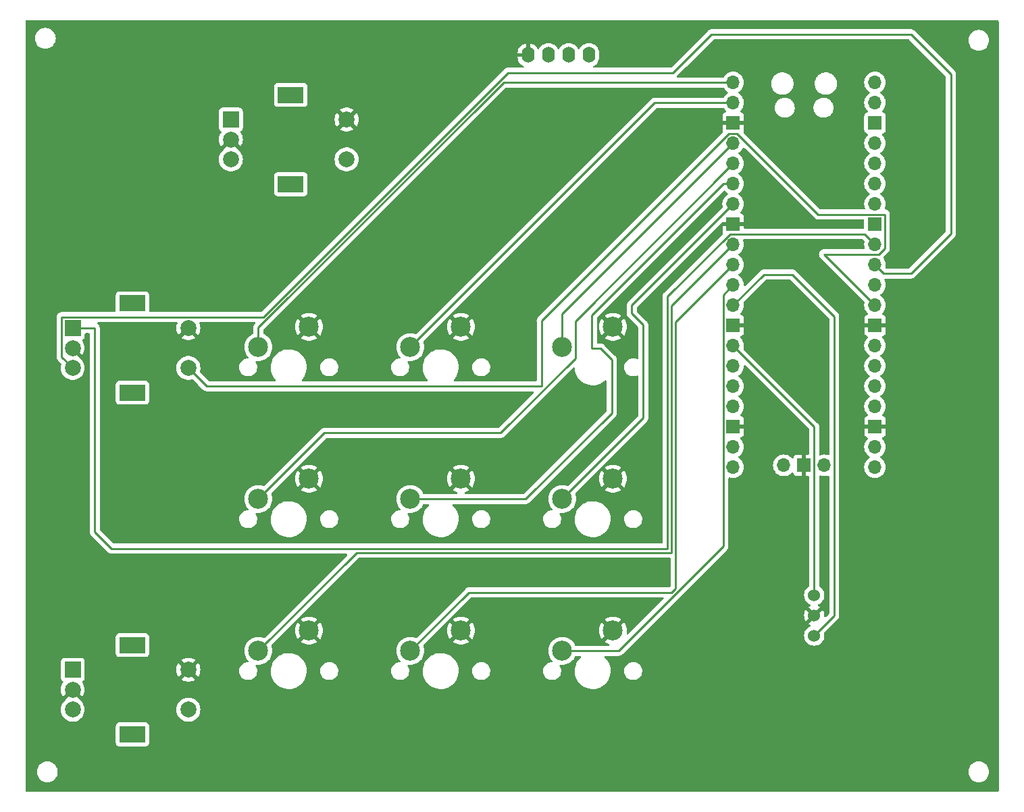
<source format=gbr>
%TF.GenerationSoftware,KiCad,Pcbnew,7.0.9*%
%TF.CreationDate,2023-12-23T17:51:47+00:00*%
%TF.ProjectId,MacroPad,4d616372-6f50-4616-942e-6b696361645f,rev?*%
%TF.SameCoordinates,Original*%
%TF.FileFunction,Copper,L2,Bot*%
%TF.FilePolarity,Positive*%
%FSLAX46Y46*%
G04 Gerber Fmt 4.6, Leading zero omitted, Abs format (unit mm)*
G04 Created by KiCad (PCBNEW 7.0.9) date 2023-12-23 17:51:48*
%MOMM*%
%LPD*%
G01*
G04 APERTURE LIST*
%TA.AperFunction,ComponentPad*%
%ADD10R,2.000000X2.000000*%
%TD*%
%TA.AperFunction,ComponentPad*%
%ADD11C,2.000000*%
%TD*%
%TA.AperFunction,ComponentPad*%
%ADD12R,3.200000X2.000000*%
%TD*%
%TA.AperFunction,ComponentPad*%
%ADD13C,1.524000*%
%TD*%
%TA.AperFunction,ComponentPad*%
%ADD14C,2.500000*%
%TD*%
%TA.AperFunction,ComponentPad*%
%ADD15O,1.600000X2.000000*%
%TD*%
%TA.AperFunction,ComponentPad*%
%ADD16O,1.700000X1.700000*%
%TD*%
%TA.AperFunction,ComponentPad*%
%ADD17R,1.700000X1.700000*%
%TD*%
%TA.AperFunction,Conductor*%
%ADD18C,0.250000*%
%TD*%
G04 APERTURE END LIST*
D10*
%TO.P,SW2,A,A*%
%TO.N,A2*%
X109760000Y-70695000D03*
D11*
%TO.P,SW2,B,B*%
%TO.N,B2*%
X109760000Y-75695000D03*
%TO.P,SW2,C,C*%
%TO.N,GND*%
X109760000Y-73195000D03*
D12*
%TO.P,SW2,MP*%
%TO.N,N/C*%
X117260000Y-67595000D03*
X117260000Y-78795000D03*
D11*
%TO.P,SW2,S1,S1*%
%TO.N,SW2*%
X124260000Y-75695000D03*
%TO.P,SW2,S2,S2*%
%TO.N,GND*%
X124260000Y-70695000D03*
%TD*%
D13*
%TO.P,toggle1,1*%
%TO.N,Toggle1*%
X182880000Y-135425000D03*
%TO.P,toggle1,2*%
%TO.N,Toggle2*%
X182880000Y-130345000D03*
%TO.P,toggle1,3*%
%TO.N,GND*%
X182880000Y-132885000D03*
%TD*%
D14*
%TO.P,S6,1,1*%
%TO.N,S6*%
X151300000Y-118280000D03*
%TO.P,S6,2,2*%
%TO.N,GND*%
X157650000Y-115740000D03*
%TD*%
%TO.P,S1,1,1*%
%TO.N,S1*%
X113200000Y-99230000D03*
%TO.P,S1,2,2*%
%TO.N,GND*%
X119550000Y-96690000D03*
%TD*%
D10*
%TO.P,SW1,A,A*%
%TO.N,A1*%
X89935000Y-139707500D03*
D11*
%TO.P,SW1,B,B*%
%TO.N,B1*%
X89935000Y-144707500D03*
%TO.P,SW1,C,C*%
%TO.N,GND*%
X89935000Y-142207500D03*
D12*
%TO.P,SW1,MP*%
%TO.N,N/C*%
X97435000Y-136607500D03*
X97435000Y-147807500D03*
D11*
%TO.P,SW1,S1,S1*%
%TO.N,SW1*%
X104435000Y-144707500D03*
%TO.P,SW1,S2,S2*%
%TO.N,GND*%
X104435000Y-139707500D03*
%TD*%
D14*
%TO.P,S3,1,1*%
%TO.N,S3*%
X151300000Y-99230000D03*
%TO.P,S3,2,2*%
%TO.N,GND*%
X157650000Y-96690000D03*
%TD*%
%TO.P,S7,1,1*%
%TO.N,S7*%
X113200000Y-137330000D03*
%TO.P,S7,2,2*%
%TO.N,GND*%
X119550000Y-134790000D03*
%TD*%
%TO.P,S5,1,1*%
%TO.N,S5*%
X132250000Y-118280000D03*
%TO.P,S5,2,2*%
%TO.N,GND*%
X138600000Y-115740000D03*
%TD*%
%TO.P,S2,1,1*%
%TO.N,S2*%
X132250000Y-99230000D03*
%TO.P,S2,2,2*%
%TO.N,GND*%
X138600000Y-96690000D03*
%TD*%
%TO.P,S4,1,1*%
%TO.N,S4*%
X113200000Y-118280000D03*
%TO.P,S4,2,2*%
%TO.N,GND*%
X119550000Y-115740000D03*
%TD*%
%TO.P,S9,1,1*%
%TO.N,S9*%
X151300000Y-137330000D03*
%TO.P,S9,2,2*%
%TO.N,GND*%
X157650000Y-134790000D03*
%TD*%
%TO.P,S8,1,1*%
%TO.N,S8*%
X132250000Y-137330000D03*
%TO.P,S8,2,2*%
%TO.N,GND*%
X138600000Y-134790000D03*
%TD*%
D10*
%TO.P,SW3,A,A*%
%TO.N,A3*%
X89935000Y-96845000D03*
D11*
%TO.P,SW3,B,B*%
%TO.N,B3*%
X89935000Y-101845000D03*
%TO.P,SW3,C,C*%
%TO.N,GND*%
X89935000Y-99345000D03*
D12*
%TO.P,SW3,MP*%
%TO.N,N/C*%
X97435000Y-93745000D03*
X97435000Y-104945000D03*
D11*
%TO.P,SW3,S1,S1*%
%TO.N,SW3*%
X104435000Y-101845000D03*
%TO.P,SW3,S2,S2*%
%TO.N,GND*%
X104435000Y-96845000D03*
%TD*%
D15*
%TO.P,Brd1,1,GND*%
%TO.N,GND*%
X147015000Y-62595000D03*
%TO.P,Brd1,2,VCC*%
%TO.N,+5V*%
X149555000Y-62595000D03*
%TO.P,Brd1,3,SCL*%
%TO.N,SCL*%
X152095000Y-62595000D03*
%TO.P,Brd1,4,SDA*%
%TO.N,SDA*%
X154635000Y-62595000D03*
%TD*%
D16*
%TO.P,U1,1,GPIO0*%
%TO.N,S1*%
X172720000Y-66040000D03*
%TO.P,U1,2,GPIO1*%
%TO.N,S2*%
X172720000Y-68580000D03*
D17*
%TO.P,U1,3,GND*%
%TO.N,GND*%
X172720000Y-71120000D03*
D16*
%TO.P,U1,4,GPIO2*%
%TO.N,S3*%
X172720000Y-73660000D03*
%TO.P,U1,5,GPIO3*%
%TO.N,S4*%
X172720000Y-76200000D03*
%TO.P,U1,6,GPIO4*%
%TO.N,S5*%
X172720000Y-78740000D03*
%TO.P,U1,7,GPIO5*%
%TO.N,S6*%
X172720000Y-81280000D03*
D17*
%TO.P,U1,8,GND*%
%TO.N,GND*%
X172720000Y-83820000D03*
D16*
%TO.P,U1,9,GPIO6*%
%TO.N,S7*%
X172720000Y-86360000D03*
%TO.P,U1,10,GPIO7*%
%TO.N,S8*%
X172720000Y-88900000D03*
%TO.P,U1,11,GPIO8*%
%TO.N,S9*%
X172720000Y-91440000D03*
%TO.P,U1,12,GPIO9*%
%TO.N,Toggle1*%
X172720000Y-93980000D03*
D17*
%TO.P,U1,13,GND*%
%TO.N,GND*%
X172720000Y-96520000D03*
D16*
%TO.P,U1,14,GPIO10*%
%TO.N,Toggle2*%
X172720000Y-99060000D03*
%TO.P,U1,15,GPIO11*%
%TO.N,A1*%
X172720000Y-101600000D03*
%TO.P,U1,16,GPIO12*%
%TO.N,B1*%
X172720000Y-104140000D03*
%TO.P,U1,17,GPIO13*%
%TO.N,SW1*%
X172720000Y-106680000D03*
D17*
%TO.P,U1,18,GND*%
%TO.N,GND*%
X172720000Y-109220000D03*
D16*
%TO.P,U1,19,GPIO14*%
%TO.N,A2*%
X172720000Y-111760000D03*
%TO.P,U1,20,GPIO15*%
%TO.N,B2*%
X172720000Y-114300000D03*
%TO.P,U1,21,GPIO16*%
%TO.N,SDA*%
X190500000Y-114300000D03*
%TO.P,U1,22,GPIO17*%
%TO.N,SCL*%
X190500000Y-111760000D03*
D17*
%TO.P,U1,23,GND*%
%TO.N,GND*%
X190500000Y-109220000D03*
D16*
%TO.P,U1,24,GPIO18*%
%TO.N,unconnected-(U1-GPIO18-Pad24)*%
X190500000Y-106680000D03*
%TO.P,U1,25,GPIO19*%
%TO.N,unconnected-(U1-GPIO19-Pad25)*%
X190500000Y-104140000D03*
%TO.P,U1,26,GPIO20*%
%TO.N,unconnected-(U1-GPIO20-Pad26)*%
X190500000Y-101600000D03*
%TO.P,U1,27,GPIO21*%
%TO.N,unconnected-(U1-GPIO21-Pad27)*%
X190500000Y-99060000D03*
D17*
%TO.P,U1,28,GND*%
%TO.N,GND*%
X190500000Y-96520000D03*
D16*
%TO.P,U1,29,GPIO22*%
%TO.N,SW3*%
X190500000Y-93980000D03*
%TO.P,U1,30,RUN*%
%TO.N,unconnected-(U1-RUN-Pad30)*%
X190500000Y-91440000D03*
%TO.P,U1,31,GPIO26_ADC0*%
%TO.N,B3*%
X190500000Y-88900000D03*
%TO.P,U1,32,GPIO27_ADC1*%
%TO.N,A3*%
X190500000Y-86360000D03*
D17*
%TO.P,U1,33,AGND*%
%TO.N,unconnected-(U1-AGND-Pad33)*%
X190500000Y-83820000D03*
D16*
%TO.P,U1,34,GPIO28_ADC2*%
%TO.N,SW2*%
X190500000Y-81280000D03*
%TO.P,U1,35,ADC_VREF*%
%TO.N,unconnected-(U1-ADC_VREF-Pad35)*%
X190500000Y-78740000D03*
%TO.P,U1,36,3V3*%
%TO.N,+3.3V*%
X190500000Y-76200000D03*
%TO.P,U1,37,3V3_EN*%
%TO.N,unconnected-(U1-3V3_EN-Pad37)*%
X190500000Y-73660000D03*
D17*
%TO.P,U1,38,GND*%
%TO.N,unconnected-(U1-GND-Pad38)*%
X190500000Y-71120000D03*
D16*
%TO.P,U1,39,VSYS*%
%TO.N,+5V*%
X190500000Y-68580000D03*
%TO.P,U1,40,VBUS*%
%TO.N,unconnected-(U1-VBUS-Pad40)*%
X190500000Y-66040000D03*
%TO.P,U1,41,SWCLK*%
%TO.N,unconnected-(U1-SWCLK-Pad41)*%
X179070000Y-114070000D03*
D17*
%TO.P,U1,42,GND*%
%TO.N,GND*%
X181610000Y-114070000D03*
D16*
%TO.P,U1,43,SWDIO*%
%TO.N,unconnected-(U1-SWDIO-Pad43)*%
X184150000Y-114070000D03*
%TD*%
D18*
%TO.N,GND*%
X118731243Y-96690000D02*
X119550000Y-96690000D01*
X120000000Y-115290000D02*
X120000000Y-115000000D01*
X119550000Y-115740000D02*
X120000000Y-115290000D01*
%TO.N,S1*%
X172720000Y-66040000D02*
X143960000Y-66040000D01*
X113200000Y-96800000D02*
X113200000Y-99230000D01*
X143960000Y-66040000D02*
X113200000Y-96800000D01*
%TO.N,S2*%
X162900000Y-68580000D02*
X132250000Y-99230000D01*
X172720000Y-68580000D02*
X162900000Y-68580000D01*
%TO.N,S3*%
X151300000Y-95080000D02*
X151300000Y-99230000D01*
X172720000Y-73660000D02*
X151300000Y-95080000D01*
%TO.N,S4*%
X152925000Y-95995000D02*
X152925000Y-100642767D01*
X172720000Y-76200000D02*
X152925000Y-95995000D01*
X152925000Y-100642767D02*
X143567767Y-110000000D01*
X121480000Y-110000000D02*
X113200000Y-118280000D01*
X143567767Y-110000000D02*
X121480000Y-110000000D01*
%TO.N,S5*%
X157485000Y-107515000D02*
X146720000Y-118280000D01*
X172720000Y-78740000D02*
X171517919Y-78740000D01*
X155000000Y-99395000D02*
X156093757Y-99395000D01*
X157485000Y-100786243D02*
X157485000Y-107515000D01*
X171517919Y-78740000D02*
X155000000Y-95257919D01*
X156093757Y-99395000D02*
X157485000Y-100786243D01*
X146720000Y-118280000D02*
X132250000Y-118280000D01*
X155000000Y-95257919D02*
X155000000Y-99395000D01*
%TO.N,S6*%
X161440000Y-96440000D02*
X161440000Y-108140000D01*
X160000000Y-95000000D02*
X161440000Y-96440000D01*
X160000000Y-94000000D02*
X160000000Y-95000000D01*
X161440000Y-108140000D02*
X151300000Y-118280000D01*
X172720000Y-81280000D02*
X160000000Y-94000000D01*
%TO.N,S7*%
X165000000Y-125000000D02*
X165000000Y-94080000D01*
X125530000Y-125000000D02*
X165000000Y-125000000D01*
X165000000Y-94080000D02*
X172720000Y-86360000D01*
X113200000Y-137330000D02*
X125530000Y-125000000D01*
%TO.N,S8*%
X139580000Y-130000000D02*
X132250000Y-137330000D01*
X165500000Y-96120000D02*
X165500000Y-129500000D01*
X172720000Y-88900000D02*
X165500000Y-96120000D01*
X165000000Y-130000000D02*
X139580000Y-130000000D01*
X165500000Y-129500000D02*
X165000000Y-130000000D01*
%TO.N,S9*%
X151300000Y-137330000D02*
X158377106Y-137330000D01*
X171495000Y-92665000D02*
X172720000Y-91440000D01*
X171495000Y-124212106D02*
X171495000Y-92665000D01*
X158377106Y-137330000D02*
X171495000Y-124212106D01*
%TO.N,A3*%
X92685000Y-122392767D02*
X94792233Y-124500000D01*
X89935000Y-96845000D02*
X92685000Y-96845000D01*
X164500000Y-92847588D02*
X172302588Y-85045000D01*
X94792233Y-124500000D02*
X164500000Y-124500000D01*
X164500000Y-124500000D02*
X164500000Y-92847588D01*
X189185000Y-85045000D02*
X190500000Y-86360000D01*
X92685000Y-96845000D02*
X92685000Y-122392767D01*
X172302588Y-85045000D02*
X189185000Y-85045000D01*
%TO.N,B3*%
X195000000Y-90000000D02*
X191600000Y-90000000D01*
X200000000Y-85000000D02*
X195000000Y-90000000D01*
X195000000Y-60000000D02*
X200000000Y-65000000D01*
X88560000Y-95470000D02*
X113822894Y-95470000D01*
X89935000Y-101845000D02*
X88560000Y-100470000D01*
X191600000Y-90000000D02*
X190500000Y-88900000D01*
X144477894Y-64815000D02*
X165185000Y-64815000D01*
X200000000Y-65000000D02*
X200000000Y-85000000D01*
X165185000Y-64815000D02*
X170000000Y-60000000D01*
X88560000Y-100470000D02*
X88560000Y-95470000D01*
X113822894Y-95470000D02*
X144477894Y-64815000D01*
X170000000Y-60000000D02*
X195000000Y-60000000D01*
%TO.N,SW3*%
X104435000Y-101845000D02*
X106735000Y-104145000D01*
X148715661Y-104145000D02*
X148715661Y-95931927D01*
X183387412Y-82595000D02*
X191725000Y-82595000D01*
X184105000Y-87585000D02*
X190500000Y-93980000D01*
X191007412Y-87585000D02*
X184105000Y-87585000D01*
X191725000Y-86867412D02*
X191007412Y-87585000D01*
X106735000Y-104145000D02*
X148715661Y-104145000D01*
X173227412Y-72435000D02*
X183387412Y-82595000D01*
X172212588Y-72435000D02*
X173227412Y-72435000D01*
X148715661Y-95931927D02*
X172212588Y-72435000D01*
X191725000Y-82595000D02*
X191725000Y-86867412D01*
%TO.N,Toggle1*%
X176575000Y-90125000D02*
X172720000Y-93980000D01*
X180125000Y-90125000D02*
X176575000Y-90125000D01*
X182880000Y-135425000D02*
X185375000Y-132930000D01*
X185375000Y-132930000D02*
X185375000Y-95375000D01*
X185375000Y-95375000D02*
X180125000Y-90125000D01*
%TO.N,Toggle2*%
X182880000Y-130345000D02*
X182880000Y-109220000D01*
X182880000Y-109220000D02*
X172720000Y-99060000D01*
%TD*%
%TA.AperFunction,Conductor*%
%TO.N,GND*%
G36*
X183681906Y-115341837D02*
G01*
X183686330Y-115343900D01*
X183686332Y-115343900D01*
X183686337Y-115343903D01*
X183686342Y-115343904D01*
X183686344Y-115343905D01*
X183741285Y-115358626D01*
X183914592Y-115405063D01*
X184085319Y-115420000D01*
X184149999Y-115425659D01*
X184150000Y-115425659D01*
X184150001Y-115425659D01*
X184214681Y-115420000D01*
X184385408Y-115405063D01*
X184593408Y-115349330D01*
X184663256Y-115350993D01*
X184721119Y-115390156D01*
X184748623Y-115454384D01*
X184749500Y-115469105D01*
X184749500Y-132619546D01*
X184729815Y-132686585D01*
X184713181Y-132707227D01*
X184350466Y-133069942D01*
X184289143Y-133103427D01*
X184219451Y-133098443D01*
X184163518Y-133056571D01*
X184139101Y-132991107D01*
X184139257Y-132971453D01*
X184146821Y-132885000D01*
X184146821Y-132884999D01*
X184127575Y-132665023D01*
X184127573Y-132665013D01*
X184070424Y-132451729D01*
X184070420Y-132451720D01*
X183977098Y-132251590D01*
X183931740Y-132186811D01*
X183264903Y-132853648D01*
X183264949Y-132853102D01*
X183233734Y-132729838D01*
X183164187Y-132623388D01*
X183063843Y-132545287D01*
X182943578Y-132504000D01*
X182907447Y-132504000D01*
X183578187Y-131833258D01*
X183513409Y-131787900D01*
X183513407Y-131787899D01*
X183384219Y-131727658D01*
X183331779Y-131681486D01*
X183312627Y-131614293D01*
X183332843Y-131547411D01*
X183384219Y-131502894D01*
X183513662Y-131442534D01*
X183694620Y-131315826D01*
X183850826Y-131159620D01*
X183977534Y-130978662D01*
X184070894Y-130778450D01*
X184128070Y-130565068D01*
X184147323Y-130345000D01*
X184128070Y-130124932D01*
X184070894Y-129911550D01*
X183977534Y-129711339D01*
X183850826Y-129530380D01*
X183694620Y-129374174D01*
X183558376Y-129278775D01*
X183514752Y-129224198D01*
X183505500Y-129177200D01*
X183505500Y-115454218D01*
X183525185Y-115387179D01*
X183577989Y-115341424D01*
X183647147Y-115331480D01*
X183681906Y-115341837D01*
G37*
%TD.AperFunction*%
%TA.AperFunction,Conductor*%
G36*
X171511812Y-66685185D02*
G01*
X171546348Y-66718377D01*
X171681501Y-66911396D01*
X171681506Y-66911402D01*
X171848597Y-67078493D01*
X171848603Y-67078498D01*
X172034158Y-67208425D01*
X172077783Y-67263002D01*
X172084977Y-67332500D01*
X172053454Y-67394855D01*
X172034158Y-67411575D01*
X171848597Y-67541505D01*
X171681505Y-67708597D01*
X171546348Y-67901623D01*
X171491771Y-67945248D01*
X171444773Y-67954500D01*
X162982743Y-67954500D01*
X162967122Y-67952775D01*
X162967095Y-67953061D01*
X162959333Y-67952326D01*
X162890172Y-67954500D01*
X162860649Y-67954500D01*
X162853778Y-67955367D01*
X162847959Y-67955825D01*
X162801374Y-67957289D01*
X162801368Y-67957290D01*
X162782126Y-67962880D01*
X162763087Y-67966823D01*
X162743217Y-67969334D01*
X162743203Y-67969337D01*
X162699883Y-67986488D01*
X162694358Y-67988380D01*
X162649613Y-68001380D01*
X162649610Y-68001381D01*
X162632366Y-68011579D01*
X162614905Y-68020133D01*
X162596274Y-68027510D01*
X162596262Y-68027517D01*
X162558570Y-68054902D01*
X162553687Y-68058109D01*
X162513580Y-68081829D01*
X162499414Y-68095995D01*
X162484624Y-68108627D01*
X162468414Y-68120404D01*
X162468411Y-68120407D01*
X162438710Y-68156309D01*
X162434777Y-68160631D01*
X133026397Y-97569011D01*
X132965074Y-97602496D01*
X132895382Y-97597512D01*
X132893410Y-97596757D01*
X132891320Y-97595936D01*
X132640623Y-97518606D01*
X132640619Y-97518605D01*
X132640615Y-97518604D01*
X132515823Y-97499794D01*
X132381187Y-97479500D01*
X132381182Y-97479500D01*
X132118818Y-97479500D01*
X132118812Y-97479500D01*
X131957247Y-97503853D01*
X131859385Y-97518604D01*
X131859382Y-97518605D01*
X131859376Y-97518606D01*
X131608673Y-97595938D01*
X131372303Y-97709767D01*
X131372302Y-97709768D01*
X131155520Y-97857567D01*
X130963198Y-98036014D01*
X130799614Y-98241143D01*
X130668432Y-98468356D01*
X130572582Y-98712578D01*
X130572576Y-98712597D01*
X130514197Y-98968374D01*
X130514196Y-98968379D01*
X130494592Y-99229995D01*
X130494592Y-99230004D01*
X130514196Y-99491620D01*
X130514197Y-99491625D01*
X130572576Y-99747402D01*
X130572578Y-99747411D01*
X130572580Y-99747416D01*
X130668432Y-99991643D01*
X130799614Y-100218857D01*
X130963195Y-100423981D01*
X130963197Y-100423983D01*
X130963198Y-100423984D01*
X130972569Y-100432679D01*
X131008324Y-100492707D01*
X131005950Y-100562536D01*
X130966200Y-100619997D01*
X130901695Y-100646846D01*
X130900016Y-100647017D01*
X130766039Y-100659810D01*
X130766030Y-100659811D01*
X130766029Y-100659812D01*
X130766027Y-100659812D01*
X130766025Y-100659813D01*
X130559793Y-100720368D01*
X130368736Y-100818864D01*
X130199785Y-100951729D01*
X130199782Y-100951733D01*
X130059021Y-101114178D01*
X129951553Y-101300319D01*
X129881251Y-101503442D01*
X129881250Y-101503444D01*
X129850661Y-101716200D01*
X129850660Y-101716202D01*
X129860887Y-101930901D01*
X129911563Y-102139791D01*
X129911565Y-102139795D01*
X129974605Y-102277834D01*
X130000854Y-102335310D01*
X130125534Y-102510399D01*
X130125535Y-102510400D01*
X130125540Y-102510406D01*
X130281094Y-102658725D01*
X130281096Y-102658726D01*
X130281097Y-102658727D01*
X130461920Y-102774935D01*
X130661468Y-102854822D01*
X130740220Y-102870000D01*
X130872527Y-102895500D01*
X130872528Y-102895500D01*
X131033612Y-102895500D01*
X131033618Y-102895500D01*
X131193971Y-102880188D01*
X131400209Y-102819631D01*
X131591259Y-102721138D01*
X131760217Y-102588268D01*
X131900976Y-102425824D01*
X131901990Y-102424069D01*
X132008446Y-102239680D01*
X132008448Y-102239677D01*
X132078750Y-102036554D01*
X132109339Y-101823797D01*
X132099112Y-101609096D01*
X132048437Y-101400210D01*
X131959146Y-101204690D01*
X131959142Y-101204684D01*
X131930664Y-101164692D01*
X131907811Y-101098665D01*
X131924284Y-101030765D01*
X131974851Y-100982549D01*
X132043458Y-100969326D01*
X132050140Y-100970148D01*
X132118818Y-100980500D01*
X132381182Y-100980500D01*
X132640615Y-100941396D01*
X132891323Y-100864063D01*
X133127704Y-100750228D01*
X133344479Y-100602433D01*
X133514350Y-100444816D01*
X133536801Y-100423985D01*
X133536801Y-100423983D01*
X133536805Y-100423981D01*
X133700386Y-100218857D01*
X133831568Y-99991643D01*
X133927420Y-99747416D01*
X133985802Y-99491630D01*
X133990094Y-99434356D01*
X134005408Y-99230004D01*
X134005408Y-99229995D01*
X133985803Y-98968379D01*
X133985802Y-98968374D01*
X133985802Y-98968370D01*
X133927420Y-98712584D01*
X133879453Y-98590369D01*
X133873285Y-98520774D01*
X133905722Y-98458890D01*
X133907139Y-98457449D01*
X135674584Y-96690004D01*
X136845093Y-96690004D01*
X136864692Y-96951545D01*
X136864693Y-96951550D01*
X136923058Y-97207270D01*
X137018883Y-97451426D01*
X137018882Y-97451426D01*
X137150030Y-97678577D01*
X137197873Y-97738571D01*
X137197874Y-97738571D01*
X137922803Y-97013641D01*
X137946059Y-97067553D01*
X138050756Y-97208185D01*
X138185062Y-97320882D01*
X138276665Y-97366886D01*
X137550831Y-98092720D01*
X137722546Y-98209793D01*
X137722550Y-98209795D01*
X137958854Y-98323594D01*
X137958858Y-98323595D01*
X138209494Y-98400907D01*
X138209500Y-98400909D01*
X138468848Y-98439999D01*
X138468857Y-98440000D01*
X138731143Y-98440000D01*
X138731151Y-98439999D01*
X138990499Y-98400909D01*
X138990505Y-98400907D01*
X139241143Y-98323595D01*
X139477445Y-98209798D01*
X139477456Y-98209791D01*
X139649167Y-98092720D01*
X138925946Y-97369498D01*
X138938891Y-97364787D01*
X139085373Y-97268445D01*
X139205688Y-97140918D01*
X139278447Y-97014894D01*
X140002124Y-97738571D01*
X140049974Y-97678570D01*
X140181116Y-97451426D01*
X140276941Y-97207270D01*
X140335306Y-96951550D01*
X140335307Y-96951545D01*
X140354907Y-96690004D01*
X140354907Y-96689995D01*
X140335307Y-96428454D01*
X140335306Y-96428449D01*
X140276941Y-96172729D01*
X140181116Y-95928573D01*
X140181117Y-95928573D01*
X140049971Y-95701426D01*
X140002125Y-95641427D01*
X139277195Y-96366357D01*
X139253941Y-96312447D01*
X139149244Y-96171815D01*
X139014938Y-96059118D01*
X138923333Y-96013112D01*
X139649167Y-95287278D01*
X139477447Y-95170202D01*
X139477445Y-95170201D01*
X139241142Y-95056404D01*
X139241144Y-95056404D01*
X138990505Y-94979092D01*
X138990499Y-94979090D01*
X138731151Y-94940000D01*
X138468848Y-94940000D01*
X138209500Y-94979090D01*
X138209494Y-94979092D01*
X137958858Y-95056404D01*
X137958854Y-95056405D01*
X137722550Y-95170204D01*
X137722546Y-95170206D01*
X137550832Y-95287278D01*
X138274055Y-96010501D01*
X138261109Y-96015213D01*
X138114627Y-96111555D01*
X137994312Y-96239082D01*
X137921552Y-96365106D01*
X137197873Y-95641427D01*
X137150029Y-95701423D01*
X137018883Y-95928573D01*
X136923058Y-96172729D01*
X136864693Y-96428449D01*
X136864692Y-96428454D01*
X136845093Y-96689995D01*
X136845093Y-96690004D01*
X135674584Y-96690004D01*
X163122771Y-69241819D01*
X163184094Y-69208334D01*
X163210452Y-69205500D01*
X171444773Y-69205500D01*
X171511812Y-69225185D01*
X171546348Y-69258377D01*
X171681501Y-69451396D01*
X171681506Y-69451402D01*
X171803818Y-69573714D01*
X171837303Y-69635037D01*
X171832319Y-69704729D01*
X171790447Y-69760662D01*
X171759471Y-69777577D01*
X171627912Y-69826646D01*
X171627906Y-69826649D01*
X171512812Y-69912809D01*
X171512809Y-69912812D01*
X171426649Y-70027906D01*
X171426645Y-70027913D01*
X171376403Y-70162620D01*
X171376401Y-70162627D01*
X171370000Y-70222155D01*
X171370000Y-70870000D01*
X172274428Y-70870000D01*
X172251318Y-70905960D01*
X172210000Y-71046673D01*
X172210000Y-71193327D01*
X172251318Y-71334040D01*
X172274428Y-71370000D01*
X171370000Y-71370000D01*
X171370000Y-72017844D01*
X171376401Y-72077372D01*
X171376403Y-72077379D01*
X171429746Y-72220399D01*
X171428217Y-72220969D01*
X171440899Y-72279262D01*
X171416484Y-72344727D01*
X171404896Y-72358099D01*
X148331869Y-95431126D01*
X148319612Y-95440947D01*
X148319795Y-95441168D01*
X148313784Y-95446140D01*
X148266433Y-95496563D01*
X148245550Y-95517446D01*
X148245538Y-95517459D01*
X148241282Y-95522944D01*
X148237498Y-95527374D01*
X148205598Y-95561345D01*
X148205597Y-95561347D01*
X148195945Y-95578903D01*
X148185271Y-95595153D01*
X148172990Y-95610988D01*
X148172985Y-95610995D01*
X148154476Y-95653765D01*
X148151906Y-95659011D01*
X148129464Y-95699833D01*
X148124483Y-95719234D01*
X148118182Y-95737637D01*
X148110223Y-95756029D01*
X148110222Y-95756032D01*
X148102932Y-95802054D01*
X148101748Y-95807773D01*
X148090162Y-95852899D01*
X148090161Y-95852909D01*
X148090161Y-95872943D01*
X148088634Y-95892342D01*
X148085501Y-95912121D01*
X148085501Y-95912122D01*
X148089886Y-95958510D01*
X148090161Y-95964348D01*
X148090161Y-103395500D01*
X148070476Y-103462539D01*
X148017672Y-103508294D01*
X147966161Y-103519500D01*
X137795124Y-103519500D01*
X137728085Y-103499815D01*
X137682330Y-103447011D01*
X137672386Y-103377853D01*
X137700430Y-103315443D01*
X137875865Y-103107939D01*
X138037993Y-102853970D01*
X138164823Y-102580658D01*
X138254093Y-102292879D01*
X138304209Y-101995770D01*
X138313556Y-101716202D01*
X140010660Y-101716202D01*
X140020887Y-101930901D01*
X140071563Y-102139791D01*
X140071565Y-102139795D01*
X140134605Y-102277834D01*
X140160854Y-102335310D01*
X140285534Y-102510399D01*
X140285535Y-102510400D01*
X140285540Y-102510406D01*
X140441094Y-102658725D01*
X140441096Y-102658726D01*
X140441097Y-102658727D01*
X140621920Y-102774935D01*
X140821468Y-102854822D01*
X140900220Y-102870000D01*
X141032527Y-102895500D01*
X141032528Y-102895500D01*
X141193612Y-102895500D01*
X141193618Y-102895500D01*
X141353971Y-102880188D01*
X141560209Y-102819631D01*
X141751259Y-102721138D01*
X141920217Y-102588268D01*
X142060976Y-102425824D01*
X142061990Y-102424069D01*
X142168446Y-102239680D01*
X142168448Y-102239677D01*
X142238750Y-102036554D01*
X142269339Y-101823797D01*
X142259112Y-101609096D01*
X142208437Y-101400210D01*
X142119146Y-101204690D01*
X141994466Y-101029601D01*
X141994464Y-101029599D01*
X141994459Y-101029593D01*
X141838905Y-100881274D01*
X141658080Y-100765065D01*
X141458530Y-100685177D01*
X141247473Y-100644500D01*
X141247472Y-100644500D01*
X141086382Y-100644500D01*
X140934491Y-100659004D01*
X140926029Y-100659812D01*
X140926025Y-100659813D01*
X140719793Y-100720368D01*
X140528736Y-100818864D01*
X140359785Y-100951729D01*
X140359782Y-100951733D01*
X140219021Y-101114178D01*
X140111553Y-101300319D01*
X140041251Y-101503442D01*
X140041250Y-101503444D01*
X140010661Y-101716200D01*
X140010660Y-101716202D01*
X138313556Y-101716202D01*
X138314277Y-101694631D01*
X138284118Y-101394838D01*
X138220621Y-101128393D01*
X138214271Y-101101747D01*
X138214270Y-101101746D01*
X138214269Y-101101739D01*
X138105977Y-100820566D01*
X137961175Y-100556335D01*
X137782446Y-100313762D01*
X137572980Y-100097176D01*
X137448944Y-99999226D01*
X137336521Y-99910446D01*
X137336517Y-99910443D01*
X137336515Y-99910442D01*
X137077270Y-99756891D01*
X136799872Y-99639264D01*
X136799863Y-99639261D01*
X136509272Y-99559660D01*
X136422050Y-99547930D01*
X136210653Y-99519500D01*
X135984756Y-99519500D01*
X135984748Y-99519500D01*
X135759368Y-99534587D01*
X135759359Y-99534589D01*
X135464094Y-99594604D01*
X135179464Y-99693439D01*
X135179459Y-99693441D01*
X134910546Y-99829328D01*
X134662125Y-99999860D01*
X134438665Y-100201969D01*
X134244132Y-100432064D01*
X134082006Y-100686030D01*
X134082005Y-100686032D01*
X133973334Y-100920215D01*
X133955177Y-100959342D01*
X133948614Y-100980499D01*
X133865907Y-101247118D01*
X133847521Y-101356119D01*
X133815791Y-101544230D01*
X133808051Y-101775754D01*
X133805723Y-101845373D01*
X133835881Y-102145160D01*
X133835882Y-102145162D01*
X133905728Y-102438252D01*
X133905733Y-102438266D01*
X134014020Y-102719427D01*
X134014024Y-102719436D01*
X134158825Y-102983665D01*
X134158829Y-102983671D01*
X134257040Y-103116964D01*
X134337554Y-103226238D01*
X134378522Y-103268599D01*
X134417882Y-103309296D01*
X134450338Y-103371170D01*
X134444190Y-103440769D01*
X134401390Y-103495995D01*
X134335526Y-103519315D01*
X134328748Y-103519500D01*
X118745124Y-103519500D01*
X118678085Y-103499815D01*
X118632330Y-103447011D01*
X118622386Y-103377853D01*
X118650430Y-103315443D01*
X118825865Y-103107939D01*
X118987993Y-102853970D01*
X119114823Y-102580658D01*
X119204093Y-102292879D01*
X119254209Y-101995770D01*
X119263556Y-101716202D01*
X120960660Y-101716202D01*
X120970887Y-101930901D01*
X121021563Y-102139791D01*
X121021565Y-102139795D01*
X121084605Y-102277834D01*
X121110854Y-102335310D01*
X121235534Y-102510399D01*
X121235535Y-102510400D01*
X121235540Y-102510406D01*
X121391094Y-102658725D01*
X121391096Y-102658726D01*
X121391097Y-102658727D01*
X121571920Y-102774935D01*
X121771468Y-102854822D01*
X121850220Y-102870000D01*
X121982527Y-102895500D01*
X121982528Y-102895500D01*
X122143612Y-102895500D01*
X122143618Y-102895500D01*
X122303971Y-102880188D01*
X122510209Y-102819631D01*
X122701259Y-102721138D01*
X122870217Y-102588268D01*
X123010976Y-102425824D01*
X123011990Y-102424069D01*
X123118446Y-102239680D01*
X123118448Y-102239677D01*
X123188750Y-102036554D01*
X123219339Y-101823797D01*
X123209112Y-101609096D01*
X123158437Y-101400210D01*
X123069146Y-101204690D01*
X122944466Y-101029601D01*
X122944464Y-101029599D01*
X122944459Y-101029593D01*
X122788905Y-100881274D01*
X122608080Y-100765065D01*
X122408530Y-100685177D01*
X122197473Y-100644500D01*
X122197472Y-100644500D01*
X122036382Y-100644500D01*
X121884491Y-100659004D01*
X121876029Y-100659812D01*
X121876025Y-100659813D01*
X121669793Y-100720368D01*
X121478736Y-100818864D01*
X121309785Y-100951729D01*
X121309782Y-100951733D01*
X121169021Y-101114178D01*
X121061553Y-101300319D01*
X120991251Y-101503442D01*
X120991250Y-101503444D01*
X120960661Y-101716200D01*
X120960660Y-101716202D01*
X119263556Y-101716202D01*
X119264277Y-101694631D01*
X119234118Y-101394838D01*
X119170621Y-101128393D01*
X119164271Y-101101747D01*
X119164270Y-101101746D01*
X119164269Y-101101739D01*
X119055977Y-100820566D01*
X118911175Y-100556335D01*
X118732446Y-100313762D01*
X118522980Y-100097176D01*
X118398944Y-99999226D01*
X118286521Y-99910446D01*
X118286517Y-99910443D01*
X118286515Y-99910442D01*
X118027270Y-99756891D01*
X117749872Y-99639264D01*
X117749863Y-99639261D01*
X117459272Y-99559660D01*
X117372050Y-99547930D01*
X117160653Y-99519500D01*
X116934756Y-99519500D01*
X116934748Y-99519500D01*
X116709368Y-99534587D01*
X116709359Y-99534589D01*
X116414094Y-99594604D01*
X116129464Y-99693439D01*
X116129459Y-99693441D01*
X115860546Y-99829328D01*
X115612125Y-99999860D01*
X115388665Y-100201969D01*
X115194132Y-100432064D01*
X115032006Y-100686030D01*
X115032005Y-100686032D01*
X114923334Y-100920215D01*
X114905177Y-100959342D01*
X114898614Y-100980499D01*
X114815907Y-101247118D01*
X114797521Y-101356119D01*
X114765791Y-101544230D01*
X114758051Y-101775754D01*
X114755723Y-101845373D01*
X114785881Y-102145160D01*
X114785882Y-102145162D01*
X114855728Y-102438252D01*
X114855733Y-102438266D01*
X114964020Y-102719427D01*
X114964024Y-102719436D01*
X115108825Y-102983665D01*
X115108829Y-102983671D01*
X115207040Y-103116964D01*
X115287554Y-103226238D01*
X115328522Y-103268599D01*
X115367882Y-103309296D01*
X115400338Y-103371170D01*
X115394190Y-103440769D01*
X115351390Y-103495995D01*
X115285526Y-103519315D01*
X115278748Y-103519500D01*
X107045453Y-103519500D01*
X106978414Y-103499815D01*
X106957772Y-103483181D01*
X105898660Y-102424069D01*
X105865175Y-102362746D01*
X105866135Y-102305950D01*
X105920108Y-102092821D01*
X105924770Y-102036557D01*
X105940643Y-101845005D01*
X105940643Y-101844994D01*
X105920109Y-101597187D01*
X105920107Y-101597175D01*
X105859063Y-101356118D01*
X105759173Y-101128393D01*
X105623166Y-100920217D01*
X105571472Y-100864063D01*
X105454744Y-100737262D01*
X105258509Y-100584526D01*
X105258507Y-100584525D01*
X105258506Y-100584524D01*
X105039811Y-100466172D01*
X105039802Y-100466169D01*
X104804616Y-100385429D01*
X104559335Y-100344500D01*
X104310665Y-100344500D01*
X104065383Y-100385429D01*
X103830197Y-100466169D01*
X103830188Y-100466172D01*
X103611493Y-100584524D01*
X103415257Y-100737261D01*
X103246833Y-100920217D01*
X103110826Y-101128393D01*
X103010936Y-101356118D01*
X102949892Y-101597175D01*
X102949890Y-101597187D01*
X102929357Y-101844994D01*
X102929357Y-101845005D01*
X102949890Y-102092812D01*
X102949892Y-102092824D01*
X103010936Y-102333881D01*
X103110826Y-102561606D01*
X103246833Y-102769782D01*
X103246836Y-102769785D01*
X103415256Y-102952738D01*
X103611491Y-103105474D01*
X103830190Y-103223828D01*
X104065386Y-103304571D01*
X104310665Y-103345500D01*
X104559335Y-103345500D01*
X104804614Y-103304571D01*
X104884287Y-103277218D01*
X104954082Y-103274068D01*
X105012228Y-103306818D01*
X105650804Y-103945395D01*
X106234197Y-104528788D01*
X106244022Y-104541051D01*
X106244243Y-104540869D01*
X106249214Y-104546878D01*
X106275217Y-104571295D01*
X106299635Y-104594226D01*
X106320529Y-104615120D01*
X106326011Y-104619373D01*
X106330443Y-104623157D01*
X106364418Y-104655062D01*
X106381976Y-104664714D01*
X106398235Y-104675395D01*
X106414064Y-104687673D01*
X106456838Y-104706182D01*
X106462056Y-104708738D01*
X106502908Y-104731197D01*
X106522316Y-104736180D01*
X106540717Y-104742480D01*
X106559104Y-104750437D01*
X106602488Y-104757308D01*
X106605119Y-104757725D01*
X106610839Y-104758909D01*
X106655981Y-104770500D01*
X106676016Y-104770500D01*
X106695414Y-104772026D01*
X106715194Y-104775159D01*
X106715195Y-104775160D01*
X106715195Y-104775159D01*
X106715196Y-104775160D01*
X106761584Y-104770775D01*
X106767422Y-104770500D01*
X147613315Y-104770500D01*
X147680354Y-104790185D01*
X147726109Y-104842989D01*
X147736053Y-104912147D01*
X147707028Y-104975703D01*
X147700996Y-104982180D01*
X145478629Y-107204547D01*
X143344995Y-109338181D01*
X143283672Y-109371666D01*
X143257314Y-109374500D01*
X121562737Y-109374500D01*
X121547120Y-109372776D01*
X121547093Y-109373062D01*
X121539331Y-109372327D01*
X121470203Y-109374500D01*
X121440650Y-109374500D01*
X121439929Y-109374590D01*
X121433757Y-109375369D01*
X121427945Y-109375826D01*
X121381378Y-109377290D01*
X121381367Y-109377292D01*
X121362134Y-109382879D01*
X121343094Y-109386822D01*
X121323217Y-109389334D01*
X121323210Y-109389335D01*
X121323208Y-109389336D01*
X121323206Y-109389336D01*
X121323205Y-109389337D01*
X121279868Y-109406494D01*
X121274342Y-109408386D01*
X121229611Y-109421382D01*
X121229608Y-109421383D01*
X121212363Y-109431581D01*
X121194901Y-109440135D01*
X121176272Y-109447511D01*
X121176267Y-109447513D01*
X121138564Y-109474906D01*
X121133682Y-109478112D01*
X121093580Y-109501828D01*
X121079408Y-109516000D01*
X121064623Y-109528628D01*
X121048412Y-109540407D01*
X121018709Y-109576310D01*
X121014777Y-109580631D01*
X113976397Y-116619010D01*
X113915074Y-116652495D01*
X113845382Y-116647511D01*
X113843410Y-116646756D01*
X113841320Y-116645935D01*
X113590623Y-116568606D01*
X113590619Y-116568605D01*
X113590615Y-116568604D01*
X113465823Y-116549794D01*
X113331187Y-116529500D01*
X113331182Y-116529500D01*
X113068818Y-116529500D01*
X113068812Y-116529500D01*
X112907247Y-116553853D01*
X112809385Y-116568604D01*
X112809382Y-116568605D01*
X112809376Y-116568606D01*
X112558673Y-116645938D01*
X112322303Y-116759767D01*
X112322302Y-116759768D01*
X112105520Y-116907567D01*
X111913198Y-117086014D01*
X111749614Y-117291143D01*
X111618432Y-117518356D01*
X111522582Y-117762578D01*
X111522576Y-117762597D01*
X111464197Y-118018374D01*
X111464196Y-118018379D01*
X111444592Y-118279995D01*
X111444592Y-118280004D01*
X111464196Y-118541620D01*
X111464197Y-118541625D01*
X111522576Y-118797402D01*
X111522578Y-118797411D01*
X111522580Y-118797416D01*
X111618432Y-119041643D01*
X111749614Y-119268857D01*
X111913195Y-119473981D01*
X111913197Y-119473983D01*
X111913198Y-119473984D01*
X111922569Y-119482679D01*
X111958324Y-119542707D01*
X111955950Y-119612536D01*
X111916200Y-119669997D01*
X111851695Y-119696846D01*
X111850016Y-119697017D01*
X111716039Y-119709810D01*
X111716030Y-119709811D01*
X111716029Y-119709812D01*
X111716027Y-119709812D01*
X111716025Y-119709813D01*
X111509793Y-119770368D01*
X111318736Y-119868864D01*
X111149785Y-120001729D01*
X111149782Y-120001733D01*
X111009021Y-120164178D01*
X110901553Y-120350319D01*
X110831251Y-120553442D01*
X110831250Y-120553444D01*
X110800661Y-120766200D01*
X110800660Y-120766202D01*
X110810887Y-120980901D01*
X110836519Y-121086557D01*
X110861563Y-121189790D01*
X110950854Y-121385310D01*
X111075534Y-121560399D01*
X111075535Y-121560400D01*
X111075540Y-121560406D01*
X111231094Y-121708725D01*
X111231096Y-121708726D01*
X111231097Y-121708727D01*
X111411920Y-121824935D01*
X111611468Y-121904822D01*
X111716998Y-121925161D01*
X111822527Y-121945500D01*
X111822528Y-121945500D01*
X111983612Y-121945500D01*
X111983618Y-121945500D01*
X112143971Y-121930188D01*
X112350209Y-121869631D01*
X112541259Y-121771138D01*
X112710217Y-121638268D01*
X112850976Y-121475824D01*
X112958448Y-121289677D01*
X113028750Y-121086554D01*
X113056237Y-120895373D01*
X114755723Y-120895373D01*
X114785881Y-121195160D01*
X114785882Y-121195162D01*
X114855728Y-121488252D01*
X114855733Y-121488266D01*
X114964020Y-121769427D01*
X114964024Y-121769436D01*
X115108825Y-122033665D01*
X115108829Y-122033671D01*
X115287551Y-122276234D01*
X115287554Y-122276238D01*
X115335331Y-122325639D01*
X115497019Y-122492823D01*
X115733478Y-122679553D01*
X115733480Y-122679554D01*
X115733485Y-122679558D01*
X115992730Y-122833109D01*
X116270128Y-122950736D01*
X116560729Y-123030340D01*
X116859347Y-123070500D01*
X116859351Y-123070500D01*
X117085252Y-123070500D01*
X117249164Y-123059526D01*
X117310634Y-123055412D01*
X117605903Y-122995396D01*
X117890537Y-122896560D01*
X118159459Y-122760668D01*
X118407869Y-122590144D01*
X118631333Y-122388032D01*
X118825865Y-122157939D01*
X118987993Y-121903970D01*
X119114823Y-121630658D01*
X119204093Y-121342879D01*
X119254209Y-121045770D01*
X119263556Y-120766202D01*
X120960660Y-120766202D01*
X120970887Y-120980901D01*
X120996519Y-121086557D01*
X121021563Y-121189790D01*
X121110854Y-121385310D01*
X121235534Y-121560399D01*
X121235535Y-121560400D01*
X121235540Y-121560406D01*
X121391094Y-121708725D01*
X121391096Y-121708726D01*
X121391097Y-121708727D01*
X121571920Y-121824935D01*
X121771468Y-121904822D01*
X121876998Y-121925161D01*
X121982527Y-121945500D01*
X121982528Y-121945500D01*
X122143612Y-121945500D01*
X122143618Y-121945500D01*
X122303971Y-121930188D01*
X122510209Y-121869631D01*
X122701259Y-121771138D01*
X122870217Y-121638268D01*
X123010976Y-121475824D01*
X123118448Y-121289677D01*
X123188750Y-121086554D01*
X123219339Y-120873797D01*
X123209112Y-120659096D01*
X123158437Y-120450210D01*
X123069146Y-120254690D01*
X122944466Y-120079601D01*
X122944464Y-120079599D01*
X122944459Y-120079593D01*
X122788905Y-119931274D01*
X122608080Y-119815065D01*
X122408530Y-119735177D01*
X122197473Y-119694500D01*
X122197472Y-119694500D01*
X122036382Y-119694500D01*
X121876050Y-119709810D01*
X121876029Y-119709812D01*
X121876025Y-119709813D01*
X121669793Y-119770368D01*
X121478736Y-119868864D01*
X121309785Y-120001729D01*
X121309782Y-120001733D01*
X121169021Y-120164178D01*
X121061553Y-120350319D01*
X120991251Y-120553442D01*
X120991250Y-120553444D01*
X120960661Y-120766200D01*
X120960660Y-120766202D01*
X119263556Y-120766202D01*
X119264277Y-120744631D01*
X119234118Y-120444838D01*
X119164269Y-120151739D01*
X119055977Y-119870566D01*
X118911175Y-119606335D01*
X118732446Y-119363762D01*
X118522980Y-119147176D01*
X118399742Y-119049856D01*
X118286521Y-118960446D01*
X118286517Y-118960443D01*
X118286515Y-118960442D01*
X118027270Y-118806891D01*
X117749872Y-118689264D01*
X117749863Y-118689261D01*
X117459272Y-118609660D01*
X117384616Y-118599620D01*
X117160653Y-118569500D01*
X116934756Y-118569500D01*
X116934748Y-118569500D01*
X116709368Y-118584587D01*
X116709359Y-118584589D01*
X116414094Y-118644604D01*
X116129464Y-118743439D01*
X116129459Y-118743441D01*
X115860546Y-118879328D01*
X115612125Y-119049860D01*
X115388665Y-119251969D01*
X115194132Y-119482064D01*
X115032006Y-119736030D01*
X115032005Y-119736032D01*
X114941404Y-119931274D01*
X114905177Y-120009342D01*
X114898614Y-120030499D01*
X114815907Y-120297118D01*
X114806933Y-120350323D01*
X114765791Y-120594230D01*
X114760042Y-120766202D01*
X114755723Y-120895373D01*
X113056237Y-120895373D01*
X113059339Y-120873797D01*
X113049112Y-120659096D01*
X112998437Y-120450210D01*
X112909146Y-120254690D01*
X112880664Y-120214692D01*
X112857811Y-120148665D01*
X112874284Y-120080765D01*
X112924851Y-120032549D01*
X112993458Y-120019326D01*
X113000140Y-120020148D01*
X113068818Y-120030500D01*
X113331182Y-120030500D01*
X113590615Y-119991396D01*
X113841323Y-119914063D01*
X114077704Y-119800228D01*
X114294479Y-119652433D01*
X114486805Y-119473981D01*
X114650386Y-119268857D01*
X114781568Y-119041643D01*
X114877420Y-118797416D01*
X114935802Y-118541630D01*
X114955408Y-118280000D01*
X114935802Y-118018370D01*
X114877420Y-117762584D01*
X114829453Y-117640367D01*
X114823285Y-117570775D01*
X114855722Y-117508891D01*
X114857138Y-117507451D01*
X116624586Y-115740004D01*
X117795093Y-115740004D01*
X117814692Y-116001545D01*
X117814693Y-116001550D01*
X117873058Y-116257270D01*
X117968883Y-116501426D01*
X117968882Y-116501426D01*
X118100030Y-116728577D01*
X118147873Y-116788571D01*
X118147874Y-116788571D01*
X118872803Y-116063641D01*
X118896059Y-116117553D01*
X119000756Y-116258185D01*
X119135062Y-116370882D01*
X119226665Y-116416886D01*
X118500831Y-117142720D01*
X118672546Y-117259793D01*
X118672550Y-117259795D01*
X118908854Y-117373594D01*
X118908858Y-117373595D01*
X119159494Y-117450907D01*
X119159500Y-117450909D01*
X119418848Y-117489999D01*
X119418857Y-117490000D01*
X119681143Y-117490000D01*
X119681151Y-117489999D01*
X119940499Y-117450909D01*
X119940505Y-117450907D01*
X120191143Y-117373595D01*
X120427445Y-117259798D01*
X120427456Y-117259791D01*
X120599167Y-117142720D01*
X119875946Y-116419498D01*
X119888891Y-116414787D01*
X120035373Y-116318445D01*
X120155688Y-116190918D01*
X120228447Y-116064894D01*
X120952124Y-116788571D01*
X120999974Y-116728570D01*
X121131116Y-116501426D01*
X121226941Y-116257270D01*
X121285306Y-116001550D01*
X121285307Y-116001545D01*
X121304907Y-115740004D01*
X121304907Y-115739995D01*
X121285307Y-115478454D01*
X121285306Y-115478449D01*
X121226941Y-115222729D01*
X121131116Y-114978573D01*
X121131117Y-114978573D01*
X120999971Y-114751426D01*
X120952125Y-114691427D01*
X120227195Y-115416357D01*
X120203941Y-115362447D01*
X120099244Y-115221815D01*
X119964938Y-115109118D01*
X119873333Y-115063112D01*
X120599167Y-114337278D01*
X120427447Y-114220202D01*
X120427445Y-114220201D01*
X120191142Y-114106404D01*
X120191144Y-114106404D01*
X119940505Y-114029092D01*
X119940499Y-114029090D01*
X119681151Y-113990000D01*
X119418848Y-113990000D01*
X119159500Y-114029090D01*
X119159494Y-114029092D01*
X118908858Y-114106404D01*
X118908854Y-114106405D01*
X118672550Y-114220204D01*
X118672546Y-114220206D01*
X118500832Y-114337278D01*
X119224055Y-115060501D01*
X119211109Y-115065213D01*
X119064627Y-115161555D01*
X118944312Y-115289082D01*
X118871552Y-115415105D01*
X118147873Y-114691427D01*
X118100029Y-114751423D01*
X117968883Y-114978573D01*
X117873058Y-115222729D01*
X117814693Y-115478449D01*
X117814692Y-115478454D01*
X117795093Y-115739995D01*
X117795093Y-115740004D01*
X116624586Y-115740004D01*
X121702772Y-110661819D01*
X121764095Y-110628334D01*
X121790453Y-110625500D01*
X143485024Y-110625500D01*
X143500644Y-110627224D01*
X143500671Y-110626939D01*
X143508427Y-110627671D01*
X143508434Y-110627673D01*
X143577581Y-110625500D01*
X143607117Y-110625500D01*
X143613995Y-110624630D01*
X143619808Y-110624172D01*
X143666394Y-110622709D01*
X143685636Y-110617117D01*
X143704679Y-110613174D01*
X143724559Y-110610664D01*
X143767889Y-110593507D01*
X143773413Y-110591617D01*
X143777163Y-110590527D01*
X143818157Y-110578618D01*
X143835396Y-110568422D01*
X143852870Y-110559862D01*
X143871494Y-110552488D01*
X143871494Y-110552487D01*
X143871499Y-110552486D01*
X143909216Y-110525082D01*
X143914072Y-110521892D01*
X143954187Y-110498170D01*
X143968356Y-110483999D01*
X143983146Y-110471368D01*
X143999354Y-110459594D01*
X144029066Y-110423676D01*
X144032979Y-110419376D01*
X152648103Y-101804253D01*
X152709424Y-101770770D01*
X152779116Y-101775754D01*
X152835049Y-101817626D01*
X152859159Y-101879524D01*
X152885881Y-102145160D01*
X152885882Y-102145162D01*
X152955728Y-102438252D01*
X152955733Y-102438266D01*
X153064020Y-102719427D01*
X153064024Y-102719436D01*
X153208825Y-102983665D01*
X153208829Y-102983671D01*
X153307040Y-103116964D01*
X153387554Y-103226238D01*
X153597020Y-103442824D01*
X153648125Y-103483181D01*
X153833478Y-103629553D01*
X153833480Y-103629554D01*
X153833485Y-103629558D01*
X154092730Y-103783109D01*
X154370128Y-103900736D01*
X154660729Y-103980340D01*
X154959347Y-104020500D01*
X154959351Y-104020500D01*
X155185252Y-104020500D01*
X155349164Y-104009526D01*
X155410634Y-104005412D01*
X155705903Y-103945396D01*
X155990537Y-103846560D01*
X156259459Y-103710668D01*
X156507869Y-103540144D01*
X156652323Y-103409492D01*
X156715246Y-103379122D01*
X156784600Y-103387592D01*
X156838366Y-103432214D01*
X156859472Y-103498819D01*
X156859500Y-103501457D01*
X156859500Y-107204547D01*
X156839815Y-107271586D01*
X156823181Y-107292228D01*
X146497228Y-117618181D01*
X146435905Y-117651666D01*
X146409547Y-117654500D01*
X139153161Y-117654500D01*
X139086122Y-117634815D01*
X139040367Y-117582011D01*
X139030423Y-117512853D01*
X139059448Y-117449297D01*
X139116611Y-117412009D01*
X139241143Y-117373595D01*
X139477445Y-117259798D01*
X139477456Y-117259791D01*
X139649167Y-117142720D01*
X138925946Y-116419498D01*
X138938891Y-116414787D01*
X139085373Y-116318445D01*
X139205688Y-116190918D01*
X139278447Y-116064894D01*
X140002124Y-116788571D01*
X140049974Y-116728570D01*
X140181116Y-116501426D01*
X140276941Y-116257270D01*
X140335306Y-116001550D01*
X140335307Y-116001545D01*
X140354907Y-115740004D01*
X140354907Y-115739995D01*
X140335307Y-115478454D01*
X140335306Y-115478449D01*
X140276941Y-115222729D01*
X140181116Y-114978573D01*
X140181117Y-114978573D01*
X140049971Y-114751426D01*
X140002125Y-114691427D01*
X139277195Y-115416357D01*
X139253941Y-115362447D01*
X139149244Y-115221815D01*
X139014938Y-115109118D01*
X138923333Y-115063112D01*
X139649167Y-114337278D01*
X139477447Y-114220202D01*
X139477445Y-114220201D01*
X139241142Y-114106404D01*
X139241144Y-114106404D01*
X138990505Y-114029092D01*
X138990499Y-114029090D01*
X138731151Y-113990000D01*
X138468848Y-113990000D01*
X138209500Y-114029090D01*
X138209494Y-114029092D01*
X137958858Y-114106404D01*
X137958854Y-114106405D01*
X137722550Y-114220204D01*
X137722546Y-114220206D01*
X137550832Y-114337278D01*
X138274055Y-115060501D01*
X138261109Y-115065213D01*
X138114627Y-115161555D01*
X137994312Y-115289082D01*
X137921552Y-115415106D01*
X137197873Y-114691427D01*
X137150029Y-114751423D01*
X137018883Y-114978573D01*
X136923058Y-115222729D01*
X136864693Y-115478449D01*
X136864692Y-115478454D01*
X136845093Y-115739995D01*
X136845093Y-115740004D01*
X136864692Y-116001545D01*
X136864693Y-116001550D01*
X136923058Y-116257270D01*
X137018883Y-116501426D01*
X137018882Y-116501426D01*
X137150030Y-116728577D01*
X137197873Y-116788571D01*
X137197874Y-116788571D01*
X137922803Y-116063641D01*
X137946059Y-116117553D01*
X138050756Y-116258185D01*
X138185062Y-116370882D01*
X138276665Y-116416886D01*
X137550831Y-117142720D01*
X137722546Y-117259793D01*
X137722550Y-117259795D01*
X137958854Y-117373594D01*
X137958858Y-117373595D01*
X138083389Y-117412009D01*
X138141648Y-117450580D01*
X138169806Y-117514524D01*
X138158922Y-117583541D01*
X138112453Y-117635718D01*
X138046839Y-117654500D01*
X133969541Y-117654500D01*
X133902502Y-117634815D01*
X133856747Y-117582011D01*
X133854125Y-117575833D01*
X133831568Y-117518357D01*
X133700386Y-117291143D01*
X133536805Y-117086019D01*
X133536804Y-117086018D01*
X133536801Y-117086014D01*
X133344479Y-116907567D01*
X133127704Y-116759772D01*
X133127700Y-116759770D01*
X133127697Y-116759768D01*
X133127696Y-116759767D01*
X132891325Y-116645938D01*
X132891327Y-116645938D01*
X132640623Y-116568606D01*
X132640619Y-116568605D01*
X132640615Y-116568604D01*
X132515823Y-116549794D01*
X132381187Y-116529500D01*
X132381182Y-116529500D01*
X132118818Y-116529500D01*
X132118812Y-116529500D01*
X131957247Y-116553853D01*
X131859385Y-116568604D01*
X131859382Y-116568605D01*
X131859376Y-116568606D01*
X131608673Y-116645938D01*
X131372303Y-116759767D01*
X131372302Y-116759768D01*
X131155520Y-116907567D01*
X130963198Y-117086014D01*
X130799614Y-117291143D01*
X130668432Y-117518356D01*
X130572582Y-117762578D01*
X130572576Y-117762597D01*
X130514197Y-118018374D01*
X130514196Y-118018379D01*
X130494592Y-118279995D01*
X130494592Y-118280004D01*
X130514196Y-118541620D01*
X130514197Y-118541625D01*
X130572576Y-118797402D01*
X130572578Y-118797411D01*
X130572580Y-118797416D01*
X130668432Y-119041643D01*
X130799614Y-119268857D01*
X130963195Y-119473981D01*
X130963197Y-119473983D01*
X130963198Y-119473984D01*
X130972569Y-119482679D01*
X131008324Y-119542707D01*
X131005950Y-119612536D01*
X130966200Y-119669997D01*
X130901695Y-119696846D01*
X130900016Y-119697017D01*
X130766039Y-119709810D01*
X130766030Y-119709811D01*
X130766029Y-119709812D01*
X130766027Y-119709812D01*
X130766025Y-119709813D01*
X130559793Y-119770368D01*
X130368736Y-119868864D01*
X130199785Y-120001729D01*
X130199782Y-120001733D01*
X130059021Y-120164178D01*
X129951553Y-120350319D01*
X129881251Y-120553442D01*
X129881250Y-120553444D01*
X129850661Y-120766200D01*
X129850660Y-120766202D01*
X129860887Y-120980901D01*
X129886519Y-121086557D01*
X129911563Y-121189790D01*
X130000854Y-121385310D01*
X130125534Y-121560399D01*
X130125535Y-121560400D01*
X130125540Y-121560406D01*
X130281094Y-121708725D01*
X130281096Y-121708726D01*
X130281097Y-121708727D01*
X130461920Y-121824935D01*
X130661468Y-121904822D01*
X130766998Y-121925161D01*
X130872527Y-121945500D01*
X130872528Y-121945500D01*
X131033612Y-121945500D01*
X131033618Y-121945500D01*
X131193971Y-121930188D01*
X131400209Y-121869631D01*
X131591259Y-121771138D01*
X131760217Y-121638268D01*
X131900976Y-121475824D01*
X132008448Y-121289677D01*
X132078750Y-121086554D01*
X132109339Y-120873797D01*
X132099112Y-120659096D01*
X132048437Y-120450210D01*
X131959146Y-120254690D01*
X131930664Y-120214692D01*
X131907811Y-120148665D01*
X131924284Y-120080765D01*
X131974851Y-120032549D01*
X132043458Y-120019326D01*
X132050140Y-120020148D01*
X132118818Y-120030500D01*
X132381182Y-120030500D01*
X132640615Y-119991396D01*
X132891323Y-119914063D01*
X133127704Y-119800228D01*
X133344479Y-119652433D01*
X133536805Y-119473981D01*
X133700386Y-119268857D01*
X133831568Y-119041643D01*
X133854114Y-118984196D01*
X133896928Y-118928985D01*
X133962798Y-118905683D01*
X133969541Y-118905500D01*
X134499779Y-118905500D01*
X134566818Y-118925185D01*
X134612573Y-118977989D01*
X134622517Y-119047147D01*
X134593492Y-119110703D01*
X134582957Y-119121465D01*
X134438665Y-119251969D01*
X134244132Y-119482064D01*
X134082006Y-119736030D01*
X134082005Y-119736032D01*
X133991404Y-119931274D01*
X133955177Y-120009342D01*
X133948614Y-120030499D01*
X133865907Y-120297118D01*
X133856933Y-120350323D01*
X133815791Y-120594230D01*
X133810042Y-120766202D01*
X133805723Y-120895373D01*
X133835881Y-121195160D01*
X133835882Y-121195162D01*
X133905728Y-121488252D01*
X133905733Y-121488266D01*
X134014020Y-121769427D01*
X134014024Y-121769436D01*
X134158825Y-122033665D01*
X134158829Y-122033671D01*
X134337551Y-122276234D01*
X134337554Y-122276238D01*
X134385331Y-122325639D01*
X134547019Y-122492823D01*
X134783478Y-122679553D01*
X134783480Y-122679554D01*
X134783485Y-122679558D01*
X135042730Y-122833109D01*
X135320128Y-122950736D01*
X135610729Y-123030340D01*
X135909347Y-123070500D01*
X135909351Y-123070500D01*
X136135252Y-123070500D01*
X136299164Y-123059526D01*
X136360634Y-123055412D01*
X136655903Y-122995396D01*
X136940537Y-122896560D01*
X137209459Y-122760668D01*
X137457869Y-122590144D01*
X137681333Y-122388032D01*
X137875865Y-122157939D01*
X138037993Y-121903970D01*
X138164823Y-121630658D01*
X138254093Y-121342879D01*
X138304209Y-121045770D01*
X138313556Y-120766202D01*
X140010660Y-120766202D01*
X140020887Y-120980901D01*
X140046519Y-121086557D01*
X140071563Y-121189790D01*
X140160854Y-121385310D01*
X140285534Y-121560399D01*
X140285535Y-121560400D01*
X140285540Y-121560406D01*
X140441094Y-121708725D01*
X140441096Y-121708726D01*
X140441097Y-121708727D01*
X140621920Y-121824935D01*
X140821468Y-121904822D01*
X140926998Y-121925161D01*
X141032527Y-121945500D01*
X141032528Y-121945500D01*
X141193612Y-121945500D01*
X141193618Y-121945500D01*
X141353971Y-121930188D01*
X141560209Y-121869631D01*
X141751259Y-121771138D01*
X141920217Y-121638268D01*
X142060976Y-121475824D01*
X142168448Y-121289677D01*
X142238750Y-121086554D01*
X142269339Y-120873797D01*
X142259112Y-120659096D01*
X142208437Y-120450210D01*
X142119146Y-120254690D01*
X141994466Y-120079601D01*
X141994464Y-120079599D01*
X141994459Y-120079593D01*
X141838905Y-119931274D01*
X141658080Y-119815065D01*
X141458530Y-119735177D01*
X141247473Y-119694500D01*
X141247472Y-119694500D01*
X141086382Y-119694500D01*
X140926050Y-119709810D01*
X140926029Y-119709812D01*
X140926025Y-119709813D01*
X140719793Y-119770368D01*
X140528736Y-119868864D01*
X140359785Y-120001729D01*
X140359782Y-120001733D01*
X140219021Y-120164178D01*
X140111553Y-120350319D01*
X140041251Y-120553442D01*
X140041250Y-120553444D01*
X140010661Y-120766200D01*
X140010660Y-120766202D01*
X138313556Y-120766202D01*
X138314277Y-120744631D01*
X138284118Y-120444838D01*
X138214269Y-120151739D01*
X138105977Y-119870566D01*
X137961175Y-119606335D01*
X137782446Y-119363762D01*
X137572980Y-119147176D01*
X137547196Y-119126814D01*
X137506783Y-119069820D01*
X137503600Y-119000023D01*
X137538657Y-118939584D01*
X137600824Y-118907694D01*
X137624045Y-118905500D01*
X146637257Y-118905500D01*
X146652877Y-118907224D01*
X146652904Y-118906939D01*
X146660660Y-118907671D01*
X146660667Y-118907673D01*
X146729814Y-118905500D01*
X146759350Y-118905500D01*
X146766228Y-118904630D01*
X146772041Y-118904172D01*
X146818627Y-118902709D01*
X146837869Y-118897117D01*
X146856912Y-118893174D01*
X146876792Y-118890664D01*
X146920122Y-118873507D01*
X146925646Y-118871617D01*
X146929396Y-118870527D01*
X146970390Y-118858618D01*
X146987629Y-118848422D01*
X147005103Y-118839862D01*
X147023727Y-118832488D01*
X147023727Y-118832487D01*
X147023732Y-118832486D01*
X147061449Y-118805082D01*
X147066305Y-118801892D01*
X147106420Y-118778170D01*
X147120589Y-118763999D01*
X147135379Y-118751368D01*
X147151587Y-118739594D01*
X147181299Y-118703676D01*
X147185212Y-118699376D01*
X157868788Y-108015801D01*
X157881042Y-108005986D01*
X157880859Y-108005764D01*
X157886866Y-108000792D01*
X157886877Y-108000786D01*
X157930903Y-107953903D01*
X157934227Y-107950364D01*
X157944671Y-107939918D01*
X157955120Y-107929471D01*
X157959379Y-107923978D01*
X157963152Y-107919561D01*
X157995062Y-107885582D01*
X158004715Y-107868020D01*
X158015389Y-107851770D01*
X158027673Y-107835936D01*
X158046180Y-107793167D01*
X158048749Y-107787924D01*
X158071196Y-107747093D01*
X158071197Y-107747092D01*
X158076177Y-107727691D01*
X158082478Y-107709288D01*
X158090438Y-107690896D01*
X158097730Y-107644849D01*
X158098911Y-107639152D01*
X158110500Y-107594019D01*
X158110500Y-107573983D01*
X158112027Y-107554582D01*
X158112532Y-107551395D01*
X158115160Y-107534804D01*
X158110775Y-107488415D01*
X158110500Y-107482577D01*
X158110500Y-100868985D01*
X158112224Y-100853365D01*
X158111939Y-100853338D01*
X158112673Y-100845576D01*
X158111753Y-100816307D01*
X158110500Y-100776414D01*
X158110500Y-100746893D01*
X158109631Y-100740022D01*
X158109173Y-100734195D01*
X158108997Y-100728597D01*
X158107710Y-100687616D01*
X158102119Y-100668373D01*
X158098173Y-100649321D01*
X158095664Y-100629451D01*
X158078504Y-100586110D01*
X158076624Y-100580622D01*
X158063618Y-100535853D01*
X158053422Y-100518613D01*
X158044861Y-100501137D01*
X158037487Y-100482513D01*
X158037486Y-100482511D01*
X158010079Y-100444788D01*
X158006888Y-100439929D01*
X157997458Y-100423984D01*
X157983170Y-100399823D01*
X157983168Y-100399821D01*
X157983165Y-100399817D01*
X157969006Y-100385658D01*
X157956368Y-100370862D01*
X157944594Y-100354656D01*
X157932317Y-100344500D01*
X157908688Y-100324952D01*
X157904376Y-100321029D01*
X156594560Y-99011212D01*
X156584737Y-98998950D01*
X156584516Y-98999134D01*
X156579543Y-98993123D01*
X156529121Y-98945773D01*
X156516949Y-98933601D01*
X156508232Y-98924883D01*
X156502743Y-98920625D01*
X156498318Y-98916847D01*
X156464339Y-98884938D01*
X156464337Y-98884936D01*
X156464334Y-98884935D01*
X156446786Y-98875288D01*
X156430520Y-98864604D01*
X156424997Y-98860320D01*
X156414693Y-98852327D01*
X156414692Y-98852326D01*
X156414690Y-98852325D01*
X156371925Y-98833818D01*
X156366679Y-98831248D01*
X156325850Y-98808803D01*
X156325849Y-98808802D01*
X156306450Y-98803822D01*
X156288038Y-98797518D01*
X156269655Y-98789562D01*
X156269649Y-98789560D01*
X156223631Y-98782272D01*
X156217909Y-98781087D01*
X156172778Y-98769500D01*
X156172776Y-98769500D01*
X156152741Y-98769500D01*
X156133343Y-98767973D01*
X156125919Y-98766797D01*
X156113562Y-98764840D01*
X156113561Y-98764840D01*
X156067173Y-98769225D01*
X156061335Y-98769500D01*
X155749500Y-98769500D01*
X155682461Y-98749815D01*
X155636706Y-98697011D01*
X155625500Y-98645500D01*
X155625500Y-96690004D01*
X155895093Y-96690004D01*
X155914692Y-96951545D01*
X155914693Y-96951550D01*
X155973058Y-97207270D01*
X156068883Y-97451426D01*
X156068882Y-97451426D01*
X156200030Y-97678577D01*
X156247873Y-97738571D01*
X156247874Y-97738571D01*
X156972803Y-97013641D01*
X156996059Y-97067553D01*
X157100756Y-97208185D01*
X157235062Y-97320882D01*
X157326665Y-97366886D01*
X156600831Y-98092720D01*
X156772546Y-98209793D01*
X156772550Y-98209795D01*
X157008854Y-98323594D01*
X157008858Y-98323595D01*
X157259494Y-98400907D01*
X157259500Y-98400909D01*
X157518848Y-98439999D01*
X157518857Y-98440000D01*
X157781143Y-98440000D01*
X157781151Y-98439999D01*
X158040499Y-98400909D01*
X158040505Y-98400907D01*
X158291143Y-98323595D01*
X158527445Y-98209798D01*
X158527456Y-98209791D01*
X158699167Y-98092720D01*
X157975946Y-97369498D01*
X157988891Y-97364787D01*
X158135373Y-97268445D01*
X158255688Y-97140918D01*
X158328447Y-97014894D01*
X159052124Y-97738571D01*
X159099974Y-97678570D01*
X159231116Y-97451426D01*
X159326941Y-97207270D01*
X159385306Y-96951550D01*
X159385307Y-96951545D01*
X159404907Y-96690004D01*
X159404907Y-96689995D01*
X159385307Y-96428454D01*
X159385306Y-96428449D01*
X159326941Y-96172729D01*
X159231116Y-95928573D01*
X159231117Y-95928573D01*
X159099971Y-95701426D01*
X159052125Y-95641427D01*
X158327195Y-96366357D01*
X158303941Y-96312447D01*
X158199244Y-96171815D01*
X158064938Y-96059118D01*
X157973333Y-96013112D01*
X158699167Y-95287278D01*
X158527447Y-95170202D01*
X158527445Y-95170201D01*
X158291142Y-95056404D01*
X158291144Y-95056404D01*
X158040505Y-94979092D01*
X158040499Y-94979090D01*
X157781151Y-94940000D01*
X157518848Y-94940000D01*
X157259500Y-94979090D01*
X157259494Y-94979092D01*
X157008858Y-95056404D01*
X157008854Y-95056405D01*
X156772550Y-95170204D01*
X156772546Y-95170206D01*
X156600832Y-95287278D01*
X157324055Y-96010501D01*
X157311109Y-96015213D01*
X157164627Y-96111555D01*
X157044312Y-96239082D01*
X156971552Y-96365105D01*
X156247873Y-95641427D01*
X156200029Y-95701423D01*
X156068883Y-95928573D01*
X155973058Y-96172729D01*
X155914693Y-96428449D01*
X155914692Y-96428454D01*
X155895093Y-96689995D01*
X155895093Y-96690004D01*
X155625500Y-96690004D01*
X155625500Y-95568371D01*
X155645185Y-95501332D01*
X155661819Y-95480690D01*
X163535009Y-87607500D01*
X171518627Y-79623881D01*
X171579948Y-79590398D01*
X171649640Y-79595382D01*
X171693987Y-79623883D01*
X171848597Y-79778493D01*
X171848603Y-79778498D01*
X172034158Y-79908425D01*
X172077783Y-79963002D01*
X172084977Y-80032500D01*
X172053454Y-80094855D01*
X172034158Y-80111575D01*
X171848597Y-80241505D01*
X171681505Y-80408597D01*
X171545965Y-80602169D01*
X171545964Y-80602171D01*
X171446098Y-80816335D01*
X171446094Y-80816344D01*
X171384938Y-81044586D01*
X171384936Y-81044596D01*
X171364341Y-81279999D01*
X171364341Y-81280000D01*
X171384937Y-81515408D01*
X171411855Y-81615873D01*
X171410192Y-81685723D01*
X171379761Y-81735646D01*
X159616208Y-93499199D01*
X159603951Y-93509020D01*
X159604134Y-93509241D01*
X159598123Y-93514213D01*
X159550772Y-93564636D01*
X159529889Y-93585519D01*
X159529877Y-93585532D01*
X159525621Y-93591017D01*
X159521837Y-93595447D01*
X159489937Y-93629418D01*
X159489936Y-93629420D01*
X159480284Y-93646976D01*
X159469610Y-93663226D01*
X159457329Y-93679061D01*
X159457324Y-93679068D01*
X159438815Y-93721838D01*
X159436245Y-93727084D01*
X159413803Y-93767906D01*
X159408822Y-93787307D01*
X159402521Y-93805710D01*
X159394562Y-93824102D01*
X159394561Y-93824105D01*
X159387271Y-93870127D01*
X159386087Y-93875846D01*
X159374501Y-93920972D01*
X159374500Y-93920982D01*
X159374500Y-93941016D01*
X159372973Y-93960415D01*
X159369840Y-93980194D01*
X159369840Y-93980195D01*
X159374225Y-94026583D01*
X159374500Y-94032421D01*
X159374500Y-94917255D01*
X159372775Y-94932872D01*
X159373061Y-94932899D01*
X159372326Y-94940665D01*
X159374500Y-95009814D01*
X159374500Y-95039343D01*
X159374501Y-95039360D01*
X159375368Y-95046231D01*
X159375826Y-95052050D01*
X159377290Y-95098624D01*
X159377521Y-95099418D01*
X159382880Y-95117867D01*
X159386824Y-95136911D01*
X159389336Y-95156792D01*
X159401529Y-95187589D01*
X159406490Y-95200119D01*
X159408382Y-95205647D01*
X159420619Y-95247766D01*
X159421382Y-95250390D01*
X159425393Y-95257173D01*
X159431580Y-95267634D01*
X159440138Y-95285103D01*
X159447514Y-95303732D01*
X159474898Y-95341423D01*
X159478106Y-95346307D01*
X159501827Y-95386416D01*
X159501833Y-95386424D01*
X159515990Y-95400580D01*
X159528628Y-95415376D01*
X159537736Y-95427913D01*
X159540406Y-95431587D01*
X159551720Y-95440947D01*
X159576309Y-95461288D01*
X159580620Y-95465210D01*
X160201959Y-96086549D01*
X160778181Y-96662771D01*
X160811666Y-96724094D01*
X160814500Y-96750452D01*
X160814500Y-100624459D01*
X160794815Y-100691498D01*
X160742011Y-100737253D01*
X160672853Y-100747197D01*
X160644414Y-100739577D01*
X160508530Y-100685177D01*
X160297473Y-100644500D01*
X160297472Y-100644500D01*
X160136382Y-100644500D01*
X159984491Y-100659004D01*
X159976029Y-100659812D01*
X159976025Y-100659813D01*
X159769793Y-100720368D01*
X159578736Y-100818864D01*
X159409785Y-100951729D01*
X159409782Y-100951733D01*
X159269021Y-101114178D01*
X159161553Y-101300319D01*
X159091251Y-101503442D01*
X159091250Y-101503444D01*
X159060661Y-101716200D01*
X159060660Y-101716202D01*
X159070887Y-101930901D01*
X159121563Y-102139791D01*
X159121565Y-102139795D01*
X159184605Y-102277834D01*
X159210854Y-102335310D01*
X159335534Y-102510399D01*
X159335535Y-102510400D01*
X159335540Y-102510406D01*
X159491094Y-102658725D01*
X159491096Y-102658726D01*
X159491097Y-102658727D01*
X159671920Y-102774935D01*
X159871468Y-102854822D01*
X159950220Y-102870000D01*
X160082527Y-102895500D01*
X160082528Y-102895500D01*
X160243612Y-102895500D01*
X160243618Y-102895500D01*
X160403971Y-102880188D01*
X160610209Y-102819631D01*
X160633680Y-102807530D01*
X160702286Y-102794307D01*
X160767151Y-102820275D01*
X160807680Y-102877189D01*
X160814500Y-102917746D01*
X160814500Y-107829546D01*
X160794815Y-107896585D01*
X160778181Y-107917227D01*
X152076397Y-116619010D01*
X152015074Y-116652495D01*
X151945382Y-116647511D01*
X151943410Y-116646756D01*
X151941320Y-116645935D01*
X151690623Y-116568606D01*
X151690619Y-116568605D01*
X151690615Y-116568604D01*
X151565823Y-116549794D01*
X151431187Y-116529500D01*
X151431182Y-116529500D01*
X151168818Y-116529500D01*
X151168812Y-116529500D01*
X151007247Y-116553853D01*
X150909385Y-116568604D01*
X150909382Y-116568605D01*
X150909376Y-116568606D01*
X150658673Y-116645938D01*
X150422303Y-116759767D01*
X150422302Y-116759768D01*
X150205520Y-116907567D01*
X150013198Y-117086014D01*
X149849614Y-117291143D01*
X149718432Y-117518356D01*
X149622582Y-117762578D01*
X149622576Y-117762597D01*
X149564197Y-118018374D01*
X149564196Y-118018379D01*
X149544592Y-118279995D01*
X149544592Y-118280004D01*
X149564196Y-118541620D01*
X149564197Y-118541625D01*
X149622576Y-118797402D01*
X149622578Y-118797411D01*
X149622580Y-118797416D01*
X149718432Y-119041643D01*
X149849614Y-119268857D01*
X150013195Y-119473981D01*
X150013197Y-119473983D01*
X150013198Y-119473984D01*
X150022569Y-119482679D01*
X150058324Y-119542707D01*
X150055950Y-119612536D01*
X150016200Y-119669997D01*
X149951695Y-119696846D01*
X149950016Y-119697017D01*
X149816039Y-119709810D01*
X149816030Y-119709811D01*
X149816029Y-119709812D01*
X149816027Y-119709812D01*
X149816025Y-119709813D01*
X149609793Y-119770368D01*
X149418736Y-119868864D01*
X149249785Y-120001729D01*
X149249782Y-120001733D01*
X149109021Y-120164178D01*
X149001553Y-120350319D01*
X148931251Y-120553442D01*
X148931250Y-120553444D01*
X148900661Y-120766200D01*
X148900660Y-120766202D01*
X148910887Y-120980901D01*
X148936519Y-121086557D01*
X148961563Y-121189790D01*
X149050854Y-121385310D01*
X149175534Y-121560399D01*
X149175535Y-121560400D01*
X149175540Y-121560406D01*
X149331094Y-121708725D01*
X149331096Y-121708726D01*
X149331097Y-121708727D01*
X149511920Y-121824935D01*
X149711468Y-121904822D01*
X149816998Y-121925161D01*
X149922527Y-121945500D01*
X149922528Y-121945500D01*
X150083612Y-121945500D01*
X150083618Y-121945500D01*
X150243971Y-121930188D01*
X150450209Y-121869631D01*
X150641259Y-121771138D01*
X150810217Y-121638268D01*
X150950976Y-121475824D01*
X151058448Y-121289677D01*
X151128750Y-121086554D01*
X151156237Y-120895373D01*
X152855723Y-120895373D01*
X152885881Y-121195160D01*
X152885882Y-121195162D01*
X152955728Y-121488252D01*
X152955733Y-121488266D01*
X153064020Y-121769427D01*
X153064024Y-121769436D01*
X153208825Y-122033665D01*
X153208829Y-122033671D01*
X153387551Y-122276234D01*
X153387554Y-122276238D01*
X153435331Y-122325639D01*
X153597019Y-122492823D01*
X153833478Y-122679553D01*
X153833480Y-122679554D01*
X153833485Y-122679558D01*
X154092730Y-122833109D01*
X154370128Y-122950736D01*
X154660729Y-123030340D01*
X154959347Y-123070500D01*
X154959351Y-123070500D01*
X155185252Y-123070500D01*
X155349164Y-123059526D01*
X155410634Y-123055412D01*
X155705903Y-122995396D01*
X155990537Y-122896560D01*
X156259459Y-122760668D01*
X156507869Y-122590144D01*
X156731333Y-122388032D01*
X156925865Y-122157939D01*
X157087993Y-121903970D01*
X157214823Y-121630658D01*
X157304093Y-121342879D01*
X157354209Y-121045770D01*
X157363556Y-120766202D01*
X159060660Y-120766202D01*
X159070887Y-120980901D01*
X159096519Y-121086557D01*
X159121563Y-121189790D01*
X159210854Y-121385310D01*
X159335534Y-121560399D01*
X159335535Y-121560400D01*
X159335540Y-121560406D01*
X159491094Y-121708725D01*
X159491096Y-121708726D01*
X159491097Y-121708727D01*
X159671920Y-121824935D01*
X159871468Y-121904822D01*
X159976998Y-121925161D01*
X160082527Y-121945500D01*
X160082528Y-121945500D01*
X160243612Y-121945500D01*
X160243618Y-121945500D01*
X160403971Y-121930188D01*
X160610209Y-121869631D01*
X160801259Y-121771138D01*
X160970217Y-121638268D01*
X161110976Y-121475824D01*
X161218448Y-121289677D01*
X161288750Y-121086554D01*
X161319339Y-120873797D01*
X161309112Y-120659096D01*
X161258437Y-120450210D01*
X161169146Y-120254690D01*
X161044466Y-120079601D01*
X161044464Y-120079599D01*
X161044459Y-120079593D01*
X160888905Y-119931274D01*
X160708080Y-119815065D01*
X160508530Y-119735177D01*
X160297473Y-119694500D01*
X160297472Y-119694500D01*
X160136382Y-119694500D01*
X159976050Y-119709810D01*
X159976029Y-119709812D01*
X159976025Y-119709813D01*
X159769793Y-119770368D01*
X159578736Y-119868864D01*
X159409785Y-120001729D01*
X159409782Y-120001733D01*
X159269021Y-120164178D01*
X159161553Y-120350319D01*
X159091251Y-120553442D01*
X159091250Y-120553444D01*
X159060661Y-120766200D01*
X159060660Y-120766202D01*
X157363556Y-120766202D01*
X157364277Y-120744631D01*
X157334118Y-120444838D01*
X157264269Y-120151739D01*
X157155977Y-119870566D01*
X157011175Y-119606335D01*
X156832446Y-119363762D01*
X156622980Y-119147176D01*
X156499742Y-119049856D01*
X156386521Y-118960446D01*
X156386517Y-118960443D01*
X156386515Y-118960442D01*
X156127270Y-118806891D01*
X155849872Y-118689264D01*
X155849863Y-118689261D01*
X155559272Y-118609660D01*
X155484616Y-118599620D01*
X155260653Y-118569500D01*
X155034756Y-118569500D01*
X155034748Y-118569500D01*
X154809368Y-118584587D01*
X154809359Y-118584589D01*
X154514094Y-118644604D01*
X154229464Y-118743439D01*
X154229459Y-118743441D01*
X153960546Y-118879328D01*
X153712125Y-119049860D01*
X153488665Y-119251969D01*
X153294132Y-119482064D01*
X153132006Y-119736030D01*
X153132005Y-119736032D01*
X153041404Y-119931274D01*
X153005177Y-120009342D01*
X152998614Y-120030499D01*
X152915907Y-120297118D01*
X152906933Y-120350323D01*
X152865791Y-120594230D01*
X152860042Y-120766202D01*
X152855723Y-120895373D01*
X151156237Y-120895373D01*
X151159339Y-120873797D01*
X151149112Y-120659096D01*
X151098437Y-120450210D01*
X151009146Y-120254690D01*
X150980664Y-120214692D01*
X150957811Y-120148665D01*
X150974284Y-120080765D01*
X151024851Y-120032549D01*
X151093458Y-120019326D01*
X151100140Y-120020148D01*
X151168818Y-120030500D01*
X151431182Y-120030500D01*
X151690615Y-119991396D01*
X151941323Y-119914063D01*
X152177704Y-119800228D01*
X152394479Y-119652433D01*
X152586805Y-119473981D01*
X152750386Y-119268857D01*
X152881568Y-119041643D01*
X152977420Y-118797416D01*
X153035802Y-118541630D01*
X153055408Y-118280000D01*
X153035802Y-118018370D01*
X152977420Y-117762584D01*
X152929453Y-117640369D01*
X152923285Y-117570774D01*
X152955722Y-117508890D01*
X152957139Y-117507449D01*
X154724584Y-115740004D01*
X155895093Y-115740004D01*
X155914692Y-116001545D01*
X155914693Y-116001550D01*
X155973058Y-116257270D01*
X156068883Y-116501426D01*
X156068882Y-116501426D01*
X156200030Y-116728577D01*
X156247873Y-116788571D01*
X156247874Y-116788571D01*
X156972803Y-116063641D01*
X156996059Y-116117553D01*
X157100756Y-116258185D01*
X157235062Y-116370882D01*
X157326665Y-116416886D01*
X156600831Y-117142720D01*
X156772546Y-117259793D01*
X156772550Y-117259795D01*
X157008854Y-117373594D01*
X157008858Y-117373595D01*
X157259494Y-117450907D01*
X157259500Y-117450909D01*
X157518848Y-117489999D01*
X157518857Y-117490000D01*
X157781143Y-117490000D01*
X157781151Y-117489999D01*
X158040499Y-117450909D01*
X158040505Y-117450907D01*
X158291143Y-117373595D01*
X158527445Y-117259798D01*
X158527456Y-117259791D01*
X158699167Y-117142720D01*
X157975946Y-116419498D01*
X157988891Y-116414787D01*
X158135373Y-116318445D01*
X158255688Y-116190918D01*
X158328447Y-116064894D01*
X159052124Y-116788571D01*
X159099974Y-116728570D01*
X159231116Y-116501426D01*
X159326941Y-116257270D01*
X159385306Y-116001550D01*
X159385307Y-116001545D01*
X159404907Y-115740004D01*
X159404907Y-115739995D01*
X159385307Y-115478454D01*
X159385306Y-115478449D01*
X159326941Y-115222729D01*
X159231116Y-114978573D01*
X159231117Y-114978573D01*
X159099971Y-114751426D01*
X159052125Y-114691427D01*
X158327195Y-115416357D01*
X158303941Y-115362447D01*
X158199244Y-115221815D01*
X158064938Y-115109118D01*
X157973333Y-115063112D01*
X158699167Y-114337278D01*
X158527447Y-114220202D01*
X158527445Y-114220201D01*
X158291142Y-114106404D01*
X158291144Y-114106404D01*
X158040505Y-114029092D01*
X158040499Y-114029090D01*
X157781151Y-113990000D01*
X157518848Y-113990000D01*
X157259500Y-114029090D01*
X157259494Y-114029092D01*
X157008858Y-114106404D01*
X157008854Y-114106405D01*
X156772550Y-114220204D01*
X156772546Y-114220206D01*
X156600832Y-114337278D01*
X157324055Y-115060501D01*
X157311109Y-115065213D01*
X157164627Y-115161555D01*
X157044312Y-115289082D01*
X156971552Y-115415105D01*
X156247873Y-114691427D01*
X156200029Y-114751423D01*
X156068883Y-114978573D01*
X155973058Y-115222729D01*
X155914693Y-115478449D01*
X155914692Y-115478454D01*
X155895093Y-115739995D01*
X155895093Y-115740004D01*
X154724584Y-115740004D01*
X161823786Y-108640802D01*
X161836048Y-108630980D01*
X161835865Y-108630759D01*
X161841867Y-108625792D01*
X161841877Y-108625786D01*
X161889241Y-108575348D01*
X161910120Y-108554470D01*
X161914373Y-108548986D01*
X161918150Y-108544563D01*
X161950062Y-108510582D01*
X161959714Y-108493023D01*
X161970389Y-108476772D01*
X161982674Y-108460936D01*
X162001186Y-108418152D01*
X162003742Y-108412935D01*
X162026197Y-108372092D01*
X162031180Y-108352680D01*
X162037477Y-108334291D01*
X162045438Y-108315895D01*
X162052729Y-108269853D01*
X162053908Y-108264162D01*
X162065500Y-108219019D01*
X162065500Y-108198983D01*
X162067027Y-108179582D01*
X162070160Y-108159804D01*
X162065775Y-108113415D01*
X162065500Y-108107577D01*
X162065500Y-96522742D01*
X162067224Y-96507122D01*
X162066939Y-96507095D01*
X162067673Y-96499333D01*
X162065500Y-96430172D01*
X162065500Y-96400656D01*
X162065500Y-96400650D01*
X162064631Y-96393779D01*
X162064173Y-96387952D01*
X162064097Y-96385519D01*
X162062710Y-96341373D01*
X162057119Y-96322130D01*
X162053173Y-96303078D01*
X162050664Y-96283208D01*
X162033504Y-96239867D01*
X162031624Y-96234379D01*
X162018618Y-96189610D01*
X162008422Y-96172370D01*
X161999861Y-96154894D01*
X161992487Y-96136270D01*
X161992486Y-96136268D01*
X161965079Y-96098545D01*
X161961888Y-96093686D01*
X161957667Y-96086549D01*
X161938170Y-96053580D01*
X161938168Y-96053578D01*
X161938165Y-96053574D01*
X161924006Y-96039415D01*
X161911368Y-96024619D01*
X161904534Y-96015213D01*
X161899594Y-96008413D01*
X161863688Y-95978709D01*
X161859376Y-95974786D01*
X160661819Y-94777228D01*
X160628334Y-94715905D01*
X160625500Y-94689547D01*
X160625500Y-94310451D01*
X160645185Y-94243412D01*
X160661814Y-94222775D01*
X171278270Y-83606318D01*
X171339593Y-83572834D01*
X171365951Y-83570000D01*
X172274428Y-83570000D01*
X172251318Y-83605960D01*
X172210000Y-83746673D01*
X172210000Y-83893327D01*
X172251318Y-84034040D01*
X172274428Y-84070000D01*
X171370000Y-84070000D01*
X171370000Y-84717844D01*
X171376401Y-84777372D01*
X171376403Y-84777379D01*
X171429746Y-84920399D01*
X171428217Y-84920969D01*
X171440899Y-84979262D01*
X171416484Y-85044727D01*
X171404896Y-85058099D01*
X164116208Y-92346787D01*
X164103951Y-92356608D01*
X164104134Y-92356829D01*
X164098123Y-92361801D01*
X164050772Y-92412224D01*
X164029889Y-92433107D01*
X164029877Y-92433120D01*
X164025621Y-92438605D01*
X164021837Y-92443035D01*
X163989937Y-92477006D01*
X163989936Y-92477008D01*
X163980284Y-92494564D01*
X163969610Y-92510814D01*
X163957329Y-92526649D01*
X163957324Y-92526656D01*
X163938815Y-92569426D01*
X163936245Y-92574672D01*
X163913803Y-92615494D01*
X163908822Y-92634895D01*
X163902521Y-92653298D01*
X163894562Y-92671690D01*
X163894561Y-92671693D01*
X163887271Y-92717715D01*
X163886087Y-92723434D01*
X163874501Y-92768560D01*
X163874500Y-92768570D01*
X163874500Y-92788604D01*
X163872973Y-92808003D01*
X163869840Y-92827782D01*
X163869840Y-92827783D01*
X163874225Y-92874171D01*
X163874500Y-92880009D01*
X163874500Y-123750500D01*
X163854815Y-123817539D01*
X163802011Y-123863294D01*
X163750500Y-123874500D01*
X95102686Y-123874500D01*
X95035647Y-123854815D01*
X95015005Y-123838181D01*
X93346819Y-122169995D01*
X93313334Y-122108672D01*
X93310500Y-122082314D01*
X93310500Y-105992870D01*
X95334500Y-105992870D01*
X95334501Y-105992876D01*
X95340908Y-106052483D01*
X95391202Y-106187328D01*
X95391206Y-106187335D01*
X95477452Y-106302544D01*
X95477455Y-106302547D01*
X95592664Y-106388793D01*
X95592671Y-106388797D01*
X95727517Y-106439091D01*
X95727516Y-106439091D01*
X95734444Y-106439835D01*
X95787127Y-106445500D01*
X99082872Y-106445499D01*
X99142483Y-106439091D01*
X99277331Y-106388796D01*
X99392546Y-106302546D01*
X99478796Y-106187331D01*
X99529091Y-106052483D01*
X99535500Y-105992873D01*
X99535499Y-103897128D01*
X99529091Y-103837517D01*
X99508797Y-103783107D01*
X99478797Y-103702671D01*
X99478793Y-103702664D01*
X99392547Y-103587455D01*
X99392544Y-103587452D01*
X99277335Y-103501206D01*
X99277328Y-103501202D01*
X99142482Y-103450908D01*
X99142483Y-103450908D01*
X99082883Y-103444501D01*
X99082881Y-103444500D01*
X99082873Y-103444500D01*
X99082864Y-103444500D01*
X95787129Y-103444500D01*
X95787123Y-103444501D01*
X95727516Y-103450908D01*
X95592671Y-103501202D01*
X95592664Y-103501206D01*
X95477455Y-103587452D01*
X95477452Y-103587455D01*
X95391206Y-103702664D01*
X95391202Y-103702671D01*
X95340908Y-103837517D01*
X95334501Y-103897116D01*
X95334501Y-103897123D01*
X95334500Y-103897135D01*
X95334500Y-105992870D01*
X93310500Y-105992870D01*
X93310500Y-96915844D01*
X93312697Y-96892606D01*
X93314227Y-96884588D01*
X93310621Y-96827275D01*
X93310500Y-96823403D01*
X93310500Y-96805650D01*
X93308270Y-96788002D01*
X93307910Y-96784191D01*
X93304304Y-96726862D01*
X93301779Y-96719092D01*
X93296687Y-96696314D01*
X93295664Y-96688208D01*
X93274520Y-96634806D01*
X93273211Y-96631170D01*
X93255467Y-96576559D01*
X93251089Y-96569661D01*
X93240495Y-96548868D01*
X93237486Y-96541268D01*
X93203736Y-96494815D01*
X93201545Y-96491592D01*
X93193597Y-96479068D01*
X93170786Y-96443123D01*
X93164833Y-96437533D01*
X93149398Y-96420025D01*
X93144594Y-96413413D01*
X93144591Y-96413411D01*
X93144591Y-96413410D01*
X93100361Y-96376820D01*
X93097438Y-96374243D01*
X93055585Y-96334940D01*
X93055577Y-96334934D01*
X93048415Y-96330997D01*
X93029112Y-96317878D01*
X93025684Y-96315042D01*
X92986577Y-96257142D01*
X92984982Y-96187290D01*
X93021405Y-96127665D01*
X93084282Y-96097197D01*
X93104726Y-96095500D01*
X102936005Y-96095500D01*
X103003044Y-96115185D01*
X103048799Y-96167989D01*
X103058743Y-96237147D01*
X103049561Y-96269309D01*
X103011413Y-96356279D01*
X103011412Y-96356281D01*
X102950387Y-96597261D01*
X102950385Y-96597270D01*
X102929859Y-96844994D01*
X102929859Y-96845005D01*
X102950385Y-97092729D01*
X102950387Y-97092738D01*
X103011412Y-97333717D01*
X103111266Y-97561364D01*
X103211564Y-97714882D01*
X103951922Y-96974523D01*
X103975507Y-97054844D01*
X104053239Y-97175798D01*
X104161900Y-97269952D01*
X104292685Y-97329680D01*
X104302466Y-97331086D01*
X103564942Y-98068609D01*
X103611768Y-98105055D01*
X103611770Y-98105056D01*
X103830385Y-98223364D01*
X103830396Y-98223369D01*
X104065506Y-98304083D01*
X104310707Y-98345000D01*
X104559293Y-98345000D01*
X104804493Y-98304083D01*
X105039603Y-98223369D01*
X105039614Y-98223364D01*
X105258228Y-98105057D01*
X105258231Y-98105055D01*
X105305056Y-98068609D01*
X104567533Y-97331086D01*
X104577315Y-97329680D01*
X104708100Y-97269952D01*
X104816761Y-97175798D01*
X104894493Y-97054844D01*
X104918076Y-96974524D01*
X105658434Y-97714882D01*
X105758731Y-97561369D01*
X105858587Y-97333717D01*
X105919612Y-97092738D01*
X105919614Y-97092729D01*
X105940141Y-96845005D01*
X105940141Y-96844994D01*
X105919614Y-96597270D01*
X105919612Y-96597261D01*
X105858587Y-96356281D01*
X105858586Y-96356279D01*
X105820439Y-96269309D01*
X105811536Y-96200009D01*
X105841514Y-96136897D01*
X105900853Y-96100011D01*
X105933995Y-96095500D01*
X112718080Y-96095500D01*
X112785119Y-96115185D01*
X112830874Y-96167989D01*
X112840818Y-96237147D01*
X112811793Y-96300703D01*
X112799835Y-96312390D01*
X112750772Y-96364636D01*
X112729889Y-96385519D01*
X112729877Y-96385532D01*
X112725621Y-96391017D01*
X112721837Y-96395447D01*
X112689937Y-96429418D01*
X112689936Y-96429420D01*
X112680284Y-96446976D01*
X112669610Y-96463226D01*
X112657329Y-96479061D01*
X112657324Y-96479068D01*
X112638815Y-96521838D01*
X112636245Y-96527084D01*
X112613803Y-96567906D01*
X112608822Y-96587307D01*
X112602521Y-96605710D01*
X112594562Y-96624102D01*
X112594561Y-96624105D01*
X112587271Y-96670127D01*
X112586087Y-96675846D01*
X112574501Y-96720972D01*
X112574500Y-96720982D01*
X112574500Y-96741016D01*
X112572973Y-96760415D01*
X112569840Y-96780194D01*
X112569840Y-96780195D01*
X112574225Y-96826583D01*
X112574500Y-96832421D01*
X112574500Y-97510402D01*
X112554815Y-97577441D01*
X112504302Y-97622122D01*
X112322300Y-97709769D01*
X112105520Y-97857567D01*
X111913198Y-98036014D01*
X111749614Y-98241143D01*
X111618432Y-98468356D01*
X111522582Y-98712578D01*
X111522576Y-98712597D01*
X111464197Y-98968374D01*
X111464196Y-98968379D01*
X111444592Y-99229995D01*
X111444592Y-99230004D01*
X111464196Y-99491620D01*
X111464197Y-99491625D01*
X111522576Y-99747402D01*
X111522578Y-99747411D01*
X111522580Y-99747416D01*
X111618432Y-99991643D01*
X111749614Y-100218857D01*
X111913195Y-100423981D01*
X111913197Y-100423983D01*
X111913198Y-100423984D01*
X111922569Y-100432679D01*
X111958324Y-100492707D01*
X111955950Y-100562536D01*
X111916200Y-100619997D01*
X111851695Y-100646846D01*
X111850016Y-100647017D01*
X111716039Y-100659810D01*
X111716030Y-100659811D01*
X111716029Y-100659812D01*
X111716027Y-100659812D01*
X111716025Y-100659813D01*
X111509793Y-100720368D01*
X111318736Y-100818864D01*
X111149785Y-100951729D01*
X111149782Y-100951733D01*
X111009021Y-101114178D01*
X110901553Y-101300319D01*
X110831251Y-101503442D01*
X110831250Y-101503444D01*
X110800661Y-101716200D01*
X110800660Y-101716202D01*
X110810887Y-101930901D01*
X110861563Y-102139791D01*
X110861565Y-102139795D01*
X110924605Y-102277834D01*
X110950854Y-102335310D01*
X111075534Y-102510399D01*
X111075535Y-102510400D01*
X111075540Y-102510406D01*
X111231094Y-102658725D01*
X111231096Y-102658726D01*
X111231097Y-102658727D01*
X111411920Y-102774935D01*
X111611468Y-102854822D01*
X111690220Y-102870000D01*
X111822527Y-102895500D01*
X111822528Y-102895500D01*
X111983612Y-102895500D01*
X111983618Y-102895500D01*
X112143971Y-102880188D01*
X112350209Y-102819631D01*
X112541259Y-102721138D01*
X112710217Y-102588268D01*
X112850976Y-102425824D01*
X112851990Y-102424069D01*
X112958446Y-102239680D01*
X112958448Y-102239677D01*
X113028750Y-102036554D01*
X113059339Y-101823797D01*
X113049112Y-101609096D01*
X112998437Y-101400210D01*
X112909146Y-101204690D01*
X112909142Y-101204684D01*
X112880664Y-101164692D01*
X112857811Y-101098665D01*
X112874284Y-101030765D01*
X112924851Y-100982549D01*
X112993458Y-100969326D01*
X113000140Y-100970148D01*
X113068818Y-100980500D01*
X113331182Y-100980500D01*
X113590615Y-100941396D01*
X113841323Y-100864063D01*
X114077704Y-100750228D01*
X114294479Y-100602433D01*
X114464350Y-100444816D01*
X114486801Y-100423985D01*
X114486801Y-100423983D01*
X114486805Y-100423981D01*
X114650386Y-100218857D01*
X114781568Y-99991643D01*
X114877420Y-99747416D01*
X114935802Y-99491630D01*
X114940094Y-99434356D01*
X114955408Y-99230004D01*
X114955408Y-99229995D01*
X114935803Y-98968379D01*
X114935802Y-98968374D01*
X114935802Y-98968370D01*
X114877420Y-98712584D01*
X114781568Y-98468357D01*
X114650386Y-98241143D01*
X114486805Y-98036019D01*
X114486804Y-98036018D01*
X114486801Y-98036014D01*
X114294479Y-97857567D01*
X114282557Y-97849439D01*
X114077704Y-97709772D01*
X114077701Y-97709771D01*
X114077699Y-97709769D01*
X113895698Y-97622122D01*
X113843839Y-97575299D01*
X113825500Y-97510402D01*
X113825500Y-97110452D01*
X113845185Y-97043413D01*
X113861819Y-97022771D01*
X114194586Y-96690004D01*
X117795093Y-96690004D01*
X117814692Y-96951545D01*
X117814693Y-96951550D01*
X117873058Y-97207270D01*
X117968883Y-97451426D01*
X117968882Y-97451426D01*
X118100030Y-97678577D01*
X118147873Y-97738571D01*
X118147874Y-97738571D01*
X118872803Y-97013641D01*
X118896059Y-97067553D01*
X119000756Y-97208185D01*
X119135062Y-97320882D01*
X119226665Y-97366886D01*
X118500831Y-98092720D01*
X118672546Y-98209793D01*
X118672550Y-98209795D01*
X118908854Y-98323594D01*
X118908858Y-98323595D01*
X119159494Y-98400907D01*
X119159500Y-98400909D01*
X119418848Y-98439999D01*
X119418857Y-98440000D01*
X119681143Y-98440000D01*
X119681151Y-98439999D01*
X119940499Y-98400909D01*
X119940505Y-98400907D01*
X120191143Y-98323595D01*
X120427445Y-98209798D01*
X120427456Y-98209791D01*
X120599167Y-98092720D01*
X119875946Y-97369498D01*
X119888891Y-97364787D01*
X120035373Y-97268445D01*
X120155688Y-97140918D01*
X120228447Y-97014894D01*
X120952124Y-97738571D01*
X120999974Y-97678570D01*
X121131116Y-97451426D01*
X121226941Y-97207270D01*
X121285306Y-96951550D01*
X121285307Y-96951545D01*
X121304907Y-96690004D01*
X121304907Y-96689995D01*
X121285307Y-96428454D01*
X121285306Y-96428449D01*
X121226941Y-96172729D01*
X121131116Y-95928573D01*
X121131117Y-95928573D01*
X120999971Y-95701426D01*
X120952125Y-95641427D01*
X120227195Y-96366357D01*
X120203941Y-96312447D01*
X120099244Y-96171815D01*
X119964938Y-96059118D01*
X119873333Y-96013112D01*
X120599167Y-95287278D01*
X120427447Y-95170202D01*
X120427445Y-95170201D01*
X120191142Y-95056404D01*
X120191144Y-95056404D01*
X119940505Y-94979092D01*
X119940499Y-94979090D01*
X119681151Y-94940000D01*
X119418848Y-94940000D01*
X119159500Y-94979090D01*
X119159494Y-94979092D01*
X118908858Y-95056404D01*
X118908854Y-95056405D01*
X118672550Y-95170204D01*
X118672546Y-95170206D01*
X118500832Y-95287278D01*
X119224055Y-96010501D01*
X119211109Y-96015213D01*
X119064627Y-96111555D01*
X118944312Y-96239082D01*
X118871552Y-96365105D01*
X118147873Y-95641427D01*
X118100029Y-95701423D01*
X117968883Y-95928573D01*
X117873058Y-96172729D01*
X117814693Y-96428449D01*
X117814692Y-96428454D01*
X117795093Y-96689995D01*
X117795093Y-96690004D01*
X114194586Y-96690004D01*
X144182772Y-66701819D01*
X144244095Y-66668334D01*
X144270453Y-66665500D01*
X171444773Y-66665500D01*
X171511812Y-66685185D01*
G37*
%TD.AperFunction*%
%TA.AperFunction,Conductor*%
G36*
X179881587Y-90770185D02*
G01*
X179902229Y-90786819D01*
X184713181Y-95597771D01*
X184746666Y-95659094D01*
X184749500Y-95685452D01*
X184749500Y-112670894D01*
X184729815Y-112737933D01*
X184677011Y-112783688D01*
X184607853Y-112793632D01*
X184593407Y-112790669D01*
X184385413Y-112734938D01*
X184385403Y-112734936D01*
X184150001Y-112714341D01*
X184149999Y-112714341D01*
X183914596Y-112734936D01*
X183914586Y-112734938D01*
X183686344Y-112796094D01*
X183686328Y-112796100D01*
X183681896Y-112798167D01*
X183612818Y-112808654D01*
X183549036Y-112780129D01*
X183510801Y-112721650D01*
X183505500Y-112685781D01*
X183505500Y-109302742D01*
X183507224Y-109287122D01*
X183506939Y-109287096D01*
X183507671Y-109279340D01*
X183507673Y-109279333D01*
X183505500Y-109210185D01*
X183505500Y-109180650D01*
X183504631Y-109173772D01*
X183504172Y-109167943D01*
X183502709Y-109121372D01*
X183497122Y-109102144D01*
X183493174Y-109083084D01*
X183490663Y-109063204D01*
X183473512Y-109019887D01*
X183471619Y-109014358D01*
X183458618Y-108969609D01*
X183458616Y-108969606D01*
X183448423Y-108952371D01*
X183439861Y-108934894D01*
X183432487Y-108916270D01*
X183432486Y-108916268D01*
X183405079Y-108878545D01*
X183401888Y-108873686D01*
X183378172Y-108833583D01*
X183378165Y-108833574D01*
X183364006Y-108819415D01*
X183351368Y-108804619D01*
X183339594Y-108788413D01*
X183303688Y-108758709D01*
X183299376Y-108754786D01*
X174060237Y-99515646D01*
X174026752Y-99454323D01*
X174028142Y-99395876D01*
X174055063Y-99295408D01*
X174075659Y-99060000D01*
X174055063Y-98824592D01*
X173993903Y-98596337D01*
X173894035Y-98382171D01*
X173863870Y-98339091D01*
X173758496Y-98188600D01*
X173758495Y-98188599D01*
X173636179Y-98066283D01*
X173602696Y-98004963D01*
X173607680Y-97935271D01*
X173649551Y-97879337D01*
X173680529Y-97862422D01*
X173812086Y-97813354D01*
X173812093Y-97813350D01*
X173927187Y-97727190D01*
X173927190Y-97727187D01*
X174013350Y-97612093D01*
X174013354Y-97612086D01*
X174063596Y-97477379D01*
X174063598Y-97477372D01*
X174069999Y-97417844D01*
X174070000Y-97417827D01*
X174070000Y-96770000D01*
X173165572Y-96770000D01*
X173188682Y-96734040D01*
X173230000Y-96593327D01*
X173230000Y-96446673D01*
X173188682Y-96305960D01*
X173165572Y-96270000D01*
X174070000Y-96270000D01*
X174070000Y-95622172D01*
X174069999Y-95622155D01*
X174063598Y-95562627D01*
X174063596Y-95562620D01*
X174013354Y-95427913D01*
X174013350Y-95427906D01*
X173927190Y-95312812D01*
X173927187Y-95312809D01*
X173812093Y-95226649D01*
X173812088Y-95226646D01*
X173680528Y-95177577D01*
X173624595Y-95135705D01*
X173600178Y-95070241D01*
X173615030Y-95001968D01*
X173636175Y-94973720D01*
X173758495Y-94851401D01*
X173894035Y-94657830D01*
X173993903Y-94443663D01*
X174055063Y-94215408D01*
X174075659Y-93980000D01*
X174073945Y-93960415D01*
X174066046Y-93870127D01*
X174055063Y-93744592D01*
X174033261Y-93663226D01*
X174028143Y-93644125D01*
X174029806Y-93574276D01*
X174060235Y-93524353D01*
X176797772Y-90786819D01*
X176859095Y-90753334D01*
X176885453Y-90750500D01*
X179814548Y-90750500D01*
X179881587Y-90770185D01*
G37*
%TD.AperFunction*%
%TA.AperFunction,Conductor*%
G36*
X194756587Y-60645185D02*
G01*
X194777229Y-60661819D01*
X199338181Y-65222771D01*
X199371666Y-65284094D01*
X199374500Y-65310452D01*
X199374500Y-84689547D01*
X199354815Y-84756586D01*
X199338181Y-84777228D01*
X194777228Y-89338181D01*
X194715905Y-89371666D01*
X194689547Y-89374500D01*
X191932598Y-89374500D01*
X191865559Y-89354815D01*
X191819804Y-89302011D01*
X191809860Y-89232853D01*
X191812823Y-89218406D01*
X191835063Y-89135408D01*
X191855659Y-88900000D01*
X191835063Y-88664592D01*
X191773903Y-88436337D01*
X191674035Y-88222171D01*
X191674034Y-88222169D01*
X191561071Y-88060840D01*
X191538744Y-87994634D01*
X191555754Y-87926867D01*
X191574962Y-87902039D01*
X192108786Y-87368214D01*
X192121048Y-87358392D01*
X192120865Y-87358171D01*
X192126867Y-87353204D01*
X192126877Y-87353198D01*
X192174241Y-87302760D01*
X192195120Y-87281882D01*
X192199373Y-87276398D01*
X192203150Y-87271975D01*
X192235062Y-87237994D01*
X192244714Y-87220435D01*
X192255389Y-87204184D01*
X192267674Y-87188348D01*
X192286186Y-87145564D01*
X192288742Y-87140347D01*
X192311197Y-87099504D01*
X192316180Y-87080092D01*
X192322477Y-87061703D01*
X192330438Y-87043307D01*
X192337729Y-86997265D01*
X192338908Y-86991574D01*
X192350500Y-86946431D01*
X192350500Y-86926395D01*
X192352027Y-86906994D01*
X192355160Y-86887216D01*
X192350775Y-86840827D01*
X192350500Y-86834989D01*
X192350500Y-82665844D01*
X192352697Y-82642606D01*
X192354227Y-82634588D01*
X192350621Y-82577275D01*
X192350500Y-82573403D01*
X192350500Y-82555650D01*
X192348270Y-82538002D01*
X192347910Y-82534191D01*
X192344304Y-82476862D01*
X192341779Y-82469092D01*
X192336687Y-82446314D01*
X192335664Y-82438208D01*
X192314520Y-82384806D01*
X192313211Y-82381170D01*
X192295467Y-82326559D01*
X192291089Y-82319661D01*
X192280495Y-82298868D01*
X192277486Y-82291268D01*
X192243736Y-82244815D01*
X192241545Y-82241592D01*
X192210785Y-82193122D01*
X192204834Y-82187534D01*
X192189398Y-82170025D01*
X192184594Y-82163413D01*
X192184591Y-82163411D01*
X192184591Y-82163410D01*
X192140361Y-82126820D01*
X192137438Y-82124243D01*
X192095585Y-82084940D01*
X192095577Y-82084934D01*
X192088415Y-82080997D01*
X192069114Y-82067880D01*
X192062824Y-82062676D01*
X192010878Y-82038232D01*
X192007417Y-82036469D01*
X191957092Y-82008803D01*
X191957089Y-82008802D01*
X191957085Y-82008800D01*
X191949174Y-82006769D01*
X191927222Y-81998866D01*
X191919825Y-81995385D01*
X191919821Y-81995384D01*
X191863444Y-81984630D01*
X191859644Y-81983780D01*
X191827742Y-81975590D01*
X191767704Y-81939853D01*
X191736516Y-81877330D01*
X191744083Y-81807872D01*
X191746182Y-81803109D01*
X191773903Y-81743663D01*
X191835063Y-81515408D01*
X191855659Y-81280000D01*
X191835063Y-81044592D01*
X191773903Y-80816337D01*
X191674035Y-80602171D01*
X191538495Y-80408599D01*
X191538494Y-80408597D01*
X191371402Y-80241506D01*
X191371396Y-80241501D01*
X191185842Y-80111575D01*
X191142217Y-80056998D01*
X191135023Y-79987500D01*
X191166546Y-79925145D01*
X191185842Y-79908425D01*
X191279455Y-79842876D01*
X191371401Y-79778495D01*
X191538495Y-79611401D01*
X191674035Y-79417830D01*
X191773903Y-79203663D01*
X191835063Y-78975408D01*
X191855659Y-78740000D01*
X191835063Y-78504592D01*
X191773903Y-78276337D01*
X191674035Y-78062171D01*
X191538495Y-77868599D01*
X191538494Y-77868597D01*
X191371402Y-77701506D01*
X191371396Y-77701501D01*
X191185842Y-77571575D01*
X191142217Y-77516998D01*
X191135023Y-77447500D01*
X191166546Y-77385145D01*
X191185842Y-77368425D01*
X191210439Y-77351202D01*
X191371401Y-77238495D01*
X191538495Y-77071401D01*
X191674035Y-76877830D01*
X191773903Y-76663663D01*
X191835063Y-76435408D01*
X191855659Y-76200000D01*
X191835063Y-75964592D01*
X191773903Y-75736337D01*
X191674035Y-75522171D01*
X191621526Y-75447179D01*
X191538494Y-75328597D01*
X191371402Y-75161506D01*
X191371396Y-75161501D01*
X191185842Y-75031575D01*
X191142217Y-74976998D01*
X191135023Y-74907500D01*
X191166546Y-74845145D01*
X191185842Y-74828425D01*
X191268974Y-74770215D01*
X191371401Y-74698495D01*
X191538495Y-74531401D01*
X191674035Y-74337830D01*
X191773903Y-74123663D01*
X191835063Y-73895408D01*
X191855659Y-73660000D01*
X191835063Y-73424592D01*
X191773903Y-73196337D01*
X191674035Y-72982171D01*
X191649597Y-72947270D01*
X191538496Y-72788600D01*
X191519944Y-72770048D01*
X191416567Y-72666671D01*
X191383084Y-72605351D01*
X191388068Y-72535659D01*
X191429939Y-72479725D01*
X191460915Y-72462810D01*
X191592331Y-72413796D01*
X191707546Y-72327546D01*
X191793796Y-72212331D01*
X191844091Y-72077483D01*
X191850500Y-72017873D01*
X191850499Y-70222128D01*
X191844091Y-70162517D01*
X191843748Y-70161598D01*
X191793797Y-70027671D01*
X191793793Y-70027664D01*
X191707547Y-69912455D01*
X191707544Y-69912452D01*
X191592335Y-69826206D01*
X191592328Y-69826202D01*
X191460917Y-69777189D01*
X191404983Y-69735318D01*
X191380566Y-69669853D01*
X191395418Y-69601580D01*
X191416563Y-69573332D01*
X191538495Y-69451401D01*
X191674035Y-69257830D01*
X191773903Y-69043663D01*
X191835063Y-68815408D01*
X191855659Y-68580000D01*
X191835063Y-68344592D01*
X191783155Y-68150868D01*
X191773905Y-68116344D01*
X191773904Y-68116343D01*
X191773903Y-68116337D01*
X191674035Y-67902171D01*
X191673652Y-67901623D01*
X191538494Y-67708597D01*
X191371402Y-67541506D01*
X191371396Y-67541501D01*
X191185842Y-67411575D01*
X191142217Y-67356998D01*
X191135023Y-67287500D01*
X191166546Y-67225145D01*
X191185842Y-67208425D01*
X191219650Y-67184752D01*
X191371401Y-67078495D01*
X191538495Y-66911401D01*
X191674035Y-66717830D01*
X191773903Y-66503663D01*
X191835063Y-66275408D01*
X191855659Y-66040000D01*
X191835063Y-65804592D01*
X191773903Y-65576337D01*
X191674035Y-65362171D01*
X191673652Y-65361623D01*
X191538494Y-65168597D01*
X191371402Y-65001506D01*
X191371395Y-65001501D01*
X191368297Y-64999332D01*
X191330040Y-64972544D01*
X191177834Y-64865967D01*
X191177830Y-64865965D01*
X191171652Y-64863084D01*
X190963663Y-64766097D01*
X190963659Y-64766096D01*
X190963655Y-64766094D01*
X190735413Y-64704938D01*
X190735403Y-64704936D01*
X190500001Y-64684341D01*
X190499999Y-64684341D01*
X190264596Y-64704936D01*
X190264586Y-64704938D01*
X190036344Y-64766094D01*
X190036335Y-64766098D01*
X189822171Y-64865964D01*
X189822169Y-64865965D01*
X189628597Y-65001505D01*
X189461505Y-65168597D01*
X189325965Y-65362169D01*
X189325964Y-65362171D01*
X189226098Y-65576335D01*
X189226094Y-65576344D01*
X189164938Y-65804586D01*
X189164936Y-65804596D01*
X189144341Y-66039999D01*
X189144341Y-66040000D01*
X189164936Y-66275403D01*
X189164938Y-66275413D01*
X189226094Y-66503655D01*
X189226096Y-66503659D01*
X189226097Y-66503663D01*
X189273328Y-66604949D01*
X189325965Y-66717830D01*
X189325967Y-66717834D01*
X189396026Y-66817888D01*
X189461501Y-66911396D01*
X189461506Y-66911402D01*
X189628597Y-67078493D01*
X189628603Y-67078498D01*
X189814158Y-67208425D01*
X189857783Y-67263002D01*
X189864977Y-67332500D01*
X189833454Y-67394855D01*
X189814158Y-67411575D01*
X189628597Y-67541505D01*
X189461505Y-67708597D01*
X189325965Y-67902169D01*
X189325964Y-67902171D01*
X189226098Y-68116335D01*
X189226094Y-68116344D01*
X189164938Y-68344586D01*
X189164936Y-68344596D01*
X189144341Y-68579999D01*
X189144341Y-68580000D01*
X189164936Y-68815403D01*
X189164938Y-68815413D01*
X189226094Y-69043655D01*
X189226096Y-69043659D01*
X189226097Y-69043663D01*
X189313295Y-69230660D01*
X189325965Y-69257830D01*
X189325967Y-69257834D01*
X189381422Y-69337031D01*
X189461501Y-69451396D01*
X189461506Y-69451402D01*
X189583430Y-69573326D01*
X189616915Y-69634649D01*
X189611931Y-69704341D01*
X189570059Y-69760274D01*
X189539083Y-69777189D01*
X189407669Y-69826203D01*
X189407664Y-69826206D01*
X189292455Y-69912452D01*
X189292452Y-69912455D01*
X189206206Y-70027664D01*
X189206202Y-70027671D01*
X189155908Y-70162517D01*
X189150769Y-70210320D01*
X189149501Y-70222123D01*
X189149500Y-70222135D01*
X189149500Y-72017870D01*
X189149501Y-72017876D01*
X189155908Y-72077483D01*
X189206202Y-72212328D01*
X189206206Y-72212335D01*
X189292452Y-72327544D01*
X189292455Y-72327547D01*
X189407664Y-72413793D01*
X189407671Y-72413797D01*
X189539081Y-72462810D01*
X189595015Y-72504681D01*
X189619432Y-72570145D01*
X189604580Y-72638418D01*
X189583430Y-72666673D01*
X189461503Y-72788600D01*
X189325965Y-72982169D01*
X189325964Y-72982171D01*
X189226098Y-73196335D01*
X189226094Y-73196344D01*
X189164938Y-73424586D01*
X189164936Y-73424596D01*
X189144341Y-73659999D01*
X189144341Y-73660000D01*
X189164936Y-73895403D01*
X189164938Y-73895413D01*
X189226094Y-74123655D01*
X189226096Y-74123659D01*
X189226097Y-74123663D01*
X189288987Y-74258530D01*
X189325965Y-74337830D01*
X189325967Y-74337834D01*
X189461501Y-74531395D01*
X189461506Y-74531402D01*
X189628597Y-74698493D01*
X189628603Y-74698498D01*
X189814158Y-74828425D01*
X189857783Y-74883002D01*
X189864977Y-74952500D01*
X189833454Y-75014855D01*
X189814158Y-75031575D01*
X189628597Y-75161505D01*
X189461505Y-75328597D01*
X189325965Y-75522169D01*
X189325964Y-75522171D01*
X189226098Y-75736335D01*
X189226094Y-75736344D01*
X189164938Y-75964586D01*
X189164936Y-75964596D01*
X189144341Y-76199999D01*
X189144341Y-76200000D01*
X189164936Y-76435403D01*
X189164938Y-76435413D01*
X189226094Y-76663655D01*
X189226096Y-76663659D01*
X189226097Y-76663663D01*
X189290949Y-76802738D01*
X189325965Y-76877830D01*
X189325967Y-76877834D01*
X189461501Y-77071395D01*
X189461506Y-77071402D01*
X189628597Y-77238493D01*
X189628603Y-77238498D01*
X189814158Y-77368425D01*
X189857783Y-77423002D01*
X189864977Y-77492500D01*
X189833454Y-77554855D01*
X189814158Y-77571575D01*
X189628597Y-77701505D01*
X189461505Y-77868597D01*
X189325965Y-78062169D01*
X189325964Y-78062171D01*
X189226098Y-78276335D01*
X189226094Y-78276344D01*
X189164938Y-78504586D01*
X189164936Y-78504596D01*
X189144341Y-78739999D01*
X189144341Y-78740000D01*
X189164936Y-78975403D01*
X189164938Y-78975413D01*
X189226094Y-79203655D01*
X189226096Y-79203659D01*
X189226097Y-79203663D01*
X189325965Y-79417830D01*
X189325967Y-79417834D01*
X189461501Y-79611395D01*
X189461506Y-79611402D01*
X189628597Y-79778493D01*
X189628603Y-79778498D01*
X189814158Y-79908425D01*
X189857783Y-79963002D01*
X189864977Y-80032500D01*
X189833454Y-80094855D01*
X189814158Y-80111575D01*
X189628597Y-80241505D01*
X189461505Y-80408597D01*
X189325965Y-80602169D01*
X189325964Y-80602171D01*
X189226098Y-80816335D01*
X189226094Y-80816344D01*
X189164938Y-81044586D01*
X189164936Y-81044596D01*
X189144341Y-81279999D01*
X189144341Y-81280000D01*
X189164936Y-81515403D01*
X189164938Y-81515413D01*
X189226094Y-81743655D01*
X189226097Y-81743664D01*
X189249148Y-81793095D01*
X189259640Y-81862172D01*
X189231121Y-81925956D01*
X189172644Y-81964196D01*
X189136766Y-81969500D01*
X183697864Y-81969500D01*
X183630825Y-81949815D01*
X183610183Y-81933181D01*
X174035102Y-72358099D01*
X174001617Y-72296776D01*
X174006601Y-72227084D01*
X174012913Y-72213263D01*
X174063597Y-72077376D01*
X174063598Y-72077372D01*
X174069999Y-72017844D01*
X174070000Y-72017827D01*
X174070000Y-71370000D01*
X173165572Y-71370000D01*
X173188682Y-71334040D01*
X173230000Y-71193327D01*
X173230000Y-71046673D01*
X173188682Y-70905960D01*
X173165572Y-70870000D01*
X174070000Y-70870000D01*
X174070000Y-70222172D01*
X174069999Y-70222155D01*
X174063598Y-70162627D01*
X174063596Y-70162620D01*
X174013354Y-70027913D01*
X174013350Y-70027906D01*
X173927190Y-69912812D01*
X173927187Y-69912809D01*
X173812093Y-69826649D01*
X173812088Y-69826646D01*
X173680528Y-69777577D01*
X173624595Y-69735705D01*
X173600178Y-69670241D01*
X173615030Y-69601968D01*
X173636175Y-69573720D01*
X173758495Y-69451401D01*
X173894035Y-69257830D01*
X173921000Y-69200003D01*
X177929723Y-69200003D01*
X177931688Y-69222470D01*
X177931862Y-69230660D01*
X177930709Y-69256324D01*
X177930710Y-69256328D01*
X177930710Y-69256330D01*
X177934269Y-69282602D01*
X177941641Y-69337031D01*
X177941966Y-69339949D01*
X177948792Y-69417972D01*
X177948795Y-69417987D01*
X177955482Y-69442941D01*
X177957034Y-69450670D01*
X177960924Y-69479381D01*
X177960926Y-69479392D01*
X177985075Y-69553713D01*
X177985997Y-69556825D01*
X178005423Y-69629324D01*
X178005427Y-69629336D01*
X178017736Y-69655732D01*
X178020512Y-69662779D01*
X178030483Y-69693464D01*
X178065970Y-69759411D01*
X178067558Y-69762576D01*
X178097898Y-69827639D01*
X178116288Y-69853903D01*
X178116490Y-69854191D01*
X178120303Y-69860378D01*
X178137146Y-69891678D01*
X178137152Y-69891687D01*
X178181792Y-69947663D01*
X178184106Y-69950758D01*
X178210510Y-69988465D01*
X178223402Y-70006877D01*
X178223405Y-70006880D01*
X178248646Y-70032121D01*
X178253283Y-70037309D01*
X178277492Y-70067666D01*
X178328959Y-70112632D01*
X178332008Y-70115483D01*
X178378116Y-70161592D01*
X178378122Y-70161597D01*
X178378123Y-70161598D01*
X178379434Y-70162516D01*
X178410055Y-70183957D01*
X178415290Y-70188057D01*
X178447004Y-70215765D01*
X178447013Y-70215771D01*
X178502849Y-70249131D01*
X178506613Y-70251568D01*
X178557359Y-70287101D01*
X178557364Y-70287104D01*
X178579917Y-70297620D01*
X178595677Y-70304969D01*
X178601271Y-70307935D01*
X178638349Y-70330088D01*
X178640236Y-70331215D01*
X178658828Y-70338192D01*
X178698083Y-70352925D01*
X178702503Y-70354782D01*
X178755670Y-70379575D01*
X178755674Y-70379577D01*
X178786069Y-70387720D01*
X178799677Y-70391366D01*
X178805413Y-70393207D01*
X178822264Y-70399531D01*
X178850976Y-70410307D01*
X178908545Y-70420754D01*
X178913511Y-70421868D01*
X178967023Y-70436207D01*
X179015689Y-70440464D01*
X179021306Y-70441218D01*
X179072453Y-70450500D01*
X179127691Y-70450500D01*
X179133092Y-70450735D01*
X179161548Y-70453225D01*
X179184998Y-70455277D01*
X179185000Y-70455277D01*
X179237992Y-70450640D01*
X179241121Y-70450500D01*
X179241155Y-70450500D01*
X179295172Y-70445638D01*
X179402977Y-70436207D01*
X179403000Y-70436200D01*
X179403475Y-70436117D01*
X179408713Y-70435419D01*
X179409188Y-70435377D01*
X179512997Y-70406726D01*
X179614330Y-70379575D01*
X179614337Y-70379571D01*
X179621254Y-70377053D01*
X179625948Y-70375554D01*
X179626170Y-70375493D01*
X179626181Y-70375487D01*
X179626183Y-70375487D01*
X179720454Y-70330088D01*
X179812639Y-70287102D01*
X179812644Y-70287097D01*
X179817327Y-70284395D01*
X179817400Y-70284522D01*
X179828164Y-70278218D01*
X179828973Y-70277829D01*
X179911156Y-70218118D01*
X179991877Y-70161598D01*
X179992747Y-70160727D01*
X180007550Y-70148084D01*
X180011078Y-70145522D01*
X180079131Y-70074343D01*
X180146598Y-70006877D01*
X180149285Y-70003039D01*
X180161239Y-69988465D01*
X180166629Y-69982828D01*
X180166628Y-69982828D01*
X180166632Y-69982825D01*
X180219164Y-69903241D01*
X180272102Y-69827639D01*
X180275543Y-69820259D01*
X180284432Y-69804364D01*
X180290635Y-69794968D01*
X180326889Y-69710146D01*
X180364575Y-69629330D01*
X180367570Y-69618148D01*
X180373325Y-69601505D01*
X180379103Y-69587988D01*
X180398936Y-69501092D01*
X180421207Y-69417977D01*
X180422887Y-69398766D01*
X180424206Y-69390377D01*
X180424445Y-69389325D01*
X180429191Y-69368537D01*
X180433050Y-69282602D01*
X180440277Y-69200003D01*
X182779723Y-69200003D01*
X182781688Y-69222470D01*
X182781862Y-69230660D01*
X182780709Y-69256324D01*
X182780710Y-69256328D01*
X182780710Y-69256330D01*
X182784269Y-69282602D01*
X182791641Y-69337031D01*
X182791966Y-69339949D01*
X182798792Y-69417972D01*
X182798795Y-69417987D01*
X182805482Y-69442941D01*
X182807034Y-69450670D01*
X182810924Y-69479381D01*
X182810926Y-69479392D01*
X182835075Y-69553713D01*
X182835997Y-69556825D01*
X182855423Y-69629324D01*
X182855427Y-69629336D01*
X182867736Y-69655732D01*
X182870512Y-69662779D01*
X182880483Y-69693464D01*
X182915970Y-69759411D01*
X182917558Y-69762576D01*
X182947898Y-69827639D01*
X182966288Y-69853903D01*
X182966490Y-69854191D01*
X182970303Y-69860378D01*
X182987146Y-69891678D01*
X182987152Y-69891687D01*
X183031792Y-69947663D01*
X183034106Y-69950758D01*
X183060510Y-69988465D01*
X183073402Y-70006877D01*
X183073405Y-70006880D01*
X183098646Y-70032121D01*
X183103283Y-70037309D01*
X183127492Y-70067666D01*
X183178959Y-70112632D01*
X183182008Y-70115483D01*
X183228116Y-70161592D01*
X183228122Y-70161597D01*
X183228123Y-70161598D01*
X183229434Y-70162516D01*
X183260055Y-70183957D01*
X183265290Y-70188057D01*
X183297004Y-70215765D01*
X183297013Y-70215771D01*
X183352849Y-70249131D01*
X183356613Y-70251568D01*
X183407359Y-70287101D01*
X183407364Y-70287104D01*
X183429917Y-70297620D01*
X183445677Y-70304969D01*
X183451271Y-70307935D01*
X183488349Y-70330088D01*
X183490236Y-70331215D01*
X183508828Y-70338192D01*
X183548083Y-70352925D01*
X183552503Y-70354782D01*
X183605670Y-70379575D01*
X183605674Y-70379577D01*
X183636069Y-70387720D01*
X183649677Y-70391366D01*
X183655413Y-70393207D01*
X183672264Y-70399531D01*
X183700976Y-70410307D01*
X183758545Y-70420754D01*
X183763511Y-70421868D01*
X183817023Y-70436207D01*
X183865689Y-70440464D01*
X183871306Y-70441218D01*
X183922453Y-70450500D01*
X183977691Y-70450500D01*
X183983092Y-70450735D01*
X184011548Y-70453225D01*
X184034998Y-70455277D01*
X184035000Y-70455277D01*
X184087992Y-70450640D01*
X184091121Y-70450500D01*
X184091155Y-70450500D01*
X184145172Y-70445638D01*
X184252977Y-70436207D01*
X184253000Y-70436200D01*
X184253475Y-70436117D01*
X184258713Y-70435419D01*
X184259188Y-70435377D01*
X184362997Y-70406726D01*
X184464330Y-70379575D01*
X184464337Y-70379571D01*
X184471254Y-70377053D01*
X184475948Y-70375554D01*
X184476170Y-70375493D01*
X184476181Y-70375487D01*
X184476183Y-70375487D01*
X184570454Y-70330088D01*
X184662639Y-70287102D01*
X184662644Y-70287097D01*
X184667327Y-70284395D01*
X184667400Y-70284522D01*
X184678164Y-70278218D01*
X184678973Y-70277829D01*
X184761156Y-70218118D01*
X184841877Y-70161598D01*
X184842747Y-70160727D01*
X184857550Y-70148084D01*
X184861078Y-70145522D01*
X184929131Y-70074343D01*
X184996598Y-70006877D01*
X184999285Y-70003039D01*
X185011239Y-69988465D01*
X185016629Y-69982828D01*
X185016628Y-69982828D01*
X185016632Y-69982825D01*
X185069164Y-69903241D01*
X185122102Y-69827639D01*
X185125543Y-69820259D01*
X185134432Y-69804364D01*
X185140635Y-69794968D01*
X185176889Y-69710146D01*
X185214575Y-69629330D01*
X185217570Y-69618148D01*
X185223325Y-69601505D01*
X185229103Y-69587988D01*
X185248936Y-69501092D01*
X185271207Y-69417977D01*
X185272887Y-69398766D01*
X185274206Y-69390377D01*
X185274445Y-69389325D01*
X185279191Y-69368537D01*
X185283050Y-69282602D01*
X185290277Y-69200000D01*
X185288310Y-69177528D01*
X185288137Y-69169334D01*
X185289290Y-69143670D01*
X185278353Y-69062939D01*
X185278034Y-69060067D01*
X185271207Y-68982023D01*
X185264515Y-68957053D01*
X185262963Y-68949322D01*
X185259076Y-68920618D01*
X185259075Y-68920616D01*
X185259075Y-68920613D01*
X185234921Y-68846276D01*
X185233998Y-68843161D01*
X185214576Y-68770673D01*
X185214574Y-68770669D01*
X185202266Y-68744274D01*
X185199488Y-68737222D01*
X185189519Y-68706541D01*
X185189517Y-68706537D01*
X185189517Y-68706536D01*
X185176988Y-68683253D01*
X185154027Y-68640583D01*
X185152432Y-68637405D01*
X185137338Y-68605036D01*
X185122102Y-68572362D01*
X185103512Y-68545813D01*
X185099698Y-68539625D01*
X185099359Y-68538995D01*
X185082852Y-68508319D01*
X185038192Y-68452318D01*
X185035896Y-68449247D01*
X184996598Y-68393123D01*
X184971353Y-68367878D01*
X184966715Y-68362689D01*
X184942508Y-68332334D01*
X184934866Y-68325657D01*
X184891039Y-68287366D01*
X184887990Y-68284515D01*
X184841878Y-68238402D01*
X184809940Y-68216039D01*
X184804705Y-68211939D01*
X184772996Y-68184235D01*
X184772994Y-68184233D01*
X184772992Y-68184232D01*
X184717149Y-68150868D01*
X184713386Y-68148431D01*
X184662641Y-68112899D01*
X184624333Y-68095035D01*
X184618735Y-68092067D01*
X184579769Y-68068787D01*
X184579767Y-68068786D01*
X184521928Y-68047079D01*
X184517515Y-68045226D01*
X184464330Y-68020425D01*
X184449854Y-68016546D01*
X184420321Y-68008632D01*
X184414581Y-68006790D01*
X184369025Y-67989692D01*
X184311456Y-67979245D01*
X184306480Y-67978128D01*
X184252977Y-67963793D01*
X184204327Y-67959536D01*
X184198659Y-67958775D01*
X184147551Y-67949500D01*
X184147547Y-67949500D01*
X184092309Y-67949500D01*
X184086907Y-67949264D01*
X184058451Y-67946774D01*
X184035002Y-67944723D01*
X184034997Y-67944723D01*
X183982050Y-67949355D01*
X183978862Y-67949499D01*
X183978851Y-67949500D01*
X183978845Y-67949500D01*
X183932671Y-67953655D01*
X183924826Y-67954361D01*
X183817020Y-67963793D01*
X183816468Y-67963891D01*
X183811275Y-67964581D01*
X183810812Y-67964622D01*
X183810809Y-67964623D01*
X183707002Y-67993273D01*
X183676747Y-68001380D01*
X183605659Y-68020428D01*
X183598739Y-68022946D01*
X183594050Y-68024444D01*
X183593849Y-68024499D01*
X183593832Y-68024505D01*
X183499528Y-68069919D01*
X183407358Y-68112899D01*
X183402670Y-68115606D01*
X183402598Y-68115481D01*
X183391871Y-68121764D01*
X183391030Y-68122168D01*
X183308831Y-68181889D01*
X183228123Y-68238401D01*
X183227241Y-68239284D01*
X183212461Y-68251906D01*
X183208928Y-68254472D01*
X183208916Y-68254483D01*
X183177477Y-68287366D01*
X183140868Y-68325656D01*
X183121938Y-68344586D01*
X183073403Y-68393120D01*
X183073402Y-68393121D01*
X183070711Y-68396965D01*
X183058773Y-68411521D01*
X183053368Y-68417174D01*
X183032476Y-68448822D01*
X183000828Y-68496768D01*
X182947898Y-68572362D01*
X182947891Y-68572374D01*
X182944457Y-68579738D01*
X182935572Y-68595628D01*
X182929362Y-68605035D01*
X182929362Y-68605036D01*
X182913189Y-68642876D01*
X182893108Y-68689858D01*
X182887221Y-68702483D01*
X182855425Y-68770669D01*
X182855424Y-68770671D01*
X182852425Y-68781860D01*
X182846681Y-68798475D01*
X182840899Y-68812005D01*
X182840896Y-68812016D01*
X182821063Y-68898907D01*
X182798793Y-68982022D01*
X182798793Y-68982023D01*
X182797112Y-69001226D01*
X182795793Y-69009625D01*
X182790809Y-69031459D01*
X182790809Y-69031464D01*
X182786949Y-69117397D01*
X182779723Y-69199996D01*
X182779723Y-69200003D01*
X180440277Y-69200003D01*
X180440277Y-69200000D01*
X180438310Y-69177528D01*
X180438137Y-69169334D01*
X180439290Y-69143670D01*
X180428353Y-69062939D01*
X180428034Y-69060067D01*
X180421207Y-68982023D01*
X180414515Y-68957053D01*
X180412963Y-68949322D01*
X180409076Y-68920618D01*
X180409075Y-68920616D01*
X180409075Y-68920613D01*
X180384921Y-68846276D01*
X180383998Y-68843161D01*
X180364576Y-68770673D01*
X180364574Y-68770669D01*
X180352266Y-68744274D01*
X180349488Y-68737222D01*
X180339519Y-68706541D01*
X180339517Y-68706537D01*
X180339517Y-68706536D01*
X180326988Y-68683253D01*
X180304027Y-68640583D01*
X180302432Y-68637405D01*
X180287338Y-68605036D01*
X180272102Y-68572362D01*
X180253512Y-68545813D01*
X180249698Y-68539625D01*
X180249359Y-68538995D01*
X180232852Y-68508319D01*
X180188192Y-68452318D01*
X180185896Y-68449247D01*
X180146598Y-68393123D01*
X180121353Y-68367878D01*
X180116715Y-68362689D01*
X180092508Y-68332334D01*
X180084866Y-68325657D01*
X180041039Y-68287366D01*
X180037990Y-68284515D01*
X179991878Y-68238402D01*
X179959940Y-68216039D01*
X179954705Y-68211939D01*
X179922996Y-68184235D01*
X179922994Y-68184233D01*
X179922992Y-68184232D01*
X179867149Y-68150868D01*
X179863386Y-68148431D01*
X179812641Y-68112899D01*
X179774333Y-68095035D01*
X179768735Y-68092067D01*
X179729769Y-68068787D01*
X179729767Y-68068786D01*
X179671928Y-68047079D01*
X179667515Y-68045226D01*
X179614330Y-68020425D01*
X179599854Y-68016546D01*
X179570321Y-68008632D01*
X179564581Y-68006790D01*
X179519025Y-67989692D01*
X179461456Y-67979245D01*
X179456480Y-67978128D01*
X179402977Y-67963793D01*
X179354327Y-67959536D01*
X179348659Y-67958775D01*
X179297551Y-67949500D01*
X179297547Y-67949500D01*
X179242309Y-67949500D01*
X179236907Y-67949264D01*
X179208451Y-67946774D01*
X179185002Y-67944723D01*
X179184997Y-67944723D01*
X179132050Y-67949355D01*
X179128862Y-67949499D01*
X179128851Y-67949500D01*
X179128845Y-67949500D01*
X179082671Y-67953655D01*
X179074826Y-67954361D01*
X178967020Y-67963793D01*
X178966468Y-67963891D01*
X178961275Y-67964581D01*
X178960812Y-67964622D01*
X178960809Y-67964623D01*
X178857002Y-67993273D01*
X178826747Y-68001380D01*
X178755659Y-68020428D01*
X178748739Y-68022946D01*
X178744050Y-68024444D01*
X178743849Y-68024499D01*
X178743832Y-68024505D01*
X178649528Y-68069919D01*
X178557358Y-68112899D01*
X178552670Y-68115606D01*
X178552598Y-68115481D01*
X178541871Y-68121764D01*
X178541030Y-68122168D01*
X178458831Y-68181889D01*
X178378123Y-68238401D01*
X178377241Y-68239284D01*
X178362461Y-68251906D01*
X178358928Y-68254472D01*
X178358916Y-68254483D01*
X178327477Y-68287366D01*
X178290868Y-68325656D01*
X178271938Y-68344586D01*
X178223403Y-68393120D01*
X178223402Y-68393121D01*
X178220711Y-68396965D01*
X178208773Y-68411521D01*
X178203368Y-68417174D01*
X178182476Y-68448822D01*
X178150828Y-68496768D01*
X178097898Y-68572362D01*
X178097891Y-68572374D01*
X178094457Y-68579738D01*
X178085572Y-68595628D01*
X178079362Y-68605035D01*
X178079362Y-68605036D01*
X178063189Y-68642876D01*
X178043108Y-68689858D01*
X178037221Y-68702483D01*
X178005425Y-68770669D01*
X178005424Y-68770671D01*
X178002425Y-68781860D01*
X177996681Y-68798475D01*
X177990899Y-68812005D01*
X177990896Y-68812016D01*
X177971063Y-68898907D01*
X177948793Y-68982022D01*
X177948793Y-68982023D01*
X177947112Y-69001226D01*
X177945793Y-69009625D01*
X177940809Y-69031459D01*
X177940809Y-69031464D01*
X177936949Y-69117397D01*
X177929723Y-69199996D01*
X177929723Y-69200003D01*
X173921000Y-69200003D01*
X173993903Y-69043663D01*
X174055063Y-68815408D01*
X174075659Y-68580000D01*
X174055063Y-68344592D01*
X174003155Y-68150868D01*
X173993905Y-68116344D01*
X173993904Y-68116343D01*
X173993903Y-68116337D01*
X173894035Y-67902171D01*
X173893652Y-67901623D01*
X173758494Y-67708597D01*
X173591402Y-67541506D01*
X173591396Y-67541501D01*
X173405842Y-67411575D01*
X173362217Y-67356998D01*
X173355023Y-67287500D01*
X173386546Y-67225145D01*
X173405842Y-67208425D01*
X173439650Y-67184752D01*
X173591401Y-67078495D01*
X173758495Y-66911401D01*
X173894035Y-66717830D01*
X173993903Y-66503663D01*
X174055063Y-66275408D01*
X174064285Y-66170000D01*
X177479700Y-66170000D01*
X177485289Y-66237454D01*
X177486955Y-66257567D01*
X177490819Y-66348523D01*
X177490820Y-66348534D01*
X177495939Y-66372284D01*
X177497120Y-66380233D01*
X177498865Y-66401301D01*
X177498865Y-66401304D01*
X177498866Y-66401305D01*
X177521205Y-66489520D01*
X177524253Y-66503663D01*
X177541046Y-66581582D01*
X177548883Y-66601084D01*
X177551458Y-66608987D01*
X177555844Y-66626303D01*
X177593655Y-66712504D01*
X177629934Y-66802787D01*
X177629935Y-66802788D01*
X177639232Y-66817888D01*
X177643218Y-66825495D01*
X177649076Y-66838850D01*
X177702275Y-66920277D01*
X177754930Y-67005794D01*
X177761543Y-67013308D01*
X177772263Y-67027402D01*
X177774738Y-67031189D01*
X177776021Y-67033153D01*
X177844027Y-67107028D01*
X177912436Y-67184755D01*
X177917564Y-67188895D01*
X177930882Y-67201377D01*
X177933216Y-67203913D01*
X178014933Y-67267515D01*
X178097920Y-67334523D01*
X178097922Y-67334524D01*
X178100678Y-67336064D01*
X178116360Y-67346460D01*
X178116367Y-67346465D01*
X178116371Y-67346467D01*
X178116374Y-67346470D01*
X178205783Y-67394855D01*
X178210162Y-67397225D01*
X178306046Y-67450790D01*
X178308849Y-67452058D01*
X178315695Y-67455097D01*
X178315794Y-67454873D01*
X178320490Y-67456932D01*
X178320497Y-67456936D01*
X178424276Y-67492563D01*
X178530829Y-67530211D01*
X178531398Y-67530308D01*
X178536129Y-67531312D01*
X178540007Y-67532294D01*
X178540019Y-67532298D01*
X178651324Y-67550871D01*
X178765791Y-67570499D01*
X178765800Y-67570500D01*
X179001044Y-67570500D01*
X179001049Y-67570500D01*
X179034073Y-67564988D01*
X179057469Y-67561085D01*
X179062407Y-67560463D01*
X179122541Y-67555346D01*
X179174615Y-67541786D01*
X179180017Y-67540634D01*
X179229981Y-67532298D01*
X179287186Y-67512658D01*
X179291663Y-67511309D01*
X179353249Y-67495275D01*
X179359249Y-67492563D01*
X179364262Y-67490296D01*
X179399297Y-67474459D01*
X179404681Y-67472322D01*
X179449503Y-67456936D01*
X179505554Y-67426601D01*
X179509527Y-67424632D01*
X179518156Y-67420730D01*
X179570486Y-67397077D01*
X179609647Y-67370608D01*
X179614820Y-67367469D01*
X179653626Y-67346470D01*
X179706532Y-67305290D01*
X179709850Y-67302881D01*
X179768003Y-67263579D01*
X179799770Y-67233131D01*
X179804548Y-67229002D01*
X179836784Y-67203913D01*
X179839109Y-67201388D01*
X179854420Y-67184755D01*
X179884389Y-67152198D01*
X179887101Y-67149432D01*
X179940118Y-67098621D01*
X179964329Y-67065883D01*
X179968540Y-67060785D01*
X179993979Y-67033153D01*
X180034206Y-66971578D01*
X180036241Y-66968652D01*
X180081879Y-66906947D01*
X180098733Y-66873517D01*
X180102170Y-66867552D01*
X180120924Y-66838849D01*
X180151805Y-66768445D01*
X180153174Y-66765538D01*
X180189207Y-66694074D01*
X180199208Y-66661413D01*
X180201701Y-66654694D01*
X180214157Y-66626300D01*
X180233827Y-66548621D01*
X180234635Y-66545732D01*
X180259016Y-66466123D01*
X180262936Y-66435508D01*
X180264330Y-66428170D01*
X180271134Y-66401305D01*
X180278132Y-66316845D01*
X180289298Y-66229654D01*
X180288126Y-66202079D01*
X180288281Y-66194355D01*
X180290300Y-66170000D01*
X182929700Y-66170000D01*
X182935289Y-66237454D01*
X182936955Y-66257567D01*
X182940819Y-66348523D01*
X182940820Y-66348534D01*
X182945939Y-66372284D01*
X182947120Y-66380233D01*
X182948865Y-66401301D01*
X182948865Y-66401304D01*
X182948866Y-66401305D01*
X182971205Y-66489520D01*
X182974253Y-66503663D01*
X182991046Y-66581582D01*
X182998883Y-66601084D01*
X183001458Y-66608987D01*
X183005844Y-66626303D01*
X183043655Y-66712504D01*
X183079934Y-66802787D01*
X183079935Y-66802788D01*
X183089232Y-66817888D01*
X183093218Y-66825495D01*
X183099076Y-66838850D01*
X183152275Y-66920277D01*
X183204930Y-67005794D01*
X183211543Y-67013308D01*
X183222263Y-67027402D01*
X183224738Y-67031189D01*
X183226021Y-67033153D01*
X183294027Y-67107028D01*
X183362436Y-67184755D01*
X183367564Y-67188895D01*
X183380882Y-67201377D01*
X183383216Y-67203913D01*
X183464933Y-67267515D01*
X183547920Y-67334523D01*
X183547922Y-67334524D01*
X183550678Y-67336064D01*
X183566360Y-67346460D01*
X183566367Y-67346465D01*
X183566371Y-67346467D01*
X183566374Y-67346470D01*
X183655783Y-67394855D01*
X183660162Y-67397225D01*
X183756046Y-67450790D01*
X183758849Y-67452058D01*
X183765695Y-67455097D01*
X183765794Y-67454873D01*
X183770490Y-67456932D01*
X183770497Y-67456936D01*
X183874276Y-67492563D01*
X183980829Y-67530211D01*
X183981398Y-67530308D01*
X183986129Y-67531312D01*
X183990007Y-67532294D01*
X183990019Y-67532298D01*
X184101324Y-67550871D01*
X184215791Y-67570499D01*
X184215800Y-67570500D01*
X184451044Y-67570500D01*
X184451049Y-67570500D01*
X184484073Y-67564988D01*
X184507469Y-67561085D01*
X184512407Y-67560463D01*
X184572541Y-67555346D01*
X184624615Y-67541786D01*
X184630017Y-67540634D01*
X184679981Y-67532298D01*
X184737186Y-67512658D01*
X184741663Y-67511309D01*
X184803249Y-67495275D01*
X184809249Y-67492563D01*
X184814262Y-67490296D01*
X184849297Y-67474459D01*
X184854681Y-67472322D01*
X184899503Y-67456936D01*
X184955554Y-67426601D01*
X184959527Y-67424632D01*
X184968156Y-67420730D01*
X185020486Y-67397077D01*
X185059647Y-67370608D01*
X185064820Y-67367469D01*
X185103626Y-67346470D01*
X185156532Y-67305290D01*
X185159850Y-67302881D01*
X185218003Y-67263579D01*
X185249770Y-67233131D01*
X185254548Y-67229002D01*
X185286784Y-67203913D01*
X185289109Y-67201388D01*
X185304420Y-67184755D01*
X185334389Y-67152198D01*
X185337101Y-67149432D01*
X185390118Y-67098621D01*
X185414329Y-67065883D01*
X185418540Y-67060785D01*
X185443979Y-67033153D01*
X185484206Y-66971578D01*
X185486241Y-66968652D01*
X185531879Y-66906947D01*
X185548733Y-66873517D01*
X185552170Y-66867552D01*
X185570924Y-66838849D01*
X185601805Y-66768445D01*
X185603174Y-66765538D01*
X185639207Y-66694074D01*
X185649208Y-66661413D01*
X185651701Y-66654694D01*
X185664157Y-66626300D01*
X185683827Y-66548621D01*
X185684635Y-66545732D01*
X185709016Y-66466123D01*
X185712936Y-66435508D01*
X185714330Y-66428170D01*
X185721134Y-66401305D01*
X185728132Y-66316845D01*
X185739298Y-66229654D01*
X185738126Y-66202079D01*
X185738281Y-66194355D01*
X185740300Y-66170000D01*
X185738742Y-66151202D01*
X185733044Y-66082432D01*
X185729180Y-65991468D01*
X185724059Y-65967709D01*
X185722879Y-65959762D01*
X185721134Y-65938695D01*
X185721133Y-65938692D01*
X185721133Y-65938688D01*
X185698794Y-65850480D01*
X185698794Y-65850479D01*
X185678954Y-65758419D01*
X185671115Y-65738912D01*
X185668541Y-65731015D01*
X185664157Y-65713700D01*
X185626344Y-65627495D01*
X185590064Y-65537210D01*
X185580768Y-65522112D01*
X185576779Y-65514500D01*
X185570924Y-65501151D01*
X185517724Y-65419721D01*
X185465071Y-65334208D01*
X185465070Y-65334207D01*
X185465069Y-65334205D01*
X185458451Y-65326686D01*
X185447727Y-65312584D01*
X185443978Y-65306845D01*
X185375972Y-65232971D01*
X185307565Y-65155246D01*
X185302439Y-65151107D01*
X185289117Y-65138621D01*
X185286785Y-65136088D01*
X185286783Y-65136086D01*
X185205066Y-65072484D01*
X185122080Y-65005477D01*
X185122073Y-65005472D01*
X185119311Y-65003929D01*
X185103643Y-64993542D01*
X185103634Y-64993535D01*
X185103628Y-64993532D01*
X185103626Y-64993530D01*
X185009837Y-64942774D01*
X184913954Y-64889210D01*
X184913953Y-64889209D01*
X184913952Y-64889209D01*
X184911381Y-64888047D01*
X184904284Y-64884898D01*
X184904188Y-64885119D01*
X184899506Y-64883065D01*
X184795723Y-64847436D01*
X184689168Y-64809788D01*
X184689160Y-64809786D01*
X184688612Y-64809692D01*
X184683889Y-64808691D01*
X184679989Y-64807703D01*
X184568675Y-64789128D01*
X184454209Y-64769500D01*
X184454200Y-64769500D01*
X184451049Y-64769500D01*
X184218951Y-64769500D01*
X184218950Y-64769500D01*
X184162533Y-64778913D01*
X184157587Y-64779535D01*
X184155099Y-64779747D01*
X184097469Y-64784652D01*
X184097461Y-64784653D01*
X184045397Y-64798208D01*
X184039981Y-64799363D01*
X183990013Y-64807703D01*
X183932840Y-64827331D01*
X183928330Y-64828690D01*
X183866749Y-64844725D01*
X183866744Y-64844727D01*
X183820711Y-64865535D01*
X183815304Y-64867680D01*
X183770503Y-64883060D01*
X183770498Y-64883063D01*
X183714448Y-64913395D01*
X183710478Y-64915363D01*
X183649514Y-64942922D01*
X183610359Y-64969385D01*
X183605149Y-64972544D01*
X183566379Y-64993526D01*
X183566367Y-64993533D01*
X183513487Y-65034692D01*
X183510124Y-65037133D01*
X183452001Y-65076417D01*
X183451994Y-65076422D01*
X183420248Y-65106847D01*
X183415430Y-65111011D01*
X183383218Y-65136085D01*
X183383209Y-65136093D01*
X183335613Y-65187795D01*
X183332900Y-65190564D01*
X183279882Y-65241378D01*
X183279880Y-65241380D01*
X183255681Y-65274098D01*
X183251448Y-65279223D01*
X183226022Y-65306845D01*
X183185797Y-65368412D01*
X183183741Y-65371367D01*
X183138124Y-65433047D01*
X183138120Y-65433054D01*
X183121268Y-65466475D01*
X183117811Y-65472472D01*
X183099076Y-65501149D01*
X183068219Y-65571496D01*
X183066803Y-65574503D01*
X183030790Y-65645931D01*
X183020792Y-65678573D01*
X183018288Y-65685323D01*
X183005845Y-65713691D01*
X183005845Y-65713692D01*
X182986178Y-65791347D01*
X182985358Y-65794279D01*
X182960984Y-65873876D01*
X182960983Y-65873879D01*
X182957063Y-65904485D01*
X182955668Y-65911830D01*
X182948867Y-65938688D01*
X182948864Y-65938705D01*
X182941867Y-66023154D01*
X182930702Y-66110344D01*
X182930701Y-66110344D01*
X182931872Y-66137900D01*
X182931716Y-66145655D01*
X182929700Y-66169995D01*
X182929700Y-66170000D01*
X180290300Y-66170000D01*
X180288742Y-66151202D01*
X180283044Y-66082432D01*
X180279180Y-65991468D01*
X180274059Y-65967709D01*
X180272879Y-65959762D01*
X180271134Y-65938695D01*
X180271133Y-65938692D01*
X180271133Y-65938688D01*
X180248794Y-65850480D01*
X180248794Y-65850479D01*
X180228954Y-65758419D01*
X180221115Y-65738912D01*
X180218541Y-65731015D01*
X180214157Y-65713700D01*
X180176344Y-65627495D01*
X180140064Y-65537210D01*
X180130768Y-65522112D01*
X180126779Y-65514500D01*
X180120924Y-65501151D01*
X180067724Y-65419721D01*
X180015071Y-65334208D01*
X180015070Y-65334207D01*
X180015069Y-65334205D01*
X180008451Y-65326686D01*
X179997727Y-65312584D01*
X179993978Y-65306845D01*
X179925972Y-65232971D01*
X179857565Y-65155246D01*
X179852439Y-65151107D01*
X179839117Y-65138621D01*
X179836785Y-65136088D01*
X179836783Y-65136086D01*
X179755066Y-65072484D01*
X179672080Y-65005477D01*
X179672073Y-65005472D01*
X179669311Y-65003929D01*
X179653643Y-64993542D01*
X179653634Y-64993535D01*
X179653628Y-64993532D01*
X179653626Y-64993530D01*
X179559837Y-64942774D01*
X179463954Y-64889210D01*
X179463953Y-64889209D01*
X179463952Y-64889209D01*
X179461381Y-64888047D01*
X179454284Y-64884898D01*
X179454188Y-64885119D01*
X179449506Y-64883065D01*
X179345723Y-64847436D01*
X179239168Y-64809788D01*
X179239160Y-64809786D01*
X179238612Y-64809692D01*
X179233889Y-64808691D01*
X179229989Y-64807703D01*
X179118675Y-64789128D01*
X179004209Y-64769500D01*
X179004200Y-64769500D01*
X179001049Y-64769500D01*
X178768951Y-64769500D01*
X178768950Y-64769500D01*
X178712533Y-64778913D01*
X178707587Y-64779535D01*
X178705099Y-64779747D01*
X178647469Y-64784652D01*
X178647461Y-64784653D01*
X178595397Y-64798208D01*
X178589981Y-64799363D01*
X178540013Y-64807703D01*
X178482840Y-64827331D01*
X178478330Y-64828690D01*
X178416749Y-64844725D01*
X178416744Y-64844727D01*
X178370711Y-64865535D01*
X178365304Y-64867680D01*
X178320503Y-64883060D01*
X178320498Y-64883063D01*
X178264448Y-64913395D01*
X178260478Y-64915363D01*
X178199514Y-64942922D01*
X178160359Y-64969385D01*
X178155149Y-64972544D01*
X178116379Y-64993526D01*
X178116367Y-64993533D01*
X178063487Y-65034692D01*
X178060124Y-65037133D01*
X178002001Y-65076417D01*
X178001994Y-65076422D01*
X177970248Y-65106847D01*
X177965430Y-65111011D01*
X177933218Y-65136085D01*
X177933209Y-65136093D01*
X177885613Y-65187795D01*
X177882900Y-65190564D01*
X177829882Y-65241378D01*
X177829880Y-65241380D01*
X177805681Y-65274098D01*
X177801448Y-65279223D01*
X177776022Y-65306845D01*
X177735797Y-65368412D01*
X177733741Y-65371367D01*
X177688124Y-65433047D01*
X177688120Y-65433054D01*
X177671268Y-65466475D01*
X177667811Y-65472472D01*
X177649076Y-65501149D01*
X177618219Y-65571496D01*
X177616803Y-65574503D01*
X177580790Y-65645931D01*
X177570792Y-65678573D01*
X177568288Y-65685323D01*
X177555845Y-65713691D01*
X177555845Y-65713692D01*
X177536178Y-65791347D01*
X177535358Y-65794279D01*
X177510984Y-65873876D01*
X177510983Y-65873879D01*
X177507063Y-65904485D01*
X177505668Y-65911830D01*
X177498867Y-65938688D01*
X177498864Y-65938705D01*
X177491867Y-66023154D01*
X177480702Y-66110344D01*
X177480701Y-66110344D01*
X177481872Y-66137900D01*
X177481716Y-66145655D01*
X177479700Y-66169995D01*
X177479700Y-66170000D01*
X174064285Y-66170000D01*
X174075659Y-66040000D01*
X174055063Y-65804592D01*
X173993903Y-65576337D01*
X173894035Y-65362171D01*
X173893652Y-65361623D01*
X173758494Y-65168597D01*
X173591402Y-65001506D01*
X173591395Y-65001501D01*
X173588297Y-64999332D01*
X173550040Y-64972544D01*
X173397834Y-64865967D01*
X173397830Y-64865965D01*
X173391652Y-64863084D01*
X173183663Y-64766097D01*
X173183659Y-64766096D01*
X173183655Y-64766094D01*
X172955413Y-64704938D01*
X172955403Y-64704936D01*
X172720001Y-64684341D01*
X172719999Y-64684341D01*
X172484596Y-64704936D01*
X172484586Y-64704938D01*
X172256344Y-64766094D01*
X172256335Y-64766098D01*
X172042171Y-64865964D01*
X172042169Y-64865965D01*
X171848597Y-65001505D01*
X171681505Y-65168597D01*
X171546348Y-65361623D01*
X171491771Y-65405248D01*
X171444773Y-65414500D01*
X165769451Y-65414500D01*
X165702412Y-65394815D01*
X165656657Y-65342011D01*
X165646713Y-65272853D01*
X165675738Y-65209297D01*
X165681770Y-65202819D01*
X166803955Y-64080635D01*
X169084315Y-61800275D01*
X170222772Y-60661819D01*
X170284095Y-60628334D01*
X170310453Y-60625500D01*
X194689548Y-60625500D01*
X194756587Y-60645185D01*
G37*
%TD.AperFunction*%
%TA.AperFunction,Conductor*%
G36*
X174111260Y-74207155D02*
G01*
X174131076Y-74223254D01*
X182886606Y-82978784D01*
X182896431Y-82991048D01*
X182896652Y-82990866D01*
X182901622Y-82996873D01*
X182901625Y-82996876D01*
X182901626Y-82996877D01*
X182952063Y-83044241D01*
X182972941Y-83065119D01*
X182978416Y-83069366D01*
X182982858Y-83073160D01*
X183016827Y-83105060D01*
X183016829Y-83105061D01*
X183016830Y-83105062D01*
X183034388Y-83114714D01*
X183050649Y-83125396D01*
X183066476Y-83137673D01*
X183109235Y-83156176D01*
X183114485Y-83158748D01*
X183155316Y-83181195D01*
X183155320Y-83181197D01*
X183155324Y-83181198D01*
X183174723Y-83186179D01*
X183193134Y-83192483D01*
X183211509Y-83200435D01*
X183211512Y-83200435D01*
X183211517Y-83200438D01*
X183257561Y-83207729D01*
X183263244Y-83208906D01*
X183308393Y-83220500D01*
X183328428Y-83220500D01*
X183347825Y-83222026D01*
X183367608Y-83225160D01*
X183413996Y-83220775D01*
X183419834Y-83220500D01*
X189025500Y-83220500D01*
X189092539Y-83240185D01*
X189138294Y-83292989D01*
X189149500Y-83344500D01*
X189149501Y-84295500D01*
X189129817Y-84362539D01*
X189077013Y-84408294D01*
X189025501Y-84419500D01*
X174194000Y-84419500D01*
X174126961Y-84399815D01*
X174081206Y-84347011D01*
X174070000Y-84295500D01*
X174070000Y-84070000D01*
X173165572Y-84070000D01*
X173188682Y-84034040D01*
X173230000Y-83893327D01*
X173230000Y-83746673D01*
X173188682Y-83605960D01*
X173165572Y-83570000D01*
X174070000Y-83570000D01*
X174070000Y-82922172D01*
X174069999Y-82922155D01*
X174063598Y-82862627D01*
X174063596Y-82862620D01*
X174013354Y-82727913D01*
X174013350Y-82727906D01*
X173927190Y-82612812D01*
X173927187Y-82612809D01*
X173812093Y-82526649D01*
X173812088Y-82526646D01*
X173680528Y-82477577D01*
X173624595Y-82435705D01*
X173600178Y-82370241D01*
X173615030Y-82301968D01*
X173636175Y-82273720D01*
X173758495Y-82151401D01*
X173894035Y-81957830D01*
X173993903Y-81743663D01*
X174055063Y-81515408D01*
X174075659Y-81280000D01*
X174055063Y-81044592D01*
X173993903Y-80816337D01*
X173894035Y-80602171D01*
X173758495Y-80408599D01*
X173758494Y-80408597D01*
X173591402Y-80241506D01*
X173591396Y-80241501D01*
X173405842Y-80111575D01*
X173362217Y-80056998D01*
X173355023Y-79987500D01*
X173386546Y-79925145D01*
X173405842Y-79908425D01*
X173499455Y-79842876D01*
X173591401Y-79778495D01*
X173758495Y-79611401D01*
X173894035Y-79417830D01*
X173993903Y-79203663D01*
X174055063Y-78975408D01*
X174075659Y-78740000D01*
X174055063Y-78504592D01*
X173993903Y-78276337D01*
X173894035Y-78062171D01*
X173758495Y-77868599D01*
X173758494Y-77868597D01*
X173591402Y-77701506D01*
X173591396Y-77701501D01*
X173405842Y-77571575D01*
X173362217Y-77516998D01*
X173355023Y-77447500D01*
X173386546Y-77385145D01*
X173405842Y-77368425D01*
X173430439Y-77351202D01*
X173591401Y-77238495D01*
X173758495Y-77071401D01*
X173894035Y-76877830D01*
X173993903Y-76663663D01*
X174055063Y-76435408D01*
X174075659Y-76200000D01*
X174055063Y-75964592D01*
X173993903Y-75736337D01*
X173894035Y-75522171D01*
X173841526Y-75447179D01*
X173758494Y-75328597D01*
X173591402Y-75161506D01*
X173591396Y-75161501D01*
X173405842Y-75031575D01*
X173362217Y-74976998D01*
X173355023Y-74907500D01*
X173386546Y-74845145D01*
X173405842Y-74828425D01*
X173488974Y-74770215D01*
X173591401Y-74698495D01*
X173758495Y-74531401D01*
X173894035Y-74337830D01*
X173931013Y-74258529D01*
X173977185Y-74206091D01*
X174044379Y-74186939D01*
X174111260Y-74207155D01*
G37*
%TD.AperFunction*%
%TA.AperFunction,Conductor*%
G36*
X205942539Y-58270185D02*
G01*
X205988294Y-58322989D01*
X205999500Y-58374500D01*
X205999500Y-154875500D01*
X205979815Y-154942539D01*
X205927011Y-154988294D01*
X205875500Y-154999500D01*
X84124500Y-154999500D01*
X84057461Y-154979815D01*
X84011706Y-154927011D01*
X84000500Y-154875500D01*
X84000500Y-152500001D01*
X85444532Y-152500001D01*
X85464364Y-152726686D01*
X85464366Y-152726697D01*
X85523258Y-152946488D01*
X85523261Y-152946497D01*
X85619431Y-153152732D01*
X85619432Y-153152734D01*
X85749954Y-153339141D01*
X85910858Y-153500045D01*
X85910861Y-153500047D01*
X86097266Y-153630568D01*
X86303504Y-153726739D01*
X86523308Y-153785635D01*
X86693216Y-153800500D01*
X86806784Y-153800500D01*
X86976692Y-153785635D01*
X87196496Y-153726739D01*
X87402734Y-153630568D01*
X87589139Y-153500047D01*
X87750047Y-153339139D01*
X87880568Y-153152734D01*
X87976739Y-152946496D01*
X88035635Y-152726692D01*
X88055468Y-152500001D01*
X202194532Y-152500001D01*
X202214364Y-152726686D01*
X202214366Y-152726697D01*
X202273258Y-152946488D01*
X202273261Y-152946497D01*
X202369431Y-153152732D01*
X202369432Y-153152734D01*
X202499954Y-153339141D01*
X202660858Y-153500045D01*
X202660861Y-153500047D01*
X202847266Y-153630568D01*
X203053504Y-153726739D01*
X203273308Y-153785635D01*
X203443216Y-153800500D01*
X203556784Y-153800500D01*
X203726692Y-153785635D01*
X203946496Y-153726739D01*
X204152734Y-153630568D01*
X204339139Y-153500047D01*
X204500047Y-153339139D01*
X204630568Y-153152734D01*
X204726739Y-152946496D01*
X204785635Y-152726692D01*
X204805468Y-152500000D01*
X204785635Y-152273308D01*
X204726739Y-152053504D01*
X204630568Y-151847266D01*
X204500047Y-151660861D01*
X204500045Y-151660858D01*
X204339141Y-151499954D01*
X204152734Y-151369432D01*
X204152732Y-151369431D01*
X203946497Y-151273261D01*
X203946488Y-151273258D01*
X203726697Y-151214366D01*
X203726687Y-151214364D01*
X203556784Y-151199500D01*
X203443216Y-151199500D01*
X203273312Y-151214364D01*
X203273302Y-151214366D01*
X203053511Y-151273258D01*
X203053502Y-151273261D01*
X202847267Y-151369431D01*
X202847265Y-151369432D01*
X202660858Y-151499954D01*
X202499954Y-151660858D01*
X202369432Y-151847265D01*
X202369431Y-151847267D01*
X202273261Y-152053502D01*
X202273258Y-152053511D01*
X202214366Y-152273302D01*
X202214364Y-152273313D01*
X202194532Y-152499998D01*
X202194532Y-152500001D01*
X88055468Y-152500001D01*
X88055468Y-152500000D01*
X88035635Y-152273308D01*
X87976739Y-152053504D01*
X87880568Y-151847266D01*
X87750047Y-151660861D01*
X87750045Y-151660858D01*
X87589141Y-151499954D01*
X87402734Y-151369432D01*
X87402732Y-151369431D01*
X87196497Y-151273261D01*
X87196488Y-151273258D01*
X86976697Y-151214366D01*
X86976687Y-151214364D01*
X86806784Y-151199500D01*
X86693216Y-151199500D01*
X86523312Y-151214364D01*
X86523302Y-151214366D01*
X86303511Y-151273258D01*
X86303502Y-151273261D01*
X86097267Y-151369431D01*
X86097265Y-151369432D01*
X85910858Y-151499954D01*
X85749954Y-151660858D01*
X85619432Y-151847265D01*
X85619431Y-151847267D01*
X85523261Y-152053502D01*
X85523258Y-152053511D01*
X85464366Y-152273302D01*
X85464364Y-152273313D01*
X85444532Y-152499998D01*
X85444532Y-152500001D01*
X84000500Y-152500001D01*
X84000500Y-148855370D01*
X95334500Y-148855370D01*
X95334501Y-148855376D01*
X95340908Y-148914983D01*
X95391202Y-149049828D01*
X95391206Y-149049835D01*
X95477452Y-149165044D01*
X95477455Y-149165047D01*
X95592664Y-149251293D01*
X95592671Y-149251297D01*
X95727517Y-149301591D01*
X95727516Y-149301591D01*
X95734444Y-149302335D01*
X95787127Y-149308000D01*
X99082872Y-149307999D01*
X99142483Y-149301591D01*
X99277331Y-149251296D01*
X99392546Y-149165046D01*
X99478796Y-149049831D01*
X99529091Y-148914983D01*
X99535500Y-148855373D01*
X99535499Y-146759628D01*
X99529091Y-146700017D01*
X99478796Y-146565169D01*
X99478795Y-146565168D01*
X99478793Y-146565164D01*
X99392547Y-146449955D01*
X99392544Y-146449952D01*
X99277335Y-146363706D01*
X99277328Y-146363702D01*
X99142482Y-146313408D01*
X99142483Y-146313408D01*
X99082883Y-146307001D01*
X99082881Y-146307000D01*
X99082873Y-146307000D01*
X99082864Y-146307000D01*
X95787129Y-146307000D01*
X95787123Y-146307001D01*
X95727516Y-146313408D01*
X95592671Y-146363702D01*
X95592664Y-146363706D01*
X95477455Y-146449952D01*
X95477452Y-146449955D01*
X95391206Y-146565164D01*
X95391202Y-146565171D01*
X95340908Y-146700017D01*
X95334501Y-146759616D01*
X95334501Y-146759623D01*
X95334500Y-146759635D01*
X95334500Y-148855370D01*
X84000500Y-148855370D01*
X84000500Y-144707505D01*
X88429357Y-144707505D01*
X88449890Y-144955312D01*
X88449892Y-144955324D01*
X88510936Y-145196381D01*
X88610826Y-145424106D01*
X88746833Y-145632282D01*
X88746836Y-145632285D01*
X88915256Y-145815238D01*
X89111491Y-145967974D01*
X89330190Y-146086328D01*
X89565386Y-146167071D01*
X89810665Y-146208000D01*
X90059335Y-146208000D01*
X90304614Y-146167071D01*
X90539810Y-146086328D01*
X90758509Y-145967974D01*
X90954744Y-145815238D01*
X91123164Y-145632285D01*
X91259173Y-145424107D01*
X91359063Y-145196381D01*
X91420108Y-144955321D01*
X91440643Y-144707505D01*
X102929357Y-144707505D01*
X102949890Y-144955312D01*
X102949892Y-144955324D01*
X103010936Y-145196381D01*
X103110826Y-145424106D01*
X103246833Y-145632282D01*
X103246836Y-145632285D01*
X103415256Y-145815238D01*
X103611491Y-145967974D01*
X103830190Y-146086328D01*
X104065386Y-146167071D01*
X104310665Y-146208000D01*
X104559335Y-146208000D01*
X104804614Y-146167071D01*
X105039810Y-146086328D01*
X105258509Y-145967974D01*
X105454744Y-145815238D01*
X105623164Y-145632285D01*
X105759173Y-145424107D01*
X105859063Y-145196381D01*
X105920108Y-144955321D01*
X105940643Y-144707500D01*
X105920108Y-144459679D01*
X105859063Y-144218619D01*
X105759173Y-143990893D01*
X105623166Y-143782717D01*
X105601557Y-143759244D01*
X105454744Y-143599762D01*
X105258509Y-143447026D01*
X105258507Y-143447025D01*
X105258506Y-143447024D01*
X105039811Y-143328672D01*
X105039802Y-143328669D01*
X104804616Y-143247929D01*
X104559335Y-143207000D01*
X104310665Y-143207000D01*
X104065383Y-143247929D01*
X103830197Y-143328669D01*
X103830188Y-143328672D01*
X103611493Y-143447024D01*
X103415257Y-143599761D01*
X103246833Y-143782717D01*
X103110826Y-143990893D01*
X103010936Y-144218618D01*
X102949892Y-144459675D01*
X102949890Y-144459687D01*
X102929357Y-144707494D01*
X102929357Y-144707505D01*
X91440643Y-144707505D01*
X91440643Y-144707500D01*
X91420108Y-144459679D01*
X91359063Y-144218619D01*
X91259173Y-143990893D01*
X91123166Y-143782717D01*
X91102860Y-143760659D01*
X90954744Y-143599762D01*
X90853623Y-143521056D01*
X90812810Y-143464346D01*
X90808697Y-143434749D01*
X90067533Y-142693586D01*
X90077315Y-142692180D01*
X90208100Y-142632452D01*
X90316761Y-142538298D01*
X90394493Y-142417344D01*
X90418076Y-142337024D01*
X91158434Y-143077382D01*
X91258731Y-142923869D01*
X91358587Y-142696217D01*
X91419612Y-142455238D01*
X91419614Y-142455229D01*
X91440141Y-142207505D01*
X91440141Y-142207494D01*
X91419614Y-141959770D01*
X91419612Y-141959761D01*
X91358587Y-141718782D01*
X91258732Y-141491132D01*
X91146515Y-141319370D01*
X91126328Y-141252481D01*
X91145508Y-141185295D01*
X91176013Y-141152282D01*
X91177329Y-141151296D01*
X91177331Y-141151296D01*
X91292546Y-141065046D01*
X91378796Y-140949831D01*
X91429091Y-140814983D01*
X91435500Y-140755373D01*
X91435500Y-139707505D01*
X102929859Y-139707505D01*
X102950385Y-139955229D01*
X102950387Y-139955238D01*
X103011412Y-140196217D01*
X103111266Y-140423864D01*
X103211564Y-140577382D01*
X103951923Y-139837023D01*
X103975507Y-139917344D01*
X104053239Y-140038298D01*
X104161900Y-140132452D01*
X104292685Y-140192180D01*
X104302466Y-140193586D01*
X103564942Y-140931109D01*
X103611768Y-140967555D01*
X103611770Y-140967556D01*
X103830385Y-141085864D01*
X103830396Y-141085869D01*
X104065506Y-141166583D01*
X104310707Y-141207500D01*
X104559293Y-141207500D01*
X104804493Y-141166583D01*
X105039603Y-141085869D01*
X105039614Y-141085864D01*
X105258228Y-140967557D01*
X105258231Y-140967555D01*
X105305056Y-140931109D01*
X104567533Y-140193586D01*
X104577315Y-140192180D01*
X104708100Y-140132452D01*
X104816761Y-140038298D01*
X104894493Y-139917344D01*
X104918076Y-139837024D01*
X105658434Y-140577382D01*
X105758731Y-140423869D01*
X105858587Y-140196217D01*
X105919612Y-139955238D01*
X105919614Y-139955229D01*
X105940141Y-139707505D01*
X105940141Y-139707494D01*
X105919614Y-139459770D01*
X105919612Y-139459761D01*
X105858587Y-139218782D01*
X105758731Y-138991130D01*
X105658434Y-138837616D01*
X104918076Y-139577975D01*
X104894493Y-139497656D01*
X104816761Y-139376702D01*
X104708100Y-139282548D01*
X104577315Y-139222820D01*
X104567534Y-139221413D01*
X105305057Y-138483890D01*
X105305056Y-138483889D01*
X105258229Y-138447443D01*
X105039614Y-138329135D01*
X105039603Y-138329130D01*
X104804493Y-138248416D01*
X104559293Y-138207500D01*
X104310707Y-138207500D01*
X104065506Y-138248416D01*
X103830396Y-138329130D01*
X103830390Y-138329132D01*
X103611761Y-138447449D01*
X103564942Y-138483888D01*
X103564942Y-138483890D01*
X104302466Y-139221413D01*
X104292685Y-139222820D01*
X104161900Y-139282548D01*
X104053239Y-139376702D01*
X103975507Y-139497656D01*
X103951923Y-139577975D01*
X103211564Y-138837616D01*
X103111267Y-138991132D01*
X103011412Y-139218782D01*
X102950387Y-139459761D01*
X102950385Y-139459770D01*
X102929859Y-139707494D01*
X102929859Y-139707505D01*
X91435500Y-139707505D01*
X91435499Y-138659628D01*
X91429091Y-138600017D01*
X91403746Y-138532064D01*
X91378797Y-138465171D01*
X91378793Y-138465164D01*
X91292547Y-138349955D01*
X91292544Y-138349952D01*
X91177335Y-138263706D01*
X91177328Y-138263702D01*
X91042482Y-138213408D01*
X91042483Y-138213408D01*
X90982883Y-138207001D01*
X90982881Y-138207000D01*
X90982873Y-138207000D01*
X90982864Y-138207000D01*
X88887129Y-138207000D01*
X88887123Y-138207001D01*
X88827516Y-138213408D01*
X88692671Y-138263702D01*
X88692664Y-138263706D01*
X88577455Y-138349952D01*
X88577452Y-138349955D01*
X88491206Y-138465164D01*
X88491202Y-138465171D01*
X88440908Y-138600017D01*
X88434854Y-138656334D01*
X88434501Y-138659623D01*
X88434500Y-138659635D01*
X88434500Y-140755370D01*
X88434501Y-140755376D01*
X88440908Y-140814983D01*
X88491202Y-140949828D01*
X88491206Y-140949835D01*
X88577452Y-141065044D01*
X88577455Y-141065047D01*
X88693986Y-141152283D01*
X88735857Y-141208217D01*
X88740841Y-141277908D01*
X88723484Y-141319370D01*
X88611267Y-141491131D01*
X88511412Y-141718782D01*
X88450387Y-141959761D01*
X88450385Y-141959770D01*
X88429859Y-142207494D01*
X88429859Y-142207505D01*
X88450385Y-142455229D01*
X88450387Y-142455238D01*
X88511412Y-142696217D01*
X88611266Y-142923864D01*
X88711564Y-143077382D01*
X89451922Y-142337023D01*
X89475507Y-142417344D01*
X89553239Y-142538298D01*
X89661900Y-142632452D01*
X89792685Y-142692180D01*
X89802466Y-142693586D01*
X89059100Y-143436950D01*
X89048482Y-143483648D01*
X89016376Y-143521056D01*
X88915255Y-143599762D01*
X88746833Y-143782717D01*
X88610826Y-143990893D01*
X88510936Y-144218618D01*
X88449892Y-144459675D01*
X88449890Y-144459687D01*
X88429357Y-144707494D01*
X88429357Y-144707505D01*
X84000500Y-144707505D01*
X84000500Y-137655370D01*
X95334500Y-137655370D01*
X95334501Y-137655376D01*
X95340908Y-137714983D01*
X95391202Y-137849828D01*
X95391206Y-137849835D01*
X95477452Y-137965044D01*
X95477455Y-137965047D01*
X95592664Y-138051293D01*
X95592671Y-138051297D01*
X95727517Y-138101591D01*
X95727516Y-138101591D01*
X95734444Y-138102335D01*
X95787127Y-138108000D01*
X99082872Y-138107999D01*
X99142483Y-138101591D01*
X99277331Y-138051296D01*
X99392546Y-137965046D01*
X99478796Y-137849831D01*
X99529091Y-137714983D01*
X99535500Y-137655373D01*
X99535499Y-135559628D01*
X99529091Y-135500017D01*
X99501112Y-135425002D01*
X99478797Y-135365171D01*
X99478793Y-135365164D01*
X99392547Y-135249955D01*
X99392544Y-135249952D01*
X99277335Y-135163706D01*
X99277328Y-135163702D01*
X99142482Y-135113408D01*
X99142483Y-135113408D01*
X99082883Y-135107001D01*
X99082881Y-135107000D01*
X99082873Y-135107000D01*
X99082864Y-135107000D01*
X95787129Y-135107000D01*
X95787123Y-135107001D01*
X95727516Y-135113408D01*
X95592671Y-135163702D01*
X95592664Y-135163706D01*
X95477455Y-135249952D01*
X95477452Y-135249955D01*
X95391206Y-135365164D01*
X95391202Y-135365171D01*
X95340908Y-135500017D01*
X95334501Y-135559616D01*
X95334501Y-135559623D01*
X95334500Y-135559635D01*
X95334500Y-137655370D01*
X84000500Y-137655370D01*
X84000500Y-95430412D01*
X87930773Y-95430412D01*
X87934378Y-95487724D01*
X87934500Y-95491595D01*
X87934500Y-100387255D01*
X87932775Y-100402872D01*
X87933061Y-100402899D01*
X87932326Y-100410665D01*
X87934500Y-100479814D01*
X87934500Y-100509343D01*
X87934501Y-100509360D01*
X87935368Y-100516231D01*
X87935826Y-100522050D01*
X87937290Y-100568624D01*
X87937291Y-100568627D01*
X87942880Y-100587867D01*
X87946824Y-100606911D01*
X87949336Y-100626792D01*
X87962409Y-100659812D01*
X87966490Y-100670119D01*
X87968382Y-100675647D01*
X87981375Y-100720369D01*
X87981382Y-100720390D01*
X87991358Y-100737260D01*
X87991580Y-100737634D01*
X88000138Y-100755103D01*
X88007514Y-100773732D01*
X88034898Y-100811423D01*
X88038106Y-100816307D01*
X88061827Y-100856416D01*
X88061833Y-100856424D01*
X88075990Y-100870580D01*
X88088628Y-100885376D01*
X88100405Y-100901586D01*
X88100406Y-100901587D01*
X88136309Y-100931288D01*
X88140620Y-100935210D01*
X88307143Y-101101733D01*
X88471338Y-101265928D01*
X88504823Y-101327251D01*
X88503863Y-101384049D01*
X88449892Y-101597174D01*
X88449890Y-101597187D01*
X88429357Y-101844994D01*
X88429357Y-101845005D01*
X88449890Y-102092812D01*
X88449892Y-102092824D01*
X88510936Y-102333881D01*
X88610826Y-102561606D01*
X88746833Y-102769782D01*
X88746836Y-102769785D01*
X88915256Y-102952738D01*
X89111491Y-103105474D01*
X89330190Y-103223828D01*
X89565386Y-103304571D01*
X89810665Y-103345500D01*
X90059335Y-103345500D01*
X90304614Y-103304571D01*
X90539810Y-103223828D01*
X90758509Y-103105474D01*
X90954744Y-102952738D01*
X91123164Y-102769785D01*
X91259173Y-102561607D01*
X91359063Y-102333881D01*
X91420108Y-102092821D01*
X91424770Y-102036557D01*
X91440643Y-101845005D01*
X91440643Y-101844994D01*
X91420109Y-101597187D01*
X91420107Y-101597175D01*
X91359063Y-101356118D01*
X91259173Y-101128393D01*
X91123166Y-100920217D01*
X91071472Y-100864063D01*
X90954744Y-100737262D01*
X90899618Y-100694356D01*
X90853623Y-100658556D01*
X90812810Y-100601846D01*
X90808697Y-100572249D01*
X90067534Y-99831086D01*
X90077315Y-99829680D01*
X90208100Y-99769952D01*
X90316761Y-99675798D01*
X90394493Y-99554844D01*
X90418076Y-99474524D01*
X91158434Y-100214882D01*
X91258731Y-100061369D01*
X91358587Y-99833717D01*
X91419612Y-99592738D01*
X91419614Y-99592729D01*
X91440141Y-99345005D01*
X91440141Y-99344994D01*
X91419614Y-99097270D01*
X91419612Y-99097261D01*
X91358587Y-98856282D01*
X91258732Y-98628632D01*
X91146515Y-98456870D01*
X91126328Y-98389981D01*
X91145508Y-98322795D01*
X91176013Y-98289782D01*
X91177329Y-98288796D01*
X91177331Y-98288796D01*
X91292546Y-98202546D01*
X91378796Y-98087331D01*
X91429091Y-97952483D01*
X91435500Y-97892873D01*
X91435500Y-97594500D01*
X91455185Y-97527461D01*
X91507989Y-97481706D01*
X91559500Y-97470500D01*
X91935500Y-97470500D01*
X92002539Y-97490185D01*
X92048294Y-97542989D01*
X92059500Y-97594500D01*
X92059500Y-122310022D01*
X92057775Y-122325639D01*
X92058061Y-122325666D01*
X92057326Y-122333432D01*
X92059500Y-122402581D01*
X92059500Y-122432110D01*
X92059501Y-122432127D01*
X92060368Y-122438998D01*
X92060826Y-122444817D01*
X92062290Y-122491391D01*
X92062291Y-122491394D01*
X92067880Y-122510634D01*
X92071824Y-122529678D01*
X92074336Y-122549558D01*
X92091490Y-122592886D01*
X92093382Y-122598414D01*
X92106381Y-122643155D01*
X92116580Y-122660401D01*
X92125138Y-122677870D01*
X92132514Y-122696499D01*
X92159898Y-122734190D01*
X92163106Y-122739074D01*
X92186827Y-122779183D01*
X92186833Y-122779191D01*
X92200990Y-122793347D01*
X92213628Y-122808143D01*
X92225405Y-122824353D01*
X92225406Y-122824354D01*
X92261309Y-122854055D01*
X92265620Y-122857977D01*
X93795641Y-124387999D01*
X94291430Y-124883788D01*
X94301255Y-124896051D01*
X94301476Y-124895869D01*
X94306447Y-124901878D01*
X94332450Y-124926295D01*
X94356868Y-124949226D01*
X94377762Y-124970120D01*
X94383244Y-124974373D01*
X94387676Y-124978157D01*
X94421651Y-125010062D01*
X94439209Y-125019714D01*
X94455468Y-125030395D01*
X94471297Y-125042673D01*
X94514071Y-125061182D01*
X94519289Y-125063738D01*
X94560141Y-125086197D01*
X94579549Y-125091180D01*
X94597950Y-125097480D01*
X94616337Y-125105437D01*
X94659721Y-125112308D01*
X94662352Y-125112725D01*
X94668072Y-125113909D01*
X94713214Y-125125500D01*
X94733249Y-125125500D01*
X94752648Y-125127027D01*
X94772429Y-125130160D01*
X94812667Y-125126356D01*
X94818815Y-125125775D01*
X94824653Y-125125500D01*
X124220547Y-125125500D01*
X124287586Y-125145185D01*
X124333341Y-125197989D01*
X124343285Y-125267147D01*
X124314260Y-125330703D01*
X124308228Y-125337181D01*
X113976397Y-135669010D01*
X113915074Y-135702495D01*
X113845382Y-135697511D01*
X113843410Y-135696756D01*
X113841320Y-135695935D01*
X113590623Y-135618606D01*
X113590619Y-135618605D01*
X113590615Y-135618604D01*
X113465823Y-135599794D01*
X113331187Y-135579500D01*
X113331182Y-135579500D01*
X113068818Y-135579500D01*
X113068812Y-135579500D01*
X112907247Y-135603853D01*
X112809385Y-135618604D01*
X112809382Y-135618605D01*
X112809376Y-135618606D01*
X112558673Y-135695938D01*
X112322303Y-135809767D01*
X112322302Y-135809768D01*
X112105520Y-135957567D01*
X111913198Y-136136014D01*
X111749614Y-136341143D01*
X111618432Y-136568356D01*
X111522582Y-136812578D01*
X111522576Y-136812597D01*
X111464197Y-137068374D01*
X111464196Y-137068379D01*
X111444592Y-137329995D01*
X111444592Y-137330004D01*
X111464196Y-137591620D01*
X111464197Y-137591625D01*
X111522576Y-137847402D01*
X111522578Y-137847411D01*
X111522580Y-137847416D01*
X111618432Y-138091643D01*
X111749614Y-138318857D01*
X111913195Y-138523981D01*
X111913197Y-138523983D01*
X111913198Y-138523984D01*
X111922569Y-138532679D01*
X111958324Y-138592707D01*
X111955950Y-138662536D01*
X111916200Y-138719997D01*
X111851695Y-138746846D01*
X111850016Y-138747017D01*
X111716039Y-138759810D01*
X111716030Y-138759811D01*
X111716029Y-138759812D01*
X111716027Y-138759812D01*
X111716025Y-138759813D01*
X111509793Y-138820368D01*
X111318736Y-138918864D01*
X111149785Y-139051729D01*
X111149782Y-139051733D01*
X111009021Y-139214178D01*
X110901553Y-139400319D01*
X110831251Y-139603442D01*
X110831250Y-139603444D01*
X110800661Y-139816200D01*
X110800660Y-139816202D01*
X110810887Y-140030901D01*
X110861563Y-140239791D01*
X110861565Y-140239795D01*
X110945626Y-140423864D01*
X110950854Y-140435310D01*
X111052023Y-140577382D01*
X111075535Y-140610400D01*
X111075540Y-140610406D01*
X111231094Y-140758725D01*
X111231096Y-140758726D01*
X111231097Y-140758727D01*
X111411920Y-140874935D01*
X111611468Y-140954822D01*
X111716998Y-140975161D01*
X111822527Y-140995500D01*
X111822528Y-140995500D01*
X111983612Y-140995500D01*
X111983618Y-140995500D01*
X112143971Y-140980188D01*
X112350209Y-140919631D01*
X112541259Y-140821138D01*
X112710217Y-140688268D01*
X112850976Y-140525824D01*
X112958448Y-140339677D01*
X113028750Y-140136554D01*
X113056237Y-139945373D01*
X114755723Y-139945373D01*
X114785881Y-140245160D01*
X114785882Y-140245162D01*
X114855728Y-140538252D01*
X114855733Y-140538266D01*
X114964020Y-140819427D01*
X114964024Y-140819436D01*
X115108825Y-141083665D01*
X115108829Y-141083671D01*
X115233209Y-141252481D01*
X115287554Y-141326238D01*
X115287561Y-141326245D01*
X115497019Y-141542823D01*
X115733478Y-141729553D01*
X115733480Y-141729554D01*
X115733485Y-141729558D01*
X115992730Y-141883109D01*
X116270128Y-142000736D01*
X116560729Y-142080340D01*
X116859347Y-142120500D01*
X116859351Y-142120500D01*
X117085252Y-142120500D01*
X117249164Y-142109526D01*
X117310634Y-142105412D01*
X117605903Y-142045396D01*
X117890537Y-141946560D01*
X118159459Y-141810668D01*
X118407869Y-141640144D01*
X118631333Y-141438032D01*
X118825865Y-141207939D01*
X118987993Y-140953970D01*
X119114823Y-140680658D01*
X119204093Y-140392879D01*
X119254209Y-140095770D01*
X119263556Y-139816202D01*
X120960660Y-139816202D01*
X120970887Y-140030901D01*
X121021563Y-140239791D01*
X121021565Y-140239795D01*
X121105626Y-140423864D01*
X121110854Y-140435310D01*
X121212023Y-140577382D01*
X121235535Y-140610400D01*
X121235540Y-140610406D01*
X121391094Y-140758725D01*
X121391096Y-140758726D01*
X121391097Y-140758727D01*
X121571920Y-140874935D01*
X121771468Y-140954822D01*
X121876998Y-140975161D01*
X121982527Y-140995500D01*
X121982528Y-140995500D01*
X122143612Y-140995500D01*
X122143618Y-140995500D01*
X122303971Y-140980188D01*
X122510209Y-140919631D01*
X122701259Y-140821138D01*
X122870217Y-140688268D01*
X123010976Y-140525824D01*
X123118448Y-140339677D01*
X123188750Y-140136554D01*
X123219339Y-139923797D01*
X123209112Y-139709096D01*
X123158437Y-139500210D01*
X123069146Y-139304690D01*
X122944466Y-139129601D01*
X122944464Y-139129599D01*
X122944459Y-139129593D01*
X122788905Y-138981274D01*
X122608080Y-138865065D01*
X122408530Y-138785177D01*
X122197473Y-138744500D01*
X122197472Y-138744500D01*
X122036382Y-138744500D01*
X121876050Y-138759810D01*
X121876029Y-138759812D01*
X121876025Y-138759813D01*
X121669793Y-138820368D01*
X121478736Y-138918864D01*
X121309785Y-139051729D01*
X121309782Y-139051733D01*
X121169021Y-139214178D01*
X121061553Y-139400319D01*
X120991251Y-139603442D01*
X120991250Y-139603444D01*
X120960661Y-139816200D01*
X120960660Y-139816202D01*
X119263556Y-139816202D01*
X119264277Y-139794631D01*
X119234118Y-139494838D01*
X119164269Y-139201739D01*
X119055977Y-138920566D01*
X118911175Y-138656335D01*
X118732446Y-138413762D01*
X118522980Y-138197176D01*
X118410055Y-138108000D01*
X118286521Y-138010446D01*
X118286517Y-138010443D01*
X118286515Y-138010442D01*
X118027270Y-137856891D01*
X117749872Y-137739264D01*
X117749863Y-137739261D01*
X117459272Y-137659660D01*
X117384616Y-137649620D01*
X117160653Y-137619500D01*
X116934756Y-137619500D01*
X116934748Y-137619500D01*
X116709368Y-137634587D01*
X116709359Y-137634589D01*
X116414094Y-137694604D01*
X116129464Y-137793439D01*
X116129459Y-137793441D01*
X115860546Y-137929328D01*
X115612125Y-138099860D01*
X115388665Y-138301969D01*
X115194132Y-138532064D01*
X115032006Y-138786030D01*
X115032005Y-138786032D01*
X114913506Y-139041393D01*
X114905177Y-139059342D01*
X114898614Y-139080499D01*
X114815907Y-139347118D01*
X114806933Y-139400323D01*
X114765791Y-139644230D01*
X114760042Y-139816202D01*
X114755723Y-139945373D01*
X113056237Y-139945373D01*
X113059339Y-139923797D01*
X113049112Y-139709096D01*
X112998437Y-139500210D01*
X112909146Y-139304690D01*
X112880664Y-139264692D01*
X112857811Y-139198665D01*
X112874284Y-139130765D01*
X112924851Y-139082549D01*
X112993458Y-139069326D01*
X113000140Y-139070148D01*
X113068818Y-139080500D01*
X113331182Y-139080500D01*
X113590615Y-139041396D01*
X113841323Y-138964063D01*
X114077704Y-138850228D01*
X114294479Y-138702433D01*
X114486805Y-138523981D01*
X114650386Y-138318857D01*
X114781568Y-138091643D01*
X114877420Y-137847416D01*
X114935802Y-137591630D01*
X114955408Y-137330000D01*
X114935802Y-137068370D01*
X114877420Y-136812584D01*
X114829453Y-136690369D01*
X114823285Y-136620774D01*
X114855722Y-136558890D01*
X114857138Y-136557450D01*
X116624584Y-134790004D01*
X117795093Y-134790004D01*
X117814692Y-135051545D01*
X117814693Y-135051550D01*
X117873058Y-135307270D01*
X117968883Y-135551426D01*
X117968882Y-135551426D01*
X118100030Y-135778577D01*
X118147873Y-135838571D01*
X118147874Y-135838571D01*
X118872803Y-135113641D01*
X118896059Y-135167553D01*
X119000756Y-135308185D01*
X119135062Y-135420882D01*
X119226665Y-135466886D01*
X118500831Y-136192720D01*
X118672546Y-136309793D01*
X118672550Y-136309795D01*
X118908854Y-136423594D01*
X118908858Y-136423595D01*
X119159494Y-136500907D01*
X119159500Y-136500909D01*
X119418848Y-136539999D01*
X119418857Y-136540000D01*
X119681143Y-136540000D01*
X119681151Y-136539999D01*
X119940499Y-136500909D01*
X119940505Y-136500907D01*
X120191143Y-136423595D01*
X120427445Y-136309798D01*
X120427456Y-136309791D01*
X120599167Y-136192720D01*
X119875946Y-135469498D01*
X119888891Y-135464787D01*
X120035373Y-135368445D01*
X120155688Y-135240918D01*
X120228447Y-135114894D01*
X120952124Y-135838571D01*
X120999974Y-135778570D01*
X121131116Y-135551426D01*
X121226941Y-135307270D01*
X121285306Y-135051550D01*
X121285307Y-135051545D01*
X121304907Y-134790004D01*
X121304907Y-134789995D01*
X121285307Y-134528454D01*
X121285306Y-134528449D01*
X121226941Y-134272729D01*
X121131116Y-134028573D01*
X121131117Y-134028573D01*
X120999971Y-133801426D01*
X120952125Y-133741427D01*
X120227195Y-134466357D01*
X120203941Y-134412447D01*
X120099244Y-134271815D01*
X119964938Y-134159118D01*
X119873333Y-134113112D01*
X120599167Y-133387278D01*
X120427447Y-133270202D01*
X120427445Y-133270201D01*
X120191142Y-133156404D01*
X120191144Y-133156404D01*
X119940505Y-133079092D01*
X119940499Y-133079090D01*
X119681151Y-133040000D01*
X119418848Y-133040000D01*
X119159500Y-133079090D01*
X119159494Y-133079092D01*
X118908858Y-133156404D01*
X118908854Y-133156405D01*
X118672550Y-133270204D01*
X118672546Y-133270206D01*
X118500832Y-133387278D01*
X119224055Y-134110501D01*
X119211109Y-134115213D01*
X119064627Y-134211555D01*
X118944312Y-134339082D01*
X118871552Y-134465105D01*
X118147873Y-133741427D01*
X118100029Y-133801423D01*
X117968883Y-134028573D01*
X117873058Y-134272729D01*
X117814693Y-134528449D01*
X117814692Y-134528454D01*
X117795093Y-134789995D01*
X117795093Y-134790004D01*
X116624584Y-134790004D01*
X125752772Y-125661819D01*
X125814095Y-125628334D01*
X125840453Y-125625500D01*
X164750500Y-125625500D01*
X164817539Y-125645185D01*
X164863294Y-125697989D01*
X164874500Y-125749500D01*
X164874500Y-129189547D01*
X164854815Y-129256586D01*
X164838181Y-129277228D01*
X164777228Y-129338181D01*
X164715905Y-129371666D01*
X164689547Y-129374500D01*
X139662737Y-129374500D01*
X139647120Y-129372776D01*
X139647093Y-129373062D01*
X139639331Y-129372327D01*
X139570203Y-129374500D01*
X139540650Y-129374500D01*
X139539929Y-129374590D01*
X139533757Y-129375369D01*
X139527945Y-129375826D01*
X139481372Y-129377290D01*
X139481369Y-129377291D01*
X139462126Y-129382881D01*
X139443083Y-129386825D01*
X139423204Y-129389336D01*
X139423203Y-129389337D01*
X139379878Y-129406490D01*
X139374352Y-129408382D01*
X139329608Y-129421383D01*
X139329604Y-129421385D01*
X139312365Y-129431580D01*
X139294898Y-129440137D01*
X139276269Y-129447512D01*
X139276267Y-129447513D01*
X139238564Y-129474906D01*
X139233682Y-129478112D01*
X139193580Y-129501828D01*
X139179408Y-129516000D01*
X139164623Y-129528628D01*
X139148412Y-129540407D01*
X139118709Y-129576310D01*
X139114777Y-129580631D01*
X133026397Y-135669010D01*
X132965074Y-135702495D01*
X132895382Y-135697511D01*
X132893410Y-135696756D01*
X132891320Y-135695935D01*
X132640623Y-135618606D01*
X132640619Y-135618605D01*
X132640615Y-135618604D01*
X132515823Y-135599794D01*
X132381187Y-135579500D01*
X132381182Y-135579500D01*
X132118818Y-135579500D01*
X132118812Y-135579500D01*
X131957247Y-135603853D01*
X131859385Y-135618604D01*
X131859382Y-135618605D01*
X131859376Y-135618606D01*
X131608673Y-135695938D01*
X131372303Y-135809767D01*
X131372302Y-135809768D01*
X131155520Y-135957567D01*
X130963198Y-136136014D01*
X130799614Y-136341143D01*
X130668432Y-136568356D01*
X130572582Y-136812578D01*
X130572576Y-136812597D01*
X130514197Y-137068374D01*
X130514196Y-137068379D01*
X130494592Y-137329995D01*
X130494592Y-137330004D01*
X130514196Y-137591620D01*
X130514197Y-137591625D01*
X130572576Y-137847402D01*
X130572578Y-137847411D01*
X130572580Y-137847416D01*
X130668432Y-138091643D01*
X130799614Y-138318857D01*
X130963195Y-138523981D01*
X130963197Y-138523983D01*
X130963198Y-138523984D01*
X130972569Y-138532679D01*
X131008324Y-138592707D01*
X131005950Y-138662536D01*
X130966200Y-138719997D01*
X130901695Y-138746846D01*
X130900016Y-138747017D01*
X130766039Y-138759810D01*
X130766030Y-138759811D01*
X130766029Y-138759812D01*
X130766027Y-138759812D01*
X130766025Y-138759813D01*
X130559793Y-138820368D01*
X130368736Y-138918864D01*
X130199785Y-139051729D01*
X130199782Y-139051733D01*
X130059021Y-139214178D01*
X129951553Y-139400319D01*
X129881251Y-139603442D01*
X129881250Y-139603444D01*
X129850661Y-139816200D01*
X129850660Y-139816202D01*
X129860887Y-140030901D01*
X129911563Y-140239791D01*
X129911565Y-140239795D01*
X129995626Y-140423864D01*
X130000854Y-140435310D01*
X130102023Y-140577382D01*
X130125535Y-140610400D01*
X130125540Y-140610406D01*
X130281094Y-140758725D01*
X130281096Y-140758726D01*
X130281097Y-140758727D01*
X130461920Y-140874935D01*
X130661468Y-140954822D01*
X130766998Y-140975161D01*
X130872527Y-140995500D01*
X130872528Y-140995500D01*
X131033612Y-140995500D01*
X131033618Y-140995500D01*
X131193971Y-140980188D01*
X131400209Y-140919631D01*
X131591259Y-140821138D01*
X131760217Y-140688268D01*
X131900976Y-140525824D01*
X132008448Y-140339677D01*
X132078750Y-140136554D01*
X132106237Y-139945373D01*
X133805723Y-139945373D01*
X133835881Y-140245160D01*
X133835882Y-140245162D01*
X133905728Y-140538252D01*
X133905733Y-140538266D01*
X134014020Y-140819427D01*
X134014024Y-140819436D01*
X134158825Y-141083665D01*
X134158829Y-141083671D01*
X134283209Y-141252481D01*
X134337554Y-141326238D01*
X134337561Y-141326245D01*
X134547019Y-141542823D01*
X134783478Y-141729553D01*
X134783480Y-141729554D01*
X134783485Y-141729558D01*
X135042730Y-141883109D01*
X135320128Y-142000736D01*
X135610729Y-142080340D01*
X135909347Y-142120500D01*
X135909351Y-142120500D01*
X136135252Y-142120500D01*
X136299164Y-142109526D01*
X136360634Y-142105412D01*
X136655903Y-142045396D01*
X136940537Y-141946560D01*
X137209459Y-141810668D01*
X137457869Y-141640144D01*
X137681333Y-141438032D01*
X137875865Y-141207939D01*
X138037993Y-140953970D01*
X138164823Y-140680658D01*
X138254093Y-140392879D01*
X138304209Y-140095770D01*
X138313556Y-139816202D01*
X140010660Y-139816202D01*
X140020887Y-140030901D01*
X140071563Y-140239791D01*
X140071565Y-140239795D01*
X140155626Y-140423864D01*
X140160854Y-140435310D01*
X140262023Y-140577382D01*
X140285535Y-140610400D01*
X140285540Y-140610406D01*
X140441094Y-140758725D01*
X140441096Y-140758726D01*
X140441097Y-140758727D01*
X140621920Y-140874935D01*
X140821468Y-140954822D01*
X140926998Y-140975161D01*
X141032527Y-140995500D01*
X141032528Y-140995500D01*
X141193612Y-140995500D01*
X141193618Y-140995500D01*
X141353971Y-140980188D01*
X141560209Y-140919631D01*
X141751259Y-140821138D01*
X141920217Y-140688268D01*
X142060976Y-140525824D01*
X142168448Y-140339677D01*
X142238750Y-140136554D01*
X142269339Y-139923797D01*
X142259112Y-139709096D01*
X142208437Y-139500210D01*
X142119146Y-139304690D01*
X141994466Y-139129601D01*
X141994464Y-139129599D01*
X141994459Y-139129593D01*
X141838905Y-138981274D01*
X141658080Y-138865065D01*
X141458530Y-138785177D01*
X141247473Y-138744500D01*
X141247472Y-138744500D01*
X141086382Y-138744500D01*
X140926050Y-138759810D01*
X140926029Y-138759812D01*
X140926025Y-138759813D01*
X140719793Y-138820368D01*
X140528736Y-138918864D01*
X140359785Y-139051729D01*
X140359782Y-139051733D01*
X140219021Y-139214178D01*
X140111553Y-139400319D01*
X140041251Y-139603442D01*
X140041250Y-139603444D01*
X140010661Y-139816200D01*
X140010660Y-139816202D01*
X138313556Y-139816202D01*
X138314277Y-139794631D01*
X138284118Y-139494838D01*
X138214269Y-139201739D01*
X138105977Y-138920566D01*
X137961175Y-138656335D01*
X137782446Y-138413762D01*
X137572980Y-138197176D01*
X137460055Y-138108000D01*
X137336521Y-138010446D01*
X137336517Y-138010443D01*
X137336515Y-138010442D01*
X137077270Y-137856891D01*
X136799872Y-137739264D01*
X136799863Y-137739261D01*
X136509272Y-137659660D01*
X136434616Y-137649620D01*
X136210653Y-137619500D01*
X135984756Y-137619500D01*
X135984748Y-137619500D01*
X135759368Y-137634587D01*
X135759359Y-137634589D01*
X135464094Y-137694604D01*
X135179464Y-137793439D01*
X135179459Y-137793441D01*
X134910546Y-137929328D01*
X134662125Y-138099860D01*
X134438665Y-138301969D01*
X134244132Y-138532064D01*
X134082006Y-138786030D01*
X134082005Y-138786032D01*
X133963506Y-139041393D01*
X133955177Y-139059342D01*
X133948614Y-139080499D01*
X133865907Y-139347118D01*
X133856933Y-139400323D01*
X133815791Y-139644230D01*
X133810042Y-139816202D01*
X133805723Y-139945373D01*
X132106237Y-139945373D01*
X132109339Y-139923797D01*
X132099112Y-139709096D01*
X132048437Y-139500210D01*
X131959146Y-139304690D01*
X131930664Y-139264692D01*
X131907811Y-139198665D01*
X131924284Y-139130765D01*
X131974851Y-139082549D01*
X132043458Y-139069326D01*
X132050140Y-139070148D01*
X132118818Y-139080500D01*
X132381182Y-139080500D01*
X132640615Y-139041396D01*
X132891323Y-138964063D01*
X133127704Y-138850228D01*
X133344479Y-138702433D01*
X133536805Y-138523981D01*
X133700386Y-138318857D01*
X133831568Y-138091643D01*
X133927420Y-137847416D01*
X133985802Y-137591630D01*
X134005408Y-137330000D01*
X133985802Y-137068370D01*
X133927420Y-136812584D01*
X133879453Y-136690367D01*
X133873285Y-136620775D01*
X133905722Y-136558891D01*
X133907138Y-136557451D01*
X135674586Y-134790004D01*
X136845093Y-134790004D01*
X136864692Y-135051545D01*
X136864693Y-135051550D01*
X136923058Y-135307270D01*
X137018883Y-135551426D01*
X137018882Y-135551426D01*
X137150030Y-135778577D01*
X137197873Y-135838571D01*
X137197874Y-135838571D01*
X137922803Y-135113641D01*
X137946059Y-135167553D01*
X138050756Y-135308185D01*
X138185062Y-135420882D01*
X138276665Y-135466886D01*
X137550831Y-136192720D01*
X137722546Y-136309793D01*
X137722550Y-136309795D01*
X137958854Y-136423594D01*
X137958858Y-136423595D01*
X138209494Y-136500907D01*
X138209500Y-136500909D01*
X138468848Y-136539999D01*
X138468857Y-136540000D01*
X138731143Y-136540000D01*
X138731151Y-136539999D01*
X138990499Y-136500909D01*
X138990505Y-136500907D01*
X139241143Y-136423595D01*
X139477445Y-136309798D01*
X139477456Y-136309791D01*
X139649167Y-136192720D01*
X138925946Y-135469498D01*
X138938891Y-135464787D01*
X139085373Y-135368445D01*
X139205688Y-135240918D01*
X139278447Y-135114894D01*
X140002124Y-135838571D01*
X140049974Y-135778570D01*
X140181116Y-135551426D01*
X140276941Y-135307270D01*
X140335306Y-135051550D01*
X140335307Y-135051545D01*
X140354907Y-134790004D01*
X140354907Y-134789995D01*
X140335307Y-134528454D01*
X140335306Y-134528449D01*
X140276941Y-134272729D01*
X140181116Y-134028573D01*
X140181117Y-134028573D01*
X140049971Y-133801426D01*
X140002125Y-133741427D01*
X139277195Y-134466357D01*
X139253941Y-134412447D01*
X139149244Y-134271815D01*
X139014938Y-134159118D01*
X138923333Y-134113112D01*
X139649167Y-133387278D01*
X139477447Y-133270202D01*
X139477445Y-133270201D01*
X139241142Y-133156404D01*
X139241144Y-133156404D01*
X138990505Y-133079092D01*
X138990499Y-133079090D01*
X138731151Y-133040000D01*
X138468848Y-133040000D01*
X138209500Y-133079090D01*
X138209494Y-133079092D01*
X137958858Y-133156404D01*
X137958854Y-133156405D01*
X137722550Y-133270204D01*
X137722546Y-133270206D01*
X137550832Y-133387278D01*
X138274055Y-134110501D01*
X138261109Y-134115213D01*
X138114627Y-134211555D01*
X137994312Y-134339082D01*
X137921552Y-134465106D01*
X137197873Y-133741427D01*
X137150029Y-133801423D01*
X137018883Y-134028573D01*
X136923058Y-134272729D01*
X136864693Y-134528449D01*
X136864692Y-134528454D01*
X136845093Y-134789995D01*
X136845093Y-134790004D01*
X135674586Y-134790004D01*
X139802772Y-130661819D01*
X139864095Y-130628334D01*
X139890453Y-130625500D01*
X163897653Y-130625500D01*
X163964692Y-130645185D01*
X164010447Y-130697989D01*
X164020391Y-130767147D01*
X163991366Y-130830703D01*
X163985334Y-130837181D01*
X159575598Y-135246915D01*
X159514275Y-135280400D01*
X159444583Y-135275416D01*
X159388650Y-135233544D01*
X159364233Y-135168080D01*
X159367026Y-135131641D01*
X159385307Y-135051546D01*
X159385307Y-135051545D01*
X159404907Y-134790004D01*
X159404907Y-134789995D01*
X159385307Y-134528454D01*
X159385306Y-134528449D01*
X159326941Y-134272729D01*
X159231116Y-134028573D01*
X159231117Y-134028573D01*
X159099971Y-133801426D01*
X159052125Y-133741427D01*
X158327195Y-134466356D01*
X158303941Y-134412447D01*
X158199244Y-134271815D01*
X158064938Y-134159118D01*
X157973333Y-134113112D01*
X158699167Y-133387278D01*
X158527447Y-133270202D01*
X158527445Y-133270201D01*
X158291142Y-133156404D01*
X158291144Y-133156404D01*
X158040505Y-133079092D01*
X158040499Y-133079090D01*
X157781151Y-133040000D01*
X157518848Y-133040000D01*
X157259500Y-133079090D01*
X157259494Y-133079092D01*
X157008858Y-133156404D01*
X157008854Y-133156405D01*
X156772550Y-133270204D01*
X156772546Y-133270206D01*
X156600832Y-133387278D01*
X157324055Y-134110501D01*
X157311109Y-134115213D01*
X157164627Y-134211555D01*
X157044312Y-134339082D01*
X156971552Y-134465105D01*
X156247873Y-133741427D01*
X156200029Y-133801423D01*
X156068883Y-134028573D01*
X155973058Y-134272729D01*
X155914693Y-134528449D01*
X155914692Y-134528454D01*
X155895093Y-134789995D01*
X155895093Y-134790004D01*
X155914692Y-135051545D01*
X155914693Y-135051550D01*
X155973058Y-135307270D01*
X156068883Y-135551426D01*
X156068882Y-135551426D01*
X156200030Y-135778577D01*
X156247873Y-135838571D01*
X156247874Y-135838571D01*
X156972803Y-135113641D01*
X156996059Y-135167553D01*
X157100756Y-135308185D01*
X157235062Y-135420882D01*
X157326665Y-135466886D01*
X156600831Y-136192720D01*
X156772546Y-136309793D01*
X156772550Y-136309795D01*
X157008854Y-136423594D01*
X157008858Y-136423595D01*
X157133389Y-136462009D01*
X157191648Y-136500580D01*
X157219806Y-136564524D01*
X157208922Y-136633541D01*
X157162453Y-136685718D01*
X157096839Y-136704500D01*
X153019541Y-136704500D01*
X152952502Y-136684815D01*
X152906747Y-136632011D01*
X152904125Y-136625833D01*
X152881568Y-136568357D01*
X152750386Y-136341143D01*
X152586805Y-136136019D01*
X152586804Y-136136018D01*
X152586801Y-136136014D01*
X152394479Y-135957567D01*
X152177704Y-135809772D01*
X152177700Y-135809770D01*
X152177697Y-135809768D01*
X152177696Y-135809767D01*
X151941325Y-135695938D01*
X151941327Y-135695938D01*
X151690623Y-135618606D01*
X151690619Y-135618605D01*
X151690615Y-135618604D01*
X151565823Y-135599794D01*
X151431187Y-135579500D01*
X151431182Y-135579500D01*
X151168818Y-135579500D01*
X151168812Y-135579500D01*
X151007247Y-135603853D01*
X150909385Y-135618604D01*
X150909382Y-135618605D01*
X150909376Y-135618606D01*
X150658673Y-135695938D01*
X150422303Y-135809767D01*
X150422302Y-135809768D01*
X150205520Y-135957567D01*
X150013198Y-136136014D01*
X149849614Y-136341143D01*
X149718432Y-136568356D01*
X149622582Y-136812578D01*
X149622576Y-136812597D01*
X149564197Y-137068374D01*
X149564196Y-137068379D01*
X149544592Y-137329995D01*
X149544592Y-137330004D01*
X149564196Y-137591620D01*
X149564197Y-137591625D01*
X149622576Y-137847402D01*
X149622578Y-137847411D01*
X149622580Y-137847416D01*
X149718432Y-138091643D01*
X149849614Y-138318857D01*
X150013195Y-138523981D01*
X150013197Y-138523983D01*
X150013198Y-138523984D01*
X150022569Y-138532679D01*
X150058324Y-138592707D01*
X150055950Y-138662536D01*
X150016200Y-138719997D01*
X149951695Y-138746846D01*
X149950016Y-138747017D01*
X149816039Y-138759810D01*
X149816030Y-138759811D01*
X149816029Y-138759812D01*
X149816027Y-138759812D01*
X149816025Y-138759813D01*
X149609793Y-138820368D01*
X149418736Y-138918864D01*
X149249785Y-139051729D01*
X149249782Y-139051733D01*
X149109021Y-139214178D01*
X149001553Y-139400319D01*
X148931251Y-139603442D01*
X148931250Y-139603444D01*
X148900661Y-139816200D01*
X148900660Y-139816202D01*
X148910887Y-140030901D01*
X148961563Y-140239791D01*
X148961565Y-140239795D01*
X149045626Y-140423864D01*
X149050854Y-140435310D01*
X149152023Y-140577382D01*
X149175535Y-140610400D01*
X149175540Y-140610406D01*
X149331094Y-140758725D01*
X149331096Y-140758726D01*
X149331097Y-140758727D01*
X149511920Y-140874935D01*
X149711468Y-140954822D01*
X149816998Y-140975161D01*
X149922527Y-140995500D01*
X149922528Y-140995500D01*
X150083612Y-140995500D01*
X150083618Y-140995500D01*
X150243971Y-140980188D01*
X150450209Y-140919631D01*
X150641259Y-140821138D01*
X150810217Y-140688268D01*
X150950976Y-140525824D01*
X151058448Y-140339677D01*
X151128750Y-140136554D01*
X151159339Y-139923797D01*
X151149112Y-139709096D01*
X151098437Y-139500210D01*
X151009146Y-139304690D01*
X150980664Y-139264692D01*
X150957811Y-139198665D01*
X150974284Y-139130765D01*
X151024851Y-139082549D01*
X151093458Y-139069326D01*
X151100140Y-139070148D01*
X151168818Y-139080500D01*
X151431182Y-139080500D01*
X151690615Y-139041396D01*
X151941323Y-138964063D01*
X152177704Y-138850228D01*
X152394479Y-138702433D01*
X152586805Y-138523981D01*
X152750386Y-138318857D01*
X152881568Y-138091643D01*
X152904114Y-138034196D01*
X152946928Y-137978985D01*
X153012798Y-137955683D01*
X153019541Y-137955500D01*
X153549779Y-137955500D01*
X153616818Y-137975185D01*
X153662573Y-138027989D01*
X153672517Y-138097147D01*
X153643492Y-138160703D01*
X153632957Y-138171465D01*
X153488665Y-138301969D01*
X153294132Y-138532064D01*
X153132006Y-138786030D01*
X153132005Y-138786032D01*
X153013506Y-139041393D01*
X153005177Y-139059342D01*
X152998614Y-139080499D01*
X152915907Y-139347118D01*
X152906933Y-139400323D01*
X152865791Y-139644230D01*
X152860042Y-139816202D01*
X152855723Y-139945373D01*
X152885881Y-140245160D01*
X152885882Y-140245162D01*
X152955728Y-140538252D01*
X152955733Y-140538266D01*
X153064020Y-140819427D01*
X153064024Y-140819436D01*
X153208825Y-141083665D01*
X153208829Y-141083671D01*
X153333209Y-141252481D01*
X153387554Y-141326238D01*
X153387561Y-141326245D01*
X153597019Y-141542823D01*
X153833478Y-141729553D01*
X153833480Y-141729554D01*
X153833485Y-141729558D01*
X154092730Y-141883109D01*
X154370128Y-142000736D01*
X154660729Y-142080340D01*
X154959347Y-142120500D01*
X154959351Y-142120500D01*
X155185252Y-142120500D01*
X155349164Y-142109526D01*
X155410634Y-142105412D01*
X155705903Y-142045396D01*
X155990537Y-141946560D01*
X156259459Y-141810668D01*
X156507869Y-141640144D01*
X156731333Y-141438032D01*
X156925865Y-141207939D01*
X157087993Y-140953970D01*
X157214823Y-140680658D01*
X157304093Y-140392879D01*
X157354209Y-140095770D01*
X157363556Y-139816202D01*
X159060660Y-139816202D01*
X159070887Y-140030901D01*
X159121563Y-140239791D01*
X159121565Y-140239795D01*
X159205626Y-140423864D01*
X159210854Y-140435310D01*
X159312023Y-140577382D01*
X159335535Y-140610400D01*
X159335540Y-140610406D01*
X159491094Y-140758725D01*
X159491096Y-140758726D01*
X159491097Y-140758727D01*
X159671920Y-140874935D01*
X159871468Y-140954822D01*
X159976998Y-140975161D01*
X160082527Y-140995500D01*
X160082528Y-140995500D01*
X160243612Y-140995500D01*
X160243618Y-140995500D01*
X160403971Y-140980188D01*
X160610209Y-140919631D01*
X160801259Y-140821138D01*
X160970217Y-140688268D01*
X161110976Y-140525824D01*
X161218448Y-140339677D01*
X161288750Y-140136554D01*
X161319339Y-139923797D01*
X161309112Y-139709096D01*
X161258437Y-139500210D01*
X161169146Y-139304690D01*
X161044466Y-139129601D01*
X161044464Y-139129599D01*
X161044459Y-139129593D01*
X160888905Y-138981274D01*
X160708080Y-138865065D01*
X160508530Y-138785177D01*
X160297473Y-138744500D01*
X160297472Y-138744500D01*
X160136382Y-138744500D01*
X159976050Y-138759810D01*
X159976029Y-138759812D01*
X159976025Y-138759813D01*
X159769793Y-138820368D01*
X159578736Y-138918864D01*
X159409785Y-139051729D01*
X159409782Y-139051733D01*
X159269021Y-139214178D01*
X159161553Y-139400319D01*
X159091251Y-139603442D01*
X159091250Y-139603444D01*
X159060661Y-139816200D01*
X159060660Y-139816202D01*
X157363556Y-139816202D01*
X157364277Y-139794631D01*
X157334118Y-139494838D01*
X157264269Y-139201739D01*
X157155977Y-138920566D01*
X157011175Y-138656335D01*
X156832446Y-138413762D01*
X156622980Y-138197176D01*
X156597196Y-138176814D01*
X156556783Y-138119820D01*
X156553600Y-138050023D01*
X156588657Y-137989584D01*
X156650824Y-137957694D01*
X156674045Y-137955500D01*
X158294363Y-137955500D01*
X158309983Y-137957224D01*
X158310010Y-137956939D01*
X158317766Y-137957671D01*
X158317773Y-137957673D01*
X158386920Y-137955500D01*
X158416456Y-137955500D01*
X158423334Y-137954630D01*
X158429147Y-137954172D01*
X158475733Y-137952709D01*
X158494975Y-137947117D01*
X158514018Y-137943174D01*
X158533898Y-137940664D01*
X158577228Y-137923507D01*
X158582752Y-137921617D01*
X158586502Y-137920527D01*
X158627496Y-137908618D01*
X158644735Y-137898422D01*
X158662209Y-137889862D01*
X158680833Y-137882488D01*
X158680833Y-137882487D01*
X158680838Y-137882486D01*
X158718555Y-137855082D01*
X158723411Y-137851892D01*
X158763526Y-137828170D01*
X158777695Y-137813999D01*
X158792485Y-137801368D01*
X158808693Y-137789594D01*
X158838405Y-137753676D01*
X158842318Y-137749376D01*
X171878786Y-124712908D01*
X171891048Y-124703086D01*
X171890865Y-124702865D01*
X171896867Y-124697898D01*
X171896877Y-124697892D01*
X171944241Y-124647454D01*
X171965120Y-124626576D01*
X171969373Y-124621092D01*
X171973150Y-124616669D01*
X172005062Y-124582688D01*
X172014714Y-124565129D01*
X172025389Y-124548878D01*
X172037674Y-124533042D01*
X172056186Y-124490258D01*
X172058742Y-124485041D01*
X172081197Y-124444198D01*
X172086180Y-124424786D01*
X172092477Y-124406397D01*
X172100438Y-124388001D01*
X172107729Y-124341959D01*
X172108908Y-124336268D01*
X172120500Y-124291125D01*
X172120500Y-124271089D01*
X172122027Y-124251688D01*
X172125160Y-124231910D01*
X172120775Y-124185521D01*
X172120500Y-124179683D01*
X172120500Y-115699105D01*
X172140185Y-115632066D01*
X172192989Y-115586311D01*
X172262147Y-115576367D01*
X172276584Y-115579328D01*
X172484592Y-115635063D01*
X172672918Y-115651539D01*
X172719999Y-115655659D01*
X172720000Y-115655659D01*
X172720001Y-115655659D01*
X172759234Y-115652226D01*
X172955408Y-115635063D01*
X173183663Y-115573903D01*
X173397830Y-115474035D01*
X173591401Y-115338495D01*
X173758495Y-115171401D01*
X173894035Y-114977830D01*
X173993903Y-114763663D01*
X174055063Y-114535408D01*
X174075659Y-114300000D01*
X174055063Y-114064592D01*
X173993903Y-113836337D01*
X173894035Y-113622171D01*
X173758495Y-113428599D01*
X173758494Y-113428597D01*
X173591402Y-113261506D01*
X173591396Y-113261501D01*
X173405842Y-113131575D01*
X173362217Y-113076998D01*
X173355023Y-113007500D01*
X173386546Y-112945145D01*
X173405842Y-112928425D01*
X173452197Y-112895967D01*
X173591401Y-112798495D01*
X173758495Y-112631401D01*
X173894035Y-112437830D01*
X173993903Y-112223663D01*
X174055063Y-111995408D01*
X174075659Y-111760000D01*
X174055063Y-111524592D01*
X173993903Y-111296337D01*
X173894035Y-111082171D01*
X173758495Y-110888599D01*
X173636179Y-110766283D01*
X173602696Y-110704963D01*
X173607680Y-110635271D01*
X173649551Y-110579337D01*
X173680529Y-110562422D01*
X173812086Y-110513354D01*
X173812093Y-110513350D01*
X173927187Y-110427190D01*
X173927190Y-110427187D01*
X174013350Y-110312093D01*
X174013354Y-110312086D01*
X174063596Y-110177379D01*
X174063598Y-110177372D01*
X174069999Y-110117844D01*
X174070000Y-110117827D01*
X174070000Y-109470000D01*
X173165572Y-109470000D01*
X173188682Y-109434040D01*
X173230000Y-109293327D01*
X173230000Y-109146673D01*
X173188682Y-109005960D01*
X173165572Y-108970000D01*
X174070000Y-108970000D01*
X174070000Y-108322172D01*
X174069999Y-108322155D01*
X174063598Y-108262627D01*
X174063596Y-108262620D01*
X174013354Y-108127913D01*
X174013350Y-108127906D01*
X173927190Y-108012812D01*
X173927187Y-108012809D01*
X173812093Y-107926649D01*
X173812088Y-107926646D01*
X173680528Y-107877577D01*
X173624595Y-107835705D01*
X173600178Y-107770241D01*
X173615030Y-107701968D01*
X173636175Y-107673720D01*
X173758495Y-107551401D01*
X173894035Y-107357830D01*
X173993903Y-107143663D01*
X174055063Y-106915408D01*
X174075659Y-106680000D01*
X174055063Y-106444592D01*
X173993903Y-106216337D01*
X173894035Y-106002171D01*
X173887532Y-105992883D01*
X173758494Y-105808597D01*
X173591402Y-105641506D01*
X173591396Y-105641501D01*
X173405842Y-105511575D01*
X173362217Y-105456998D01*
X173355023Y-105387500D01*
X173386546Y-105325145D01*
X173405842Y-105308425D01*
X173428026Y-105292891D01*
X173591401Y-105178495D01*
X173758495Y-105011401D01*
X173894035Y-104817830D01*
X173993903Y-104603663D01*
X174055063Y-104375408D01*
X174075659Y-104140000D01*
X174055063Y-103904592D01*
X173993903Y-103676337D01*
X173894035Y-103462171D01*
X173886150Y-103450909D01*
X173758494Y-103268597D01*
X173591402Y-103101506D01*
X173591396Y-103101501D01*
X173405842Y-102971575D01*
X173362217Y-102916998D01*
X173355023Y-102847500D01*
X173386546Y-102785145D01*
X173405842Y-102768425D01*
X173428026Y-102752891D01*
X173591401Y-102638495D01*
X173758495Y-102471401D01*
X173894035Y-102277830D01*
X173993903Y-102063663D01*
X174055063Y-101835408D01*
X174075659Y-101600000D01*
X174075659Y-101599999D01*
X174075659Y-101599611D01*
X174075707Y-101599445D01*
X174076131Y-101594606D01*
X174077103Y-101594691D01*
X174095344Y-101532572D01*
X174148148Y-101486817D01*
X174217306Y-101476873D01*
X174280862Y-101505898D01*
X174287340Y-101511930D01*
X182218181Y-109442771D01*
X182251666Y-109504094D01*
X182254500Y-109530452D01*
X182254500Y-112596000D01*
X182234815Y-112663039D01*
X182182011Y-112708794D01*
X182130500Y-112720000D01*
X181860000Y-112720000D01*
X181860000Y-113623505D01*
X181755161Y-113575627D01*
X181646473Y-113560000D01*
X181573527Y-113560000D01*
X181464839Y-113575627D01*
X181360000Y-113623505D01*
X181360000Y-112720000D01*
X180712155Y-112720000D01*
X180652627Y-112726401D01*
X180652620Y-112726403D01*
X180517913Y-112776645D01*
X180517906Y-112776649D01*
X180402812Y-112862809D01*
X180402809Y-112862812D01*
X180316649Y-112977906D01*
X180316645Y-112977913D01*
X180267578Y-113109470D01*
X180225707Y-113165404D01*
X180160242Y-113189821D01*
X180091969Y-113174969D01*
X180063715Y-113153819D01*
X180019366Y-113109470D01*
X179941401Y-113031505D01*
X179941397Y-113031502D01*
X179941396Y-113031501D01*
X179747834Y-112895967D01*
X179747830Y-112895965D01*
X179669500Y-112859439D01*
X179533663Y-112796097D01*
X179533659Y-112796096D01*
X179533655Y-112796094D01*
X179305413Y-112734938D01*
X179305403Y-112734936D01*
X179070001Y-112714341D01*
X179069999Y-112714341D01*
X178834596Y-112734936D01*
X178834586Y-112734938D01*
X178606344Y-112796094D01*
X178606335Y-112796098D01*
X178392171Y-112895964D01*
X178392169Y-112895965D01*
X178198597Y-113031505D01*
X178031505Y-113198597D01*
X177895965Y-113392169D01*
X177895964Y-113392171D01*
X177796098Y-113606335D01*
X177796094Y-113606344D01*
X177734938Y-113834586D01*
X177734936Y-113834596D01*
X177714341Y-114069999D01*
X177714341Y-114070000D01*
X177734936Y-114305403D01*
X177734938Y-114305413D01*
X177796094Y-114533655D01*
X177796096Y-114533659D01*
X177796097Y-114533663D01*
X177869664Y-114691427D01*
X177895965Y-114747830D01*
X177895967Y-114747834D01*
X178004281Y-114902521D01*
X178031505Y-114941401D01*
X178198599Y-115108495D01*
X178275138Y-115162088D01*
X178392165Y-115244032D01*
X178392167Y-115244033D01*
X178392170Y-115244035D01*
X178606337Y-115343903D01*
X178606343Y-115343904D01*
X178606344Y-115343905D01*
X178661285Y-115358626D01*
X178834592Y-115405063D01*
X179005319Y-115420000D01*
X179069999Y-115425659D01*
X179070000Y-115425659D01*
X179070001Y-115425659D01*
X179134681Y-115420000D01*
X179305408Y-115405063D01*
X179533663Y-115343903D01*
X179747830Y-115244035D01*
X179941401Y-115108495D01*
X180063717Y-114986178D01*
X180125036Y-114952696D01*
X180194728Y-114957680D01*
X180250662Y-114999551D01*
X180267577Y-115030528D01*
X180316646Y-115162088D01*
X180316649Y-115162093D01*
X180402809Y-115277187D01*
X180402812Y-115277190D01*
X180517906Y-115363350D01*
X180517913Y-115363354D01*
X180652620Y-115413596D01*
X180652627Y-115413598D01*
X180712155Y-115419999D01*
X180712172Y-115420000D01*
X181360000Y-115420000D01*
X181360000Y-114516494D01*
X181464839Y-114564373D01*
X181573527Y-114580000D01*
X181646473Y-114580000D01*
X181755161Y-114564373D01*
X181860000Y-114516494D01*
X181860000Y-115420000D01*
X182130500Y-115420000D01*
X182197539Y-115439685D01*
X182243294Y-115492489D01*
X182254500Y-115544000D01*
X182254500Y-129177201D01*
X182234815Y-129244240D01*
X182201623Y-129278776D01*
X182065377Y-129374175D01*
X181909175Y-129530377D01*
X181782466Y-129711338D01*
X181782465Y-129711340D01*
X181689107Y-129911548D01*
X181689104Y-129911554D01*
X181631930Y-130124929D01*
X181631929Y-130124937D01*
X181612677Y-130344997D01*
X181612677Y-130345002D01*
X181631929Y-130565062D01*
X181631930Y-130565070D01*
X181689104Y-130778445D01*
X181689105Y-130778447D01*
X181689106Y-130778450D01*
X181713472Y-130830703D01*
X181782466Y-130978662D01*
X181782468Y-130978666D01*
X181909170Y-131159615D01*
X181909175Y-131159621D01*
X182065378Y-131315824D01*
X182065384Y-131315829D01*
X182246333Y-131442531D01*
X182246335Y-131442532D01*
X182246338Y-131442534D01*
X182375781Y-131502894D01*
X182428220Y-131549066D01*
X182447372Y-131616260D01*
X182427156Y-131683141D01*
X182375781Y-131727658D01*
X182246586Y-131787903D01*
X182181812Y-131833257D01*
X182181811Y-131833258D01*
X182852554Y-132504000D01*
X182848431Y-132504000D01*
X182754579Y-132519661D01*
X182642749Y-132580180D01*
X182556629Y-132673731D01*
X182505552Y-132790177D01*
X182499894Y-132858447D01*
X181828258Y-132186811D01*
X181828257Y-132186812D01*
X181782903Y-132251586D01*
X181689579Y-132451720D01*
X181689575Y-132451729D01*
X181632426Y-132665013D01*
X181632424Y-132665023D01*
X181613179Y-132884999D01*
X181613179Y-132885000D01*
X181632424Y-133104976D01*
X181632426Y-133104986D01*
X181689575Y-133318270D01*
X181689580Y-133318284D01*
X181782899Y-133518407D01*
X181782900Y-133518409D01*
X181828258Y-133583187D01*
X182495096Y-132916349D01*
X182495051Y-132916898D01*
X182526266Y-133040162D01*
X182595813Y-133146612D01*
X182696157Y-133224713D01*
X182816422Y-133266000D01*
X182852553Y-133266000D01*
X182181811Y-133936741D01*
X182246582Y-133982094D01*
X182246588Y-133982098D01*
X182375781Y-134042342D01*
X182428220Y-134088514D01*
X182447372Y-134155708D01*
X182427156Y-134222589D01*
X182375781Y-134267106D01*
X182246340Y-134327465D01*
X182246338Y-134327466D01*
X182065377Y-134454175D01*
X181909175Y-134610377D01*
X181782466Y-134791338D01*
X181782465Y-134791340D01*
X181689107Y-134991548D01*
X181689104Y-134991554D01*
X181631930Y-135204929D01*
X181631929Y-135204937D01*
X181612677Y-135424997D01*
X181612677Y-135425002D01*
X181631929Y-135645062D01*
X181631930Y-135645070D01*
X181689104Y-135858445D01*
X181689105Y-135858447D01*
X181689106Y-135858450D01*
X181735325Y-135957567D01*
X181782466Y-136058662D01*
X181782468Y-136058666D01*
X181909170Y-136239615D01*
X181909175Y-136239621D01*
X182065378Y-136395824D01*
X182065384Y-136395829D01*
X182246333Y-136522531D01*
X182246335Y-136522532D01*
X182246338Y-136522534D01*
X182446550Y-136615894D01*
X182659932Y-136673070D01*
X182804503Y-136685718D01*
X182879998Y-136692323D01*
X182880000Y-136692323D01*
X182880002Y-136692323D01*
X182955497Y-136685718D01*
X183100068Y-136673070D01*
X183313450Y-136615894D01*
X183513662Y-136522534D01*
X183694620Y-136395826D01*
X183850826Y-136239620D01*
X183977534Y-136058662D01*
X184070894Y-135858450D01*
X184128070Y-135645068D01*
X184147323Y-135425000D01*
X184128070Y-135204932D01*
X184116292Y-135160976D01*
X184117955Y-135091126D01*
X184148384Y-135041204D01*
X185758787Y-133430801D01*
X185771042Y-133420986D01*
X185770859Y-133420764D01*
X185776866Y-133415792D01*
X185776877Y-133415786D01*
X185807775Y-133382882D01*
X185824227Y-133365364D01*
X185834671Y-133354918D01*
X185845120Y-133344471D01*
X185849379Y-133338978D01*
X185853152Y-133334561D01*
X185885062Y-133300582D01*
X185894715Y-133283020D01*
X185905389Y-133266770D01*
X185917673Y-133250936D01*
X185936180Y-133208167D01*
X185938749Y-133202924D01*
X185961196Y-133162093D01*
X185961197Y-133162092D01*
X185966177Y-133142691D01*
X185972478Y-133124288D01*
X185980438Y-133105896D01*
X185987730Y-133059849D01*
X185988911Y-133054152D01*
X186000500Y-133009019D01*
X186000500Y-132988983D01*
X186002027Y-132969582D01*
X186005160Y-132949804D01*
X186000775Y-132903415D01*
X186000500Y-132897577D01*
X186000500Y-95457737D01*
X186002224Y-95442123D01*
X186001938Y-95442096D01*
X186002672Y-95434333D01*
X186001166Y-95386416D01*
X186000500Y-95365203D01*
X186000500Y-95335650D01*
X185999629Y-95328759D01*
X185999172Y-95322945D01*
X185998924Y-95315063D01*
X185997709Y-95276373D01*
X185992122Y-95257144D01*
X185988174Y-95238084D01*
X185986730Y-95226649D01*
X185985664Y-95218208D01*
X185968507Y-95174875D01*
X185966619Y-95169359D01*
X185953619Y-95124612D01*
X185943418Y-95107363D01*
X185934860Y-95089894D01*
X185927486Y-95071268D01*
X185927483Y-95071264D01*
X185927483Y-95071263D01*
X185900098Y-95033571D01*
X185896890Y-95028687D01*
X185873172Y-94988582D01*
X185873163Y-94988571D01*
X185859005Y-94974413D01*
X185846370Y-94959620D01*
X185834593Y-94943412D01*
X185798693Y-94913713D01*
X185794381Y-94909790D01*
X180625803Y-89741212D01*
X180615980Y-89728950D01*
X180615759Y-89729134D01*
X180610786Y-89723123D01*
X180592159Y-89705631D01*
X180560364Y-89675773D01*
X180549919Y-89665328D01*
X180539475Y-89654883D01*
X180533986Y-89650625D01*
X180529561Y-89646847D01*
X180495582Y-89614938D01*
X180495580Y-89614936D01*
X180495577Y-89614935D01*
X180478029Y-89605288D01*
X180461763Y-89594604D01*
X180445933Y-89582325D01*
X180403168Y-89563818D01*
X180397922Y-89561248D01*
X180357093Y-89538803D01*
X180357092Y-89538802D01*
X180337693Y-89533822D01*
X180319281Y-89527518D01*
X180300898Y-89519562D01*
X180300892Y-89519560D01*
X180254874Y-89512272D01*
X180249152Y-89511087D01*
X180204021Y-89499500D01*
X180204019Y-89499500D01*
X180183984Y-89499500D01*
X180164586Y-89497973D01*
X180157162Y-89496797D01*
X180144805Y-89494840D01*
X180144804Y-89494840D01*
X180098416Y-89499225D01*
X180092578Y-89499500D01*
X176657737Y-89499500D01*
X176642120Y-89497776D01*
X176642093Y-89498062D01*
X176634331Y-89497327D01*
X176565203Y-89499500D01*
X176535650Y-89499500D01*
X176534929Y-89499590D01*
X176528757Y-89500369D01*
X176522945Y-89500826D01*
X176476373Y-89502290D01*
X176476372Y-89502290D01*
X176457129Y-89507881D01*
X176438079Y-89511825D01*
X176418211Y-89514334D01*
X176418209Y-89514335D01*
X176374884Y-89531488D01*
X176369357Y-89533380D01*
X176324610Y-89546381D01*
X176324609Y-89546382D01*
X176307367Y-89556579D01*
X176289899Y-89565137D01*
X176271269Y-89572513D01*
X176271267Y-89572514D01*
X176233576Y-89599898D01*
X176228694Y-89603105D01*
X176188579Y-89626830D01*
X176174408Y-89641000D01*
X176159623Y-89653628D01*
X176143412Y-89665407D01*
X176113709Y-89701310D01*
X176109777Y-89705631D01*
X174287340Y-91528068D01*
X174226017Y-91561553D01*
X174156325Y-91556569D01*
X174100392Y-91514697D01*
X174075975Y-91449233D01*
X174075659Y-91440387D01*
X174075659Y-91439999D01*
X174071539Y-91392918D01*
X174055063Y-91204592D01*
X173993903Y-90976337D01*
X173894035Y-90762171D01*
X173887848Y-90753334D01*
X173758494Y-90568597D01*
X173591402Y-90401506D01*
X173591396Y-90401501D01*
X173405842Y-90271575D01*
X173362217Y-90216998D01*
X173355023Y-90147500D01*
X173386546Y-90085145D01*
X173405842Y-90068425D01*
X173428026Y-90052891D01*
X173591401Y-89938495D01*
X173758495Y-89771401D01*
X173894035Y-89577830D01*
X173993903Y-89363663D01*
X174055063Y-89135408D01*
X174075659Y-88900000D01*
X174055063Y-88664592D01*
X173993903Y-88436337D01*
X173894035Y-88222171D01*
X173886085Y-88210816D01*
X173758494Y-88028597D01*
X173591402Y-87861506D01*
X173591396Y-87861501D01*
X173405842Y-87731575D01*
X173362217Y-87676998D01*
X173355023Y-87607500D01*
X173386546Y-87545145D01*
X173405842Y-87528425D01*
X173428026Y-87512891D01*
X173591401Y-87398495D01*
X173758495Y-87231401D01*
X173894035Y-87037830D01*
X173993903Y-86823663D01*
X174055063Y-86595408D01*
X174075659Y-86360000D01*
X174055063Y-86124592D01*
X173993903Y-85896337D01*
X173970851Y-85846904D01*
X173960360Y-85777828D01*
X173988879Y-85714044D01*
X174047356Y-85675804D01*
X174083234Y-85670500D01*
X188874548Y-85670500D01*
X188941587Y-85690185D01*
X188962229Y-85706819D01*
X189159762Y-85904352D01*
X189193247Y-85965675D01*
X189191856Y-86024126D01*
X189164938Y-86124586D01*
X189164936Y-86124596D01*
X189144341Y-86359999D01*
X189144341Y-86360000D01*
X189164936Y-86595403D01*
X189164938Y-86595413D01*
X189220669Y-86803407D01*
X189219006Y-86873257D01*
X189179843Y-86931119D01*
X189115614Y-86958623D01*
X189100894Y-86959500D01*
X184163984Y-86959500D01*
X184144586Y-86957973D01*
X184137162Y-86956797D01*
X184124805Y-86954840D01*
X184124804Y-86954840D01*
X184078416Y-86959225D01*
X184072578Y-86959500D01*
X184065644Y-86959500D01*
X184043670Y-86962276D01*
X184036344Y-86963202D01*
X183990426Y-86967542D01*
X183967466Y-86969713D01*
X183959861Y-86971413D01*
X183959798Y-86971135D01*
X183955695Y-86972120D01*
X183955766Y-86972395D01*
X183948211Y-86974335D01*
X183948208Y-86974335D01*
X183948208Y-86974336D01*
X183883866Y-86999810D01*
X183838663Y-87016084D01*
X183818768Y-87023247D01*
X183811825Y-87026785D01*
X183811696Y-87026532D01*
X183807965Y-87028507D01*
X183808103Y-87028757D01*
X183801266Y-87032515D01*
X183786415Y-87043305D01*
X183745295Y-87073180D01*
X183723935Y-87087695D01*
X183688061Y-87112075D01*
X183682214Y-87117231D01*
X183682026Y-87117018D01*
X183678905Y-87119858D01*
X183679100Y-87120065D01*
X183673417Y-87125402D01*
X183673414Y-87125404D01*
X183673413Y-87125406D01*
X183656722Y-87145582D01*
X183629316Y-87178710D01*
X183583546Y-87230625D01*
X183579168Y-87237069D01*
X183578934Y-87236910D01*
X183576617Y-87240437D01*
X183576856Y-87240589D01*
X183572680Y-87247169D01*
X183572676Y-87247176D01*
X183572676Y-87247177D01*
X183543217Y-87309778D01*
X183532613Y-87330590D01*
X183511801Y-87371435D01*
X183509160Y-87378772D01*
X183508893Y-87378675D01*
X183507525Y-87382670D01*
X183507795Y-87382758D01*
X183505385Y-87390173D01*
X183492419Y-87458145D01*
X183477326Y-87525668D01*
X183476593Y-87533428D01*
X183476312Y-87533401D01*
X183475980Y-87537613D01*
X183476262Y-87537631D01*
X183475772Y-87545412D01*
X183480117Y-87614471D01*
X183482290Y-87683625D01*
X183483511Y-87691328D01*
X183483229Y-87691372D01*
X183483954Y-87695526D01*
X183484234Y-87695473D01*
X183485696Y-87703139D01*
X183507076Y-87768938D01*
X183526383Y-87835393D01*
X183529481Y-87842553D01*
X183529219Y-87842666D01*
X183530953Y-87846506D01*
X183531212Y-87846385D01*
X183534532Y-87853440D01*
X183571599Y-87911847D01*
X183606829Y-87971419D01*
X183611613Y-87977586D01*
X183611386Y-87977761D01*
X183614019Y-87981048D01*
X183614240Y-87980866D01*
X183619210Y-87986873D01*
X183619213Y-87986876D01*
X183619214Y-87986877D01*
X183669651Y-88034241D01*
X186422229Y-90786819D01*
X189159762Y-93524352D01*
X189193247Y-93585675D01*
X189191856Y-93644126D01*
X189164938Y-93744586D01*
X189164936Y-93744596D01*
X189144341Y-93979999D01*
X189144341Y-93980000D01*
X189164936Y-94215403D01*
X189164938Y-94215413D01*
X189226094Y-94443655D01*
X189226096Y-94443659D01*
X189226097Y-94443663D01*
X189325965Y-94657830D01*
X189325967Y-94657834D01*
X189420523Y-94792873D01*
X189461501Y-94851396D01*
X189461506Y-94851402D01*
X189583818Y-94973714D01*
X189617303Y-95035037D01*
X189612319Y-95104729D01*
X189570447Y-95160662D01*
X189539471Y-95177577D01*
X189407912Y-95226646D01*
X189407906Y-95226649D01*
X189292812Y-95312809D01*
X189292809Y-95312812D01*
X189206649Y-95427906D01*
X189206645Y-95427913D01*
X189156403Y-95562620D01*
X189156401Y-95562627D01*
X189150000Y-95622155D01*
X189150000Y-96270000D01*
X190054428Y-96270000D01*
X190031318Y-96305960D01*
X189990000Y-96446673D01*
X189990000Y-96593327D01*
X190031318Y-96734040D01*
X190054428Y-96770000D01*
X189150000Y-96770000D01*
X189150000Y-97417844D01*
X189156401Y-97477372D01*
X189156403Y-97477379D01*
X189206645Y-97612086D01*
X189206649Y-97612093D01*
X189292809Y-97727187D01*
X189292812Y-97727190D01*
X189407906Y-97813350D01*
X189407913Y-97813354D01*
X189539470Y-97862421D01*
X189595403Y-97904292D01*
X189619821Y-97969756D01*
X189604970Y-98038029D01*
X189583819Y-98066284D01*
X189461503Y-98188600D01*
X189325965Y-98382169D01*
X189325964Y-98382171D01*
X189226098Y-98596335D01*
X189226094Y-98596344D01*
X189164938Y-98824586D01*
X189164936Y-98824596D01*
X189144341Y-99059999D01*
X189144341Y-99060000D01*
X189164936Y-99295403D01*
X189164938Y-99295413D01*
X189226094Y-99523655D01*
X189226096Y-99523659D01*
X189226097Y-99523663D01*
X189280003Y-99639264D01*
X189325965Y-99737830D01*
X189325967Y-99737834D01*
X189461501Y-99931395D01*
X189461506Y-99931402D01*
X189628597Y-100098493D01*
X189628603Y-100098498D01*
X189814158Y-100228425D01*
X189857783Y-100283002D01*
X189864977Y-100352500D01*
X189833454Y-100414855D01*
X189814158Y-100431575D01*
X189628597Y-100561505D01*
X189461505Y-100728597D01*
X189325965Y-100922169D01*
X189325964Y-100922171D01*
X189226098Y-101136335D01*
X189226094Y-101136344D01*
X189164938Y-101364586D01*
X189164936Y-101364596D01*
X189144341Y-101599999D01*
X189144341Y-101600000D01*
X189164936Y-101835403D01*
X189164938Y-101835413D01*
X189226094Y-102063655D01*
X189226096Y-102063659D01*
X189226097Y-102063663D01*
X189261598Y-102139795D01*
X189325965Y-102277830D01*
X189325967Y-102277834D01*
X189461501Y-102471395D01*
X189461506Y-102471402D01*
X189628597Y-102638493D01*
X189628603Y-102638498D01*
X189814158Y-102768425D01*
X189857783Y-102823002D01*
X189864977Y-102892500D01*
X189833454Y-102954855D01*
X189814158Y-102971575D01*
X189628597Y-103101505D01*
X189461505Y-103268597D01*
X189325965Y-103462169D01*
X189325964Y-103462171D01*
X189226098Y-103676335D01*
X189226094Y-103676344D01*
X189164938Y-103904586D01*
X189164936Y-103904596D01*
X189144341Y-104139999D01*
X189144341Y-104140000D01*
X189164936Y-104375403D01*
X189164938Y-104375413D01*
X189226094Y-104603655D01*
X189226096Y-104603659D01*
X189226097Y-104603663D01*
X189298151Y-104758183D01*
X189325965Y-104817830D01*
X189325967Y-104817834D01*
X189461501Y-105011395D01*
X189461506Y-105011402D01*
X189628597Y-105178493D01*
X189628603Y-105178498D01*
X189814158Y-105308425D01*
X189857783Y-105363002D01*
X189864977Y-105432500D01*
X189833454Y-105494855D01*
X189814158Y-105511575D01*
X189628597Y-105641505D01*
X189461505Y-105808597D01*
X189325965Y-106002169D01*
X189325964Y-106002171D01*
X189226098Y-106216335D01*
X189226094Y-106216344D01*
X189164938Y-106444586D01*
X189164936Y-106444596D01*
X189144341Y-106679999D01*
X189144341Y-106680000D01*
X189164936Y-106915403D01*
X189164938Y-106915413D01*
X189226094Y-107143655D01*
X189226096Y-107143659D01*
X189226097Y-107143663D01*
X189285749Y-107271586D01*
X189325965Y-107357830D01*
X189325967Y-107357834D01*
X189413314Y-107482577D01*
X189461501Y-107551396D01*
X189461506Y-107551402D01*
X189583818Y-107673714D01*
X189617303Y-107735037D01*
X189612319Y-107804729D01*
X189570447Y-107860662D01*
X189539471Y-107877577D01*
X189407912Y-107926646D01*
X189407906Y-107926649D01*
X189292812Y-108012809D01*
X189292809Y-108012812D01*
X189206649Y-108127906D01*
X189206645Y-108127913D01*
X189156403Y-108262620D01*
X189156401Y-108262627D01*
X189150000Y-108322155D01*
X189150000Y-108970000D01*
X190054428Y-108970000D01*
X190031318Y-109005960D01*
X189990000Y-109146673D01*
X189990000Y-109293327D01*
X190031318Y-109434040D01*
X190054428Y-109470000D01*
X189150000Y-109470000D01*
X189150000Y-110117844D01*
X189156401Y-110177372D01*
X189156403Y-110177379D01*
X189206645Y-110312086D01*
X189206649Y-110312093D01*
X189292809Y-110427187D01*
X189292812Y-110427190D01*
X189407906Y-110513350D01*
X189407913Y-110513354D01*
X189539470Y-110562421D01*
X189595403Y-110604292D01*
X189619821Y-110669756D01*
X189604970Y-110738029D01*
X189583819Y-110766284D01*
X189461503Y-110888600D01*
X189325965Y-111082169D01*
X189325964Y-111082171D01*
X189226098Y-111296335D01*
X189226094Y-111296344D01*
X189164938Y-111524586D01*
X189164936Y-111524596D01*
X189144341Y-111759999D01*
X189144341Y-111760000D01*
X189164936Y-111995403D01*
X189164938Y-111995413D01*
X189226094Y-112223655D01*
X189226096Y-112223659D01*
X189226097Y-112223663D01*
X189325965Y-112437830D01*
X189325967Y-112437834D01*
X189461501Y-112631395D01*
X189461506Y-112631402D01*
X189628597Y-112798493D01*
X189628603Y-112798498D01*
X189814158Y-112928425D01*
X189857783Y-112983002D01*
X189864977Y-113052500D01*
X189833454Y-113114855D01*
X189814158Y-113131575D01*
X189628597Y-113261505D01*
X189461505Y-113428597D01*
X189325965Y-113622169D01*
X189325964Y-113622171D01*
X189226098Y-113836335D01*
X189226094Y-113836344D01*
X189164938Y-114064586D01*
X189164936Y-114064596D01*
X189144341Y-114299999D01*
X189144341Y-114300000D01*
X189164936Y-114535403D01*
X189164938Y-114535413D01*
X189226094Y-114763655D01*
X189226096Y-114763659D01*
X189226097Y-114763663D01*
X189308975Y-114941395D01*
X189325965Y-114977830D01*
X189325967Y-114977834D01*
X189387151Y-115065213D01*
X189461505Y-115171401D01*
X189628599Y-115338495D01*
X189723665Y-115405061D01*
X189822165Y-115474032D01*
X189822167Y-115474033D01*
X189822170Y-115474035D01*
X190036337Y-115573903D01*
X190036343Y-115573904D01*
X190036344Y-115573905D01*
X190056591Y-115579330D01*
X190264592Y-115635063D01*
X190452918Y-115651539D01*
X190499999Y-115655659D01*
X190500000Y-115655659D01*
X190500001Y-115655659D01*
X190539234Y-115652226D01*
X190735408Y-115635063D01*
X190963663Y-115573903D01*
X191177830Y-115474035D01*
X191371401Y-115338495D01*
X191538495Y-115171401D01*
X191674035Y-114977830D01*
X191773903Y-114763663D01*
X191835063Y-114535408D01*
X191855659Y-114300000D01*
X191835063Y-114064592D01*
X191773903Y-113836337D01*
X191674035Y-113622171D01*
X191538495Y-113428599D01*
X191538494Y-113428597D01*
X191371402Y-113261506D01*
X191371396Y-113261501D01*
X191185842Y-113131575D01*
X191142217Y-113076998D01*
X191135023Y-113007500D01*
X191166546Y-112945145D01*
X191185842Y-112928425D01*
X191232197Y-112895967D01*
X191371401Y-112798495D01*
X191538495Y-112631401D01*
X191674035Y-112437830D01*
X191773903Y-112223663D01*
X191835063Y-111995408D01*
X191855659Y-111760000D01*
X191835063Y-111524592D01*
X191773903Y-111296337D01*
X191674035Y-111082171D01*
X191538495Y-110888599D01*
X191416179Y-110766283D01*
X191382696Y-110704963D01*
X191387680Y-110635271D01*
X191429551Y-110579337D01*
X191460529Y-110562422D01*
X191592086Y-110513354D01*
X191592093Y-110513350D01*
X191707187Y-110427190D01*
X191707190Y-110427187D01*
X191793350Y-110312093D01*
X191793354Y-110312086D01*
X191843596Y-110177379D01*
X191843598Y-110177372D01*
X191849999Y-110117844D01*
X191850000Y-110117827D01*
X191850000Y-109470000D01*
X190945572Y-109470000D01*
X190968682Y-109434040D01*
X191010000Y-109293327D01*
X191010000Y-109146673D01*
X190968682Y-109005960D01*
X190945572Y-108970000D01*
X191850000Y-108970000D01*
X191850000Y-108322172D01*
X191849999Y-108322155D01*
X191843598Y-108262627D01*
X191843596Y-108262620D01*
X191793354Y-108127913D01*
X191793350Y-108127906D01*
X191707190Y-108012812D01*
X191707187Y-108012809D01*
X191592093Y-107926649D01*
X191592088Y-107926646D01*
X191460528Y-107877577D01*
X191404595Y-107835705D01*
X191380178Y-107770241D01*
X191395030Y-107701968D01*
X191416175Y-107673720D01*
X191538495Y-107551401D01*
X191674035Y-107357830D01*
X191773903Y-107143663D01*
X191835063Y-106915408D01*
X191855659Y-106680000D01*
X191835063Y-106444592D01*
X191773903Y-106216337D01*
X191674035Y-106002171D01*
X191667532Y-105992883D01*
X191538494Y-105808597D01*
X191371402Y-105641506D01*
X191371396Y-105641501D01*
X191185842Y-105511575D01*
X191142217Y-105456998D01*
X191135023Y-105387500D01*
X191166546Y-105325145D01*
X191185842Y-105308425D01*
X191208026Y-105292891D01*
X191371401Y-105178495D01*
X191538495Y-105011401D01*
X191674035Y-104817830D01*
X191773903Y-104603663D01*
X191835063Y-104375408D01*
X191855659Y-104140000D01*
X191835063Y-103904592D01*
X191773903Y-103676337D01*
X191674035Y-103462171D01*
X191666150Y-103450909D01*
X191538494Y-103268597D01*
X191371402Y-103101506D01*
X191371396Y-103101501D01*
X191185842Y-102971575D01*
X191142217Y-102916998D01*
X191135023Y-102847500D01*
X191166546Y-102785145D01*
X191185842Y-102768425D01*
X191208026Y-102752891D01*
X191371401Y-102638495D01*
X191538495Y-102471401D01*
X191674035Y-102277830D01*
X191773903Y-102063663D01*
X191835063Y-101835408D01*
X191855659Y-101600000D01*
X191855610Y-101599445D01*
X191847211Y-101503442D01*
X191835063Y-101364592D01*
X191773903Y-101136337D01*
X191674035Y-100922171D01*
X191672666Y-100920215D01*
X191538494Y-100728597D01*
X191371402Y-100561506D01*
X191371396Y-100561501D01*
X191185842Y-100431575D01*
X191142217Y-100376998D01*
X191135023Y-100307500D01*
X191166546Y-100245145D01*
X191185842Y-100228425D01*
X191303495Y-100146043D01*
X191371401Y-100098495D01*
X191538495Y-99931401D01*
X191674035Y-99737830D01*
X191773903Y-99523663D01*
X191835063Y-99295408D01*
X191855659Y-99060000D01*
X191835063Y-98824592D01*
X191773903Y-98596337D01*
X191674035Y-98382171D01*
X191643870Y-98339091D01*
X191538496Y-98188600D01*
X191538495Y-98188599D01*
X191416179Y-98066283D01*
X191382696Y-98004963D01*
X191387680Y-97935271D01*
X191429551Y-97879337D01*
X191460529Y-97862422D01*
X191592086Y-97813354D01*
X191592093Y-97813350D01*
X191707187Y-97727190D01*
X191707190Y-97727187D01*
X191793350Y-97612093D01*
X191793354Y-97612086D01*
X191843596Y-97477379D01*
X191843598Y-97477372D01*
X191849999Y-97417844D01*
X191850000Y-97417827D01*
X191850000Y-96770000D01*
X190945572Y-96770000D01*
X190968682Y-96734040D01*
X191010000Y-96593327D01*
X191010000Y-96446673D01*
X190968682Y-96305960D01*
X190945572Y-96270000D01*
X191850000Y-96270000D01*
X191850000Y-95622172D01*
X191849999Y-95622155D01*
X191843598Y-95562627D01*
X191843596Y-95562620D01*
X191793354Y-95427913D01*
X191793350Y-95427906D01*
X191707190Y-95312812D01*
X191707187Y-95312809D01*
X191592093Y-95226649D01*
X191592088Y-95226646D01*
X191460528Y-95177577D01*
X191404595Y-95135705D01*
X191380178Y-95070241D01*
X191395030Y-95001968D01*
X191416175Y-94973720D01*
X191538495Y-94851401D01*
X191674035Y-94657830D01*
X191773903Y-94443663D01*
X191835063Y-94215408D01*
X191855659Y-93980000D01*
X191853945Y-93960415D01*
X191846046Y-93870127D01*
X191835063Y-93744592D01*
X191773903Y-93516337D01*
X191674035Y-93302171D01*
X191538495Y-93108599D01*
X191538494Y-93108597D01*
X191371402Y-92941506D01*
X191371396Y-92941501D01*
X191185842Y-92811575D01*
X191142217Y-92756998D01*
X191135023Y-92687500D01*
X191166546Y-92625145D01*
X191185842Y-92608425D01*
X191241538Y-92569426D01*
X191371401Y-92478495D01*
X191538495Y-92311401D01*
X191674035Y-92117830D01*
X191773903Y-91903663D01*
X191835063Y-91675408D01*
X191855659Y-91440000D01*
X191835063Y-91204592D01*
X191773903Y-90976337D01*
X191721569Y-90864108D01*
X191692564Y-90801905D01*
X191682072Y-90732827D01*
X191710592Y-90669043D01*
X191769068Y-90630804D01*
X191804946Y-90625500D01*
X194917257Y-90625500D01*
X194932877Y-90627224D01*
X194932904Y-90626939D01*
X194940660Y-90627671D01*
X194940667Y-90627673D01*
X195009814Y-90625500D01*
X195039350Y-90625500D01*
X195046228Y-90624630D01*
X195052041Y-90624172D01*
X195098627Y-90622709D01*
X195117869Y-90617117D01*
X195136912Y-90613174D01*
X195156792Y-90610664D01*
X195200122Y-90593507D01*
X195205646Y-90591617D01*
X195209396Y-90590527D01*
X1
... [22774 chars truncated]
</source>
